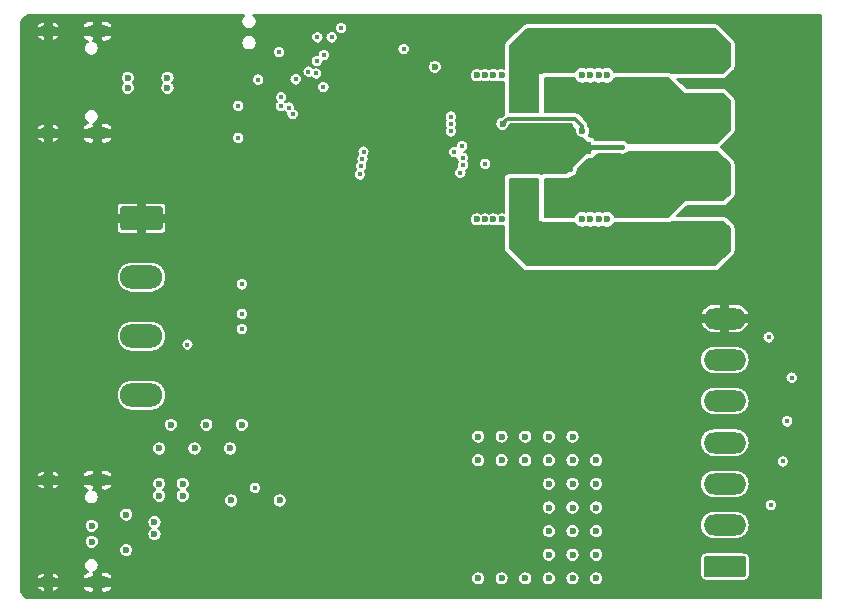
<source format=gbl>
G04 #@! TF.GenerationSoftware,KiCad,Pcbnew,5.1.5+dfsg1-2build2*
G04 #@! TF.CreationDate,2021-05-18T12:59:48+02:00*
G04 #@! TF.ProjectId,OtterStep,4f747465-7253-4746-9570-2e6b69636164,rev?*
G04 #@! TF.SameCoordinates,Original*
G04 #@! TF.FileFunction,Copper,L4,Bot*
G04 #@! TF.FilePolarity,Positive*
%FSLAX46Y46*%
G04 Gerber Fmt 4.6, Leading zero omitted, Abs format (unit mm)*
G04 Created by KiCad (PCBNEW 5.1.5+dfsg1-2build2) date 2021-05-18 12:59:48*
%MOMM*%
%LPD*%
G04 APERTURE LIST*
%ADD10O,3.600000X2.000000*%
%ADD11C,0.100000*%
%ADD12O,3.600000X1.800000*%
%ADD13O,2.100000X1.000000*%
%ADD14O,1.600000X1.000000*%
%ADD15C,0.600000*%
%ADD16C,0.450000*%
%ADD17C,0.200000*%
%ADD18C,0.400000*%
%ADD19C,0.300000*%
G04 APERTURE END LIST*
D10*
X60500000Y-82500000D03*
X60500000Y-77500000D03*
X60500000Y-72500000D03*
G04 #@! TA.AperFunction,ComponentPad*
D11*
G36*
X62074504Y-66501204D02*
G01*
X62098773Y-66504804D01*
X62122571Y-66510765D01*
X62145671Y-66519030D01*
X62167849Y-66529520D01*
X62188893Y-66542133D01*
X62208598Y-66556747D01*
X62226777Y-66573223D01*
X62243253Y-66591402D01*
X62257867Y-66611107D01*
X62270480Y-66632151D01*
X62280970Y-66654329D01*
X62289235Y-66677429D01*
X62295196Y-66701227D01*
X62298796Y-66725496D01*
X62300000Y-66750000D01*
X62300000Y-68250000D01*
X62298796Y-68274504D01*
X62295196Y-68298773D01*
X62289235Y-68322571D01*
X62280970Y-68345671D01*
X62270480Y-68367849D01*
X62257867Y-68388893D01*
X62243253Y-68408598D01*
X62226777Y-68426777D01*
X62208598Y-68443253D01*
X62188893Y-68457867D01*
X62167849Y-68470480D01*
X62145671Y-68480970D01*
X62122571Y-68489235D01*
X62098773Y-68495196D01*
X62074504Y-68498796D01*
X62050000Y-68500000D01*
X58950000Y-68500000D01*
X58925496Y-68498796D01*
X58901227Y-68495196D01*
X58877429Y-68489235D01*
X58854329Y-68480970D01*
X58832151Y-68470480D01*
X58811107Y-68457867D01*
X58791402Y-68443253D01*
X58773223Y-68426777D01*
X58756747Y-68408598D01*
X58742133Y-68388893D01*
X58729520Y-68367849D01*
X58719030Y-68345671D01*
X58710765Y-68322571D01*
X58704804Y-68298773D01*
X58701204Y-68274504D01*
X58700000Y-68250000D01*
X58700000Y-66750000D01*
X58701204Y-66725496D01*
X58704804Y-66701227D01*
X58710765Y-66677429D01*
X58719030Y-66654329D01*
X58729520Y-66632151D01*
X58742133Y-66611107D01*
X58756747Y-66591402D01*
X58773223Y-66573223D01*
X58791402Y-66556747D01*
X58811107Y-66542133D01*
X58832151Y-66529520D01*
X58854329Y-66519030D01*
X58877429Y-66510765D01*
X58901227Y-66504804D01*
X58925496Y-66501204D01*
X58950000Y-66500000D01*
X62050000Y-66500000D01*
X62074504Y-66501204D01*
G37*
G04 #@! TD.AperFunction*
D12*
X109900000Y-76000000D03*
X109900000Y-79500000D03*
X109900000Y-83000000D03*
X109900000Y-86500000D03*
X109900000Y-90000000D03*
X109900000Y-93500000D03*
G04 #@! TA.AperFunction,ComponentPad*
D11*
G36*
X111474504Y-96101204D02*
G01*
X111498773Y-96104804D01*
X111522571Y-96110765D01*
X111545671Y-96119030D01*
X111567849Y-96129520D01*
X111588893Y-96142133D01*
X111608598Y-96156747D01*
X111626777Y-96173223D01*
X111643253Y-96191402D01*
X111657867Y-96211107D01*
X111670480Y-96232151D01*
X111680970Y-96254329D01*
X111689235Y-96277429D01*
X111695196Y-96301227D01*
X111698796Y-96325496D01*
X111700000Y-96350000D01*
X111700000Y-97650000D01*
X111698796Y-97674504D01*
X111695196Y-97698773D01*
X111689235Y-97722571D01*
X111680970Y-97745671D01*
X111670480Y-97767849D01*
X111657867Y-97788893D01*
X111643253Y-97808598D01*
X111626777Y-97826777D01*
X111608598Y-97843253D01*
X111588893Y-97857867D01*
X111567849Y-97870480D01*
X111545671Y-97880970D01*
X111522571Y-97889235D01*
X111498773Y-97895196D01*
X111474504Y-97898796D01*
X111450000Y-97900000D01*
X108350000Y-97900000D01*
X108325496Y-97898796D01*
X108301227Y-97895196D01*
X108277429Y-97889235D01*
X108254329Y-97880970D01*
X108232151Y-97870480D01*
X108211107Y-97857867D01*
X108191402Y-97843253D01*
X108173223Y-97826777D01*
X108156747Y-97808598D01*
X108142133Y-97788893D01*
X108129520Y-97767849D01*
X108119030Y-97745671D01*
X108110765Y-97722571D01*
X108104804Y-97698773D01*
X108101204Y-97674504D01*
X108100000Y-97650000D01*
X108100000Y-96350000D01*
X108101204Y-96325496D01*
X108104804Y-96301227D01*
X108110765Y-96277429D01*
X108119030Y-96254329D01*
X108129520Y-96232151D01*
X108142133Y-96211107D01*
X108156747Y-96191402D01*
X108173223Y-96173223D01*
X108191402Y-96156747D01*
X108211107Y-96142133D01*
X108232151Y-96129520D01*
X108254329Y-96119030D01*
X108277429Y-96110765D01*
X108301227Y-96104804D01*
X108325496Y-96101204D01*
X108350000Y-96100000D01*
X111450000Y-96100000D01*
X111474504Y-96101204D01*
G37*
G04 #@! TD.AperFunction*
D10*
X107900000Y-54000000D03*
X107900000Y-59000000D03*
X107900000Y-64000000D03*
G04 #@! TA.AperFunction,ComponentPad*
D11*
G36*
X109474504Y-68001204D02*
G01*
X109498773Y-68004804D01*
X109522571Y-68010765D01*
X109545671Y-68019030D01*
X109567849Y-68029520D01*
X109588893Y-68042133D01*
X109608598Y-68056747D01*
X109626777Y-68073223D01*
X109643253Y-68091402D01*
X109657867Y-68111107D01*
X109670480Y-68132151D01*
X109680970Y-68154329D01*
X109689235Y-68177429D01*
X109695196Y-68201227D01*
X109698796Y-68225496D01*
X109700000Y-68250000D01*
X109700000Y-69750000D01*
X109698796Y-69774504D01*
X109695196Y-69798773D01*
X109689235Y-69822571D01*
X109680970Y-69845671D01*
X109670480Y-69867849D01*
X109657867Y-69888893D01*
X109643253Y-69908598D01*
X109626777Y-69926777D01*
X109608598Y-69943253D01*
X109588893Y-69957867D01*
X109567849Y-69970480D01*
X109545671Y-69980970D01*
X109522571Y-69989235D01*
X109498773Y-69995196D01*
X109474504Y-69998796D01*
X109450000Y-70000000D01*
X106350000Y-70000000D01*
X106325496Y-69998796D01*
X106301227Y-69995196D01*
X106277429Y-69989235D01*
X106254329Y-69980970D01*
X106232151Y-69970480D01*
X106211107Y-69957867D01*
X106191402Y-69943253D01*
X106173223Y-69926777D01*
X106156747Y-69908598D01*
X106142133Y-69888893D01*
X106129520Y-69867849D01*
X106119030Y-69845671D01*
X106110765Y-69822571D01*
X106104804Y-69798773D01*
X106101204Y-69774504D01*
X106100000Y-69750000D01*
X106100000Y-68250000D01*
X106101204Y-68225496D01*
X106104804Y-68201227D01*
X106110765Y-68177429D01*
X106119030Y-68154329D01*
X106129520Y-68132151D01*
X106142133Y-68111107D01*
X106156747Y-68091402D01*
X106173223Y-68073223D01*
X106191402Y-68056747D01*
X106211107Y-68042133D01*
X106232151Y-68029520D01*
X106254329Y-68019030D01*
X106277429Y-68010765D01*
X106301227Y-68004804D01*
X106325496Y-68001204D01*
X106350000Y-68000000D01*
X109450000Y-68000000D01*
X109474504Y-68001204D01*
G37*
G04 #@! TD.AperFunction*
D13*
X56785000Y-89680000D03*
X56785000Y-98320000D03*
D14*
X52605000Y-89680000D03*
X52605000Y-98320000D03*
D13*
X56785000Y-51680000D03*
X56785000Y-60320000D03*
D14*
X52605000Y-51680000D03*
X52605000Y-60320000D03*
D15*
X86500000Y-75500000D03*
X86500000Y-77000000D03*
X86500000Y-78500000D03*
X86500000Y-80000000D03*
X86500000Y-81500000D03*
X86500000Y-83000000D03*
X85000000Y-83000000D03*
X85000000Y-81500000D03*
X85000000Y-80000000D03*
X85000000Y-78500000D03*
X85000000Y-77000000D03*
X85000000Y-75500000D03*
X99200000Y-50800000D03*
X97600000Y-50800000D03*
X98400000Y-50800001D03*
X96800000Y-63300000D03*
X96800000Y-59700000D03*
X96800000Y-62100000D03*
X96800000Y-60900000D03*
X95600000Y-63300000D03*
X95600000Y-59700000D03*
X95600000Y-62100000D03*
X95600000Y-60900000D03*
X94400000Y-63300000D03*
X94400000Y-59700000D03*
X94400000Y-62100000D03*
X94400000Y-60900000D03*
X93200000Y-63300000D03*
X93200000Y-59700000D03*
X93200000Y-62100000D03*
X93200000Y-60900000D03*
X92000000Y-60900000D03*
X92000000Y-62100000D03*
X92000000Y-63300000D03*
X92000000Y-59700000D03*
X89000000Y-52100000D03*
X88100000Y-52100000D03*
X89700000Y-51100000D03*
D16*
X69200000Y-61200000D03*
X101200000Y-61500000D03*
X99000000Y-61500000D03*
X98400000Y-61200000D03*
X98400000Y-61900000D03*
D15*
X87100000Y-52100000D03*
X84800000Y-55500000D03*
X83000000Y-54700000D03*
X83700000Y-52200000D03*
X82300000Y-52100000D03*
X82400000Y-50900000D03*
X79800000Y-50700000D03*
X78000000Y-50800000D03*
X76700000Y-51300000D03*
X72900000Y-52700000D03*
X71200000Y-54400000D03*
X68600000Y-53900000D03*
X72900000Y-50700000D03*
X74200000Y-56400000D03*
X75900000Y-58900000D03*
X76300000Y-61100000D03*
X74000000Y-59100000D03*
X75100000Y-60100000D03*
X86200000Y-58200000D03*
X82800000Y-57900000D03*
X81100000Y-57500000D03*
D16*
X83400000Y-60800000D03*
D15*
X71900000Y-61600000D03*
X72600000Y-63700000D03*
X76000000Y-63300000D03*
X68400000Y-63700000D03*
X65500000Y-59100000D03*
X66900000Y-57500000D03*
X63600000Y-57100000D03*
X63600000Y-55100000D03*
X59200000Y-54500000D03*
X59200000Y-57500000D03*
X61600000Y-55100000D03*
X61600000Y-57100000D03*
X56300000Y-92700000D03*
X56300000Y-95700000D03*
X53700000Y-95000000D03*
X53700000Y-93100000D03*
X51900000Y-91300000D03*
X50800000Y-93000000D03*
X51900000Y-87300000D03*
X51900000Y-83900000D03*
X51900000Y-80500000D03*
X51900000Y-77100000D03*
X51900000Y-72800000D03*
X51900000Y-69400000D03*
X51900000Y-65200000D03*
X51900000Y-61800000D03*
X55000000Y-56500000D03*
X55000000Y-54600000D03*
X53500000Y-57900000D03*
X52000000Y-56400000D03*
X68200000Y-55800000D03*
X65900000Y-51600000D03*
X80082340Y-52682340D03*
X81200000Y-54800000D03*
X86400000Y-64400000D03*
X84400000Y-64400000D03*
X87000000Y-70000000D03*
X87000000Y-68000000D03*
X87000000Y-66000000D03*
X85000000Y-66000000D03*
X85000000Y-68000000D03*
X85000000Y-70000000D03*
X86000000Y-73000000D03*
X101300000Y-72200000D03*
X101300000Y-73200000D03*
X101300000Y-74200000D03*
X101300000Y-75200000D03*
X81500000Y-70000000D03*
X83000000Y-70000000D03*
X81500000Y-68500000D03*
X83000000Y-68500000D03*
X84500000Y-71500000D03*
X84500000Y-73000000D03*
X67000000Y-73500000D03*
X67500000Y-76500000D03*
X72000000Y-71500000D03*
X68500000Y-70500000D03*
X72000000Y-67500000D03*
X68500000Y-66500000D03*
D16*
X86700000Y-53500000D03*
X70380456Y-55769544D03*
X73550000Y-55750000D03*
X68700000Y-60700000D03*
X68700000Y-58000000D03*
X70100000Y-90330002D03*
X64400000Y-78200000D03*
X82700000Y-53200000D03*
D15*
X97800008Y-60100000D03*
X91077370Y-59506271D03*
X62000000Y-90000000D03*
X64000000Y-90000000D03*
X62000000Y-91000000D03*
X90300000Y-67600000D03*
X91000000Y-67600000D03*
X89600000Y-67600000D03*
X88900000Y-67600000D03*
X99200000Y-67600000D03*
X99900000Y-67600000D03*
X98500000Y-67600000D03*
X97800000Y-67600000D03*
X90300000Y-55400000D03*
X91000000Y-55400000D03*
X89600000Y-55400000D03*
X97800000Y-55400000D03*
X98500000Y-55400000D03*
X99200000Y-55400000D03*
X99900000Y-55400000D03*
X62000000Y-87000000D03*
X65000000Y-87000000D03*
X68000000Y-87000000D03*
X63000000Y-85000000D03*
X66000000Y-85000000D03*
X69000000Y-85000000D03*
X89000000Y-98000000D03*
X91000000Y-98000000D03*
X93000000Y-98000000D03*
X95000000Y-98000000D03*
X97000000Y-98000000D03*
X99000000Y-98000000D03*
X99000000Y-96000000D03*
X97000000Y-96000000D03*
X95000000Y-96000000D03*
X95000000Y-94000000D03*
X97000000Y-94000000D03*
X99000000Y-94000000D03*
X99000000Y-92000000D03*
X97000000Y-92000000D03*
X95000000Y-92000000D03*
X95000000Y-90000000D03*
X97000000Y-90000000D03*
X99000000Y-90000000D03*
X99000000Y-88000000D03*
X97000000Y-88000000D03*
X95000000Y-88000000D03*
X97000000Y-86000000D03*
X95000000Y-86000000D03*
X93000000Y-86000000D03*
X91000000Y-86000000D03*
X89000000Y-86000000D03*
X72200000Y-91400000D03*
X68100000Y-91400000D03*
X64000000Y-91000000D03*
X93000000Y-88000000D03*
X91000000Y-88000000D03*
X89000000Y-88000000D03*
X85350000Y-54700000D03*
X88902111Y-55402111D03*
X62700000Y-56475000D03*
X59350002Y-56475000D03*
X56300000Y-94900000D03*
X56300000Y-93550000D03*
X62700000Y-55625000D03*
X59350002Y-55625000D03*
X59200000Y-95600000D03*
X61599996Y-94250000D03*
X59200000Y-92600000D03*
X61600000Y-93250000D03*
X92200000Y-65800000D03*
X92200000Y-66900000D03*
X93800000Y-64700000D03*
X92200000Y-64700000D03*
X93800000Y-66900000D03*
X93000000Y-65300000D03*
X93000000Y-66300000D03*
X93800000Y-65800000D03*
X96600000Y-65800000D03*
X95000000Y-65800000D03*
X95800000Y-66300000D03*
X96600000Y-66900000D03*
X95000000Y-66900000D03*
X95800000Y-65300000D03*
X96600000Y-64700000D03*
X95000000Y-64700000D03*
X99200000Y-64700000D03*
X92200000Y-57200000D03*
X92200000Y-58300000D03*
X93800000Y-56100000D03*
X92200000Y-56100000D03*
X93800000Y-58300000D03*
X93000000Y-56700000D03*
X93000000Y-57700000D03*
X93800000Y-57200000D03*
X95000000Y-57200000D03*
X95000000Y-58300000D03*
X96600000Y-56100000D03*
X95000000Y-56100000D03*
X96600000Y-58300000D03*
X95800000Y-56700000D03*
X95800000Y-57700000D03*
X96600000Y-57200000D03*
D16*
X72150000Y-53450000D03*
X75899996Y-56400000D03*
X89600000Y-62900000D03*
X113600000Y-77600000D03*
X79000000Y-63800000D03*
X113800000Y-91800000D03*
X79100000Y-63100000D03*
X114800010Y-88100000D03*
X79216121Y-62483873D03*
X115175021Y-84700000D03*
X79305092Y-61865226D03*
X115550032Y-81000000D03*
X87500000Y-63647259D03*
X73300000Y-58700000D03*
X87747215Y-63024339D03*
X72983400Y-58134700D03*
X86700000Y-58900000D03*
X75950000Y-53699996D03*
X87700000Y-62400006D03*
X72307669Y-58010365D03*
X87000000Y-61899996D03*
X72330456Y-57280456D03*
X87642443Y-61395566D03*
X75300000Y-55250000D03*
X86700000Y-60150018D03*
X74645275Y-55092054D03*
X75346536Y-54198753D03*
X86698090Y-59525009D03*
X69000000Y-73100000D03*
X75403561Y-52196439D03*
X69000000Y-76900000D03*
X76600000Y-52200000D03*
X69000000Y-75600000D03*
X77400000Y-51400000D03*
D17*
X98800000Y-61500000D02*
X98400000Y-61900000D01*
X99000000Y-61500000D02*
X98800000Y-61500000D01*
X98700000Y-61500000D02*
X98400000Y-61200000D01*
X99000000Y-61500000D02*
X98700000Y-61500000D01*
X101200000Y-61500000D02*
X99000000Y-61500000D01*
D18*
X101200000Y-61500000D02*
X98100000Y-61500000D01*
D17*
X73530456Y-55769544D02*
X73550000Y-55750000D01*
D19*
X97800008Y-59675736D02*
X97199271Y-59074999D01*
X97199271Y-59074999D02*
X91508642Y-59074999D01*
X97800008Y-60100000D02*
X97800008Y-59675736D01*
X91508642Y-59074999D02*
X91377369Y-59206272D01*
X91377369Y-59206272D02*
X91077370Y-59506271D01*
D17*
G36*
X97126901Y-55604182D02*
G01*
X97179668Y-55731574D01*
X97256274Y-55846224D01*
X97353776Y-55943726D01*
X97468426Y-56020332D01*
X97595818Y-56073099D01*
X97731056Y-56100000D01*
X97868944Y-56100000D01*
X98004182Y-56073099D01*
X98131574Y-56020332D01*
X98150000Y-56008020D01*
X98168426Y-56020332D01*
X98295818Y-56073099D01*
X98431056Y-56100000D01*
X98568944Y-56100000D01*
X98704182Y-56073099D01*
X98831574Y-56020332D01*
X98850000Y-56008020D01*
X98868426Y-56020332D01*
X98995818Y-56073099D01*
X99131056Y-56100000D01*
X99268944Y-56100000D01*
X99404182Y-56073099D01*
X99531574Y-56020332D01*
X99550000Y-56008020D01*
X99568426Y-56020332D01*
X99695818Y-56073099D01*
X99831056Y-56100000D01*
X99968944Y-56100000D01*
X100104182Y-56073099D01*
X100231574Y-56020332D01*
X100346224Y-55943726D01*
X100443726Y-55846224D01*
X100520332Y-55731574D01*
X100573099Y-55604182D01*
X100573931Y-55600000D01*
X105058578Y-55600000D01*
X106429289Y-56970711D01*
X106444443Y-56983147D01*
X106461732Y-56992388D01*
X106480491Y-56998079D01*
X106500000Y-57000000D01*
X109758578Y-57000000D01*
X110300000Y-57541422D01*
X110300000Y-60058578D01*
X109258578Y-61100000D01*
X101683883Y-61100000D01*
X101598414Y-61014531D01*
X101496048Y-60946132D01*
X101382306Y-60899019D01*
X101261557Y-60875000D01*
X101138443Y-60875000D01*
X101017694Y-60899019D01*
X101015326Y-60900000D01*
X99184674Y-60900000D01*
X99182306Y-60899019D01*
X99061557Y-60875000D01*
X98938443Y-60875000D01*
X98934983Y-60875688D01*
X98885469Y-60801586D01*
X98798414Y-60714531D01*
X98696048Y-60646132D01*
X98582306Y-60599019D01*
X98461557Y-60575000D01*
X98416422Y-60575000D01*
X98361323Y-60519901D01*
X98420340Y-60431574D01*
X98473107Y-60304182D01*
X98500008Y-60168944D01*
X98500008Y-60031056D01*
X98473107Y-59895818D01*
X98420340Y-59768426D01*
X98351676Y-59665662D01*
X98350008Y-59648727D01*
X98350008Y-59648719D01*
X98342050Y-59567917D01*
X98310600Y-59464242D01*
X98259529Y-59368694D01*
X98250615Y-59357833D01*
X98208021Y-59305931D01*
X98208016Y-59305926D01*
X98190798Y-59284946D01*
X98169817Y-59267728D01*
X97607284Y-58705194D01*
X97590061Y-58684209D01*
X97506313Y-58615478D01*
X97410765Y-58564407D01*
X97307090Y-58532957D01*
X97226289Y-58524999D01*
X97226279Y-58524999D01*
X97199271Y-58522339D01*
X97172263Y-58524999D01*
X94700000Y-58524999D01*
X94700000Y-55600000D01*
X97126069Y-55600000D01*
X97126901Y-55604182D01*
G37*
X97126901Y-55604182D02*
X97179668Y-55731574D01*
X97256274Y-55846224D01*
X97353776Y-55943726D01*
X97468426Y-56020332D01*
X97595818Y-56073099D01*
X97731056Y-56100000D01*
X97868944Y-56100000D01*
X98004182Y-56073099D01*
X98131574Y-56020332D01*
X98150000Y-56008020D01*
X98168426Y-56020332D01*
X98295818Y-56073099D01*
X98431056Y-56100000D01*
X98568944Y-56100000D01*
X98704182Y-56073099D01*
X98831574Y-56020332D01*
X98850000Y-56008020D01*
X98868426Y-56020332D01*
X98995818Y-56073099D01*
X99131056Y-56100000D01*
X99268944Y-56100000D01*
X99404182Y-56073099D01*
X99531574Y-56020332D01*
X99550000Y-56008020D01*
X99568426Y-56020332D01*
X99695818Y-56073099D01*
X99831056Y-56100000D01*
X99968944Y-56100000D01*
X100104182Y-56073099D01*
X100231574Y-56020332D01*
X100346224Y-55943726D01*
X100443726Y-55846224D01*
X100520332Y-55731574D01*
X100573099Y-55604182D01*
X100573931Y-55600000D01*
X105058578Y-55600000D01*
X106429289Y-56970711D01*
X106444443Y-56983147D01*
X106461732Y-56992388D01*
X106480491Y-56998079D01*
X106500000Y-57000000D01*
X109758578Y-57000000D01*
X110300000Y-57541422D01*
X110300000Y-60058578D01*
X109258578Y-61100000D01*
X101683883Y-61100000D01*
X101598414Y-61014531D01*
X101496048Y-60946132D01*
X101382306Y-60899019D01*
X101261557Y-60875000D01*
X101138443Y-60875000D01*
X101017694Y-60899019D01*
X101015326Y-60900000D01*
X99184674Y-60900000D01*
X99182306Y-60899019D01*
X99061557Y-60875000D01*
X98938443Y-60875000D01*
X98934983Y-60875688D01*
X98885469Y-60801586D01*
X98798414Y-60714531D01*
X98696048Y-60646132D01*
X98582306Y-60599019D01*
X98461557Y-60575000D01*
X98416422Y-60575000D01*
X98361323Y-60519901D01*
X98420340Y-60431574D01*
X98473107Y-60304182D01*
X98500008Y-60168944D01*
X98500008Y-60031056D01*
X98473107Y-59895818D01*
X98420340Y-59768426D01*
X98351676Y-59665662D01*
X98350008Y-59648727D01*
X98350008Y-59648719D01*
X98342050Y-59567917D01*
X98310600Y-59464242D01*
X98259529Y-59368694D01*
X98250615Y-59357833D01*
X98208021Y-59305931D01*
X98208016Y-59305926D01*
X98190798Y-59284946D01*
X98169817Y-59267728D01*
X97607284Y-58705194D01*
X97590061Y-58684209D01*
X97506313Y-58615478D01*
X97410765Y-58564407D01*
X97307090Y-58532957D01*
X97226289Y-58524999D01*
X97226279Y-58524999D01*
X97199271Y-58522339D01*
X97172263Y-58524999D01*
X94700000Y-58524999D01*
X94700000Y-55600000D01*
X97126069Y-55600000D01*
X97126901Y-55604182D01*
G36*
X110300000Y-62941422D02*
G01*
X110300000Y-65458578D01*
X109758578Y-66000000D01*
X106500000Y-66000000D01*
X106480491Y-66001921D01*
X106461732Y-66007612D01*
X106444443Y-66016853D01*
X106429289Y-66029289D01*
X105058578Y-67400000D01*
X100573931Y-67400000D01*
X100573099Y-67395818D01*
X100520332Y-67268426D01*
X100443726Y-67153776D01*
X100346224Y-67056274D01*
X100231574Y-66979668D01*
X100104182Y-66926901D01*
X99968944Y-66900000D01*
X99831056Y-66900000D01*
X99695818Y-66926901D01*
X99568426Y-66979668D01*
X99550000Y-66991980D01*
X99531574Y-66979668D01*
X99404182Y-66926901D01*
X99268944Y-66900000D01*
X99131056Y-66900000D01*
X98995818Y-66926901D01*
X98868426Y-66979668D01*
X98850000Y-66991980D01*
X98831574Y-66979668D01*
X98704182Y-66926901D01*
X98568944Y-66900000D01*
X98431056Y-66900000D01*
X98295818Y-66926901D01*
X98168426Y-66979668D01*
X98150000Y-66991980D01*
X98131574Y-66979668D01*
X98004182Y-66926901D01*
X97868944Y-66900000D01*
X97731056Y-66900000D01*
X97595818Y-66926901D01*
X97468426Y-66979668D01*
X97353776Y-67056274D01*
X97256274Y-67153776D01*
X97179668Y-67268426D01*
X97126901Y-67395818D01*
X97126069Y-67400000D01*
X94700000Y-67400000D01*
X94700000Y-64200000D01*
X96600000Y-64200000D01*
X96619509Y-64198079D01*
X96638268Y-64192388D01*
X96655557Y-64183147D01*
X96670711Y-64170711D01*
X96841422Y-64000000D01*
X96868944Y-64000000D01*
X97004182Y-63973099D01*
X97131574Y-63920332D01*
X97246224Y-63843726D01*
X97343726Y-63746224D01*
X97420332Y-63631574D01*
X97473099Y-63504182D01*
X97500000Y-63368944D01*
X97500000Y-63341422D01*
X98320076Y-62521346D01*
X98338443Y-62525000D01*
X98461557Y-62525000D01*
X98582306Y-62500981D01*
X98696048Y-62453868D01*
X98798414Y-62385469D01*
X98885469Y-62298414D01*
X98953868Y-62196048D01*
X98983297Y-62125000D01*
X99061557Y-62125000D01*
X99182306Y-62100981D01*
X99184674Y-62100000D01*
X101015326Y-62100000D01*
X101017694Y-62100981D01*
X101138443Y-62125000D01*
X101261557Y-62125000D01*
X101382306Y-62100981D01*
X101496048Y-62053868D01*
X101598414Y-61985469D01*
X101683883Y-61900000D01*
X109258578Y-61900000D01*
X110300000Y-62941422D01*
G37*
X110300000Y-62941422D02*
X110300000Y-65458578D01*
X109758578Y-66000000D01*
X106500000Y-66000000D01*
X106480491Y-66001921D01*
X106461732Y-66007612D01*
X106444443Y-66016853D01*
X106429289Y-66029289D01*
X105058578Y-67400000D01*
X100573931Y-67400000D01*
X100573099Y-67395818D01*
X100520332Y-67268426D01*
X100443726Y-67153776D01*
X100346224Y-67056274D01*
X100231574Y-66979668D01*
X100104182Y-66926901D01*
X99968944Y-66900000D01*
X99831056Y-66900000D01*
X99695818Y-66926901D01*
X99568426Y-66979668D01*
X99550000Y-66991980D01*
X99531574Y-66979668D01*
X99404182Y-66926901D01*
X99268944Y-66900000D01*
X99131056Y-66900000D01*
X98995818Y-66926901D01*
X98868426Y-66979668D01*
X98850000Y-66991980D01*
X98831574Y-66979668D01*
X98704182Y-66926901D01*
X98568944Y-66900000D01*
X98431056Y-66900000D01*
X98295818Y-66926901D01*
X98168426Y-66979668D01*
X98150000Y-66991980D01*
X98131574Y-66979668D01*
X98004182Y-66926901D01*
X97868944Y-66900000D01*
X97731056Y-66900000D01*
X97595818Y-66926901D01*
X97468426Y-66979668D01*
X97353776Y-67056274D01*
X97256274Y-67153776D01*
X97179668Y-67268426D01*
X97126901Y-67395818D01*
X97126069Y-67400000D01*
X94700000Y-67400000D01*
X94700000Y-64200000D01*
X96600000Y-64200000D01*
X96619509Y-64198079D01*
X96638268Y-64192388D01*
X96655557Y-64183147D01*
X96670711Y-64170711D01*
X96841422Y-64000000D01*
X96868944Y-64000000D01*
X97004182Y-63973099D01*
X97131574Y-63920332D01*
X97246224Y-63843726D01*
X97343726Y-63746224D01*
X97420332Y-63631574D01*
X97473099Y-63504182D01*
X97500000Y-63368944D01*
X97500000Y-63341422D01*
X98320076Y-62521346D01*
X98338443Y-62525000D01*
X98461557Y-62525000D01*
X98582306Y-62500981D01*
X98696048Y-62453868D01*
X98798414Y-62385469D01*
X98885469Y-62298414D01*
X98953868Y-62196048D01*
X98983297Y-62125000D01*
X99061557Y-62125000D01*
X99182306Y-62100981D01*
X99184674Y-62100000D01*
X101015326Y-62100000D01*
X101017694Y-62100981D01*
X101138443Y-62125000D01*
X101261557Y-62125000D01*
X101382306Y-62100981D01*
X101496048Y-62053868D01*
X101598414Y-61985469D01*
X101683883Y-61900000D01*
X109258578Y-61900000D01*
X110300000Y-62941422D01*
G36*
X98331056Y-51500001D02*
G01*
X98468944Y-51500001D01*
X98468949Y-51500000D01*
X109058578Y-51500000D01*
X110300000Y-52741422D01*
X110300000Y-54658578D01*
X109758578Y-55200000D01*
X105361937Y-55200000D01*
X105322228Y-55167412D01*
X105253073Y-55130448D01*
X105178036Y-55107686D01*
X105100000Y-55100000D01*
X100533410Y-55100000D01*
X100520332Y-55068426D01*
X100443726Y-54953776D01*
X100346224Y-54856274D01*
X100231574Y-54779668D01*
X100104182Y-54726901D01*
X99968944Y-54700000D01*
X99831056Y-54700000D01*
X99695818Y-54726901D01*
X99568426Y-54779668D01*
X99550000Y-54791980D01*
X99531574Y-54779668D01*
X99404182Y-54726901D01*
X99268944Y-54700000D01*
X99131056Y-54700000D01*
X98995818Y-54726901D01*
X98868426Y-54779668D01*
X98850000Y-54791980D01*
X98831574Y-54779668D01*
X98704182Y-54726901D01*
X98568944Y-54700000D01*
X98431056Y-54700000D01*
X98295818Y-54726901D01*
X98168426Y-54779668D01*
X98150000Y-54791980D01*
X98131574Y-54779668D01*
X98004182Y-54726901D01*
X97868944Y-54700000D01*
X97731056Y-54700000D01*
X97595818Y-54726901D01*
X97468426Y-54779668D01*
X97353776Y-54856274D01*
X97256274Y-54953776D01*
X97179668Y-55068426D01*
X97166590Y-55100000D01*
X94600000Y-55100000D01*
X94521964Y-55107686D01*
X94446927Y-55130448D01*
X94377772Y-55167412D01*
X94338063Y-55200000D01*
X94200000Y-55200000D01*
X94180491Y-55201921D01*
X94161732Y-55207612D01*
X94144443Y-55216853D01*
X94129289Y-55229289D01*
X94116853Y-55244443D01*
X94107612Y-55261732D01*
X94101921Y-55280491D01*
X94100000Y-55300000D01*
X94100000Y-58524999D01*
X91700000Y-58524999D01*
X91700000Y-52941422D01*
X93141422Y-51500000D01*
X98331051Y-51500000D01*
X98331056Y-51500001D01*
G37*
X98331056Y-51500001D02*
X98468944Y-51500001D01*
X98468949Y-51500000D01*
X109058578Y-51500000D01*
X110300000Y-52741422D01*
X110300000Y-54658578D01*
X109758578Y-55200000D01*
X105361937Y-55200000D01*
X105322228Y-55167412D01*
X105253073Y-55130448D01*
X105178036Y-55107686D01*
X105100000Y-55100000D01*
X100533410Y-55100000D01*
X100520332Y-55068426D01*
X100443726Y-54953776D01*
X100346224Y-54856274D01*
X100231574Y-54779668D01*
X100104182Y-54726901D01*
X99968944Y-54700000D01*
X99831056Y-54700000D01*
X99695818Y-54726901D01*
X99568426Y-54779668D01*
X99550000Y-54791980D01*
X99531574Y-54779668D01*
X99404182Y-54726901D01*
X99268944Y-54700000D01*
X99131056Y-54700000D01*
X98995818Y-54726901D01*
X98868426Y-54779668D01*
X98850000Y-54791980D01*
X98831574Y-54779668D01*
X98704182Y-54726901D01*
X98568944Y-54700000D01*
X98431056Y-54700000D01*
X98295818Y-54726901D01*
X98168426Y-54779668D01*
X98150000Y-54791980D01*
X98131574Y-54779668D01*
X98004182Y-54726901D01*
X97868944Y-54700000D01*
X97731056Y-54700000D01*
X97595818Y-54726901D01*
X97468426Y-54779668D01*
X97353776Y-54856274D01*
X97256274Y-54953776D01*
X97179668Y-55068426D01*
X97166590Y-55100000D01*
X94600000Y-55100000D01*
X94521964Y-55107686D01*
X94446927Y-55130448D01*
X94377772Y-55167412D01*
X94338063Y-55200000D01*
X94200000Y-55200000D01*
X94180491Y-55201921D01*
X94161732Y-55207612D01*
X94144443Y-55216853D01*
X94129289Y-55229289D01*
X94116853Y-55244443D01*
X94107612Y-55261732D01*
X94101921Y-55280491D01*
X94100000Y-55300000D01*
X94100000Y-58524999D01*
X91700000Y-58524999D01*
X91700000Y-52941422D01*
X93141422Y-51500000D01*
X98331051Y-51500000D01*
X98331056Y-51500001D01*
G36*
X94100000Y-67700000D02*
G01*
X94101921Y-67719509D01*
X94107612Y-67738268D01*
X94116853Y-67755557D01*
X94129289Y-67770711D01*
X94144443Y-67783147D01*
X94161732Y-67792388D01*
X94180491Y-67798079D01*
X94200000Y-67800000D01*
X94338063Y-67800000D01*
X94377772Y-67832588D01*
X94446927Y-67869552D01*
X94521964Y-67892314D01*
X94600000Y-67900000D01*
X97166590Y-67900000D01*
X97179668Y-67931574D01*
X97256274Y-68046224D01*
X97353776Y-68143726D01*
X97468426Y-68220332D01*
X97595818Y-68273099D01*
X97731056Y-68300000D01*
X97868944Y-68300000D01*
X98004182Y-68273099D01*
X98131574Y-68220332D01*
X98150000Y-68208020D01*
X98168426Y-68220332D01*
X98295818Y-68273099D01*
X98431056Y-68300000D01*
X98568944Y-68300000D01*
X98704182Y-68273099D01*
X98831574Y-68220332D01*
X98850000Y-68208020D01*
X98868426Y-68220332D01*
X98995818Y-68273099D01*
X99131056Y-68300000D01*
X99268944Y-68300000D01*
X99404182Y-68273099D01*
X99531574Y-68220332D01*
X99550000Y-68208020D01*
X99568426Y-68220332D01*
X99695818Y-68273099D01*
X99831056Y-68300000D01*
X99968944Y-68300000D01*
X100104182Y-68273099D01*
X100231574Y-68220332D01*
X100346224Y-68143726D01*
X100443726Y-68046224D01*
X100520332Y-67931574D01*
X100533410Y-67900000D01*
X105100000Y-67900000D01*
X105178036Y-67892314D01*
X105253073Y-67869552D01*
X105322228Y-67832588D01*
X105361937Y-67800000D01*
X109758578Y-67800000D01*
X110300000Y-68341422D01*
X110300000Y-70258578D01*
X109058578Y-71500000D01*
X93141422Y-71500000D01*
X91700000Y-70058578D01*
X91700000Y-64200000D01*
X94100000Y-64200000D01*
X94100000Y-67700000D01*
G37*
X94100000Y-67700000D02*
X94101921Y-67719509D01*
X94107612Y-67738268D01*
X94116853Y-67755557D01*
X94129289Y-67770711D01*
X94144443Y-67783147D01*
X94161732Y-67792388D01*
X94180491Y-67798079D01*
X94200000Y-67800000D01*
X94338063Y-67800000D01*
X94377772Y-67832588D01*
X94446927Y-67869552D01*
X94521964Y-67892314D01*
X94600000Y-67900000D01*
X97166590Y-67900000D01*
X97179668Y-67931574D01*
X97256274Y-68046224D01*
X97353776Y-68143726D01*
X97468426Y-68220332D01*
X97595818Y-68273099D01*
X97731056Y-68300000D01*
X97868944Y-68300000D01*
X98004182Y-68273099D01*
X98131574Y-68220332D01*
X98150000Y-68208020D01*
X98168426Y-68220332D01*
X98295818Y-68273099D01*
X98431056Y-68300000D01*
X98568944Y-68300000D01*
X98704182Y-68273099D01*
X98831574Y-68220332D01*
X98850000Y-68208020D01*
X98868426Y-68220332D01*
X98995818Y-68273099D01*
X99131056Y-68300000D01*
X99268944Y-68300000D01*
X99404182Y-68273099D01*
X99531574Y-68220332D01*
X99550000Y-68208020D01*
X99568426Y-68220332D01*
X99695818Y-68273099D01*
X99831056Y-68300000D01*
X99968944Y-68300000D01*
X100104182Y-68273099D01*
X100231574Y-68220332D01*
X100346224Y-68143726D01*
X100443726Y-68046224D01*
X100520332Y-67931574D01*
X100533410Y-67900000D01*
X105100000Y-67900000D01*
X105178036Y-67892314D01*
X105253073Y-67869552D01*
X105322228Y-67832588D01*
X105361937Y-67800000D01*
X109758578Y-67800000D01*
X110300000Y-68341422D01*
X110300000Y-70258578D01*
X109058578Y-71500000D01*
X93141422Y-71500000D01*
X91700000Y-70058578D01*
X91700000Y-64200000D01*
X94100000Y-64200000D01*
X94100000Y-67700000D01*
G36*
X69185649Y-50345112D02*
G01*
X69095112Y-50435649D01*
X69023978Y-50542110D01*
X68974979Y-50660402D01*
X68950000Y-50785981D01*
X68950000Y-50914019D01*
X68974979Y-51039598D01*
X69023978Y-51157890D01*
X69095112Y-51264351D01*
X69185649Y-51354888D01*
X69292110Y-51426022D01*
X69410402Y-51475021D01*
X69535981Y-51500000D01*
X69664019Y-51500000D01*
X69789598Y-51475021D01*
X69907890Y-51426022D01*
X70014351Y-51354888D01*
X70020947Y-51348292D01*
X76875000Y-51348292D01*
X76875000Y-51451708D01*
X76895176Y-51553137D01*
X76934751Y-51648681D01*
X76992206Y-51734668D01*
X77065332Y-51807794D01*
X77151319Y-51865249D01*
X77246863Y-51904824D01*
X77348292Y-51925000D01*
X77451708Y-51925000D01*
X77553137Y-51904824D01*
X77648681Y-51865249D01*
X77734668Y-51807794D01*
X77807794Y-51734668D01*
X77865249Y-51648681D01*
X77904824Y-51553137D01*
X77925000Y-51451708D01*
X77925000Y-51348292D01*
X77904824Y-51246863D01*
X77865249Y-51151319D01*
X77807794Y-51065332D01*
X77734668Y-50992206D01*
X77648681Y-50934751D01*
X77553137Y-50895176D01*
X77451708Y-50875000D01*
X77348292Y-50875000D01*
X77246863Y-50895176D01*
X77151319Y-50934751D01*
X77065332Y-50992206D01*
X76992206Y-51065332D01*
X76934751Y-51151319D01*
X76895176Y-51246863D01*
X76875000Y-51348292D01*
X70020947Y-51348292D01*
X70104888Y-51264351D01*
X70176022Y-51157890D01*
X70225021Y-51039598D01*
X70250000Y-50914019D01*
X70250000Y-50785981D01*
X70225021Y-50660402D01*
X70176022Y-50542110D01*
X70104888Y-50435649D01*
X70014351Y-50345112D01*
X69984251Y-50325000D01*
X118075001Y-50325000D01*
X118075000Y-99675000D01*
X51015896Y-99675000D01*
X50869195Y-99660616D01*
X50743371Y-99622627D01*
X50627325Y-99560924D01*
X50525469Y-99477853D01*
X50441693Y-99376586D01*
X50379181Y-99260973D01*
X50340313Y-99135410D01*
X50325000Y-98989716D01*
X50325000Y-98732321D01*
X51619441Y-98732321D01*
X51657786Y-98790228D01*
X51761959Y-98907458D01*
X51887001Y-99002112D01*
X52028106Y-99070553D01*
X52179852Y-99110151D01*
X52305000Y-99045000D01*
X52305000Y-98620000D01*
X52905000Y-98620000D01*
X52905000Y-99045000D01*
X53030148Y-99110151D01*
X53181894Y-99070553D01*
X53322999Y-99002112D01*
X53448041Y-98907458D01*
X53552214Y-98790228D01*
X53590559Y-98732321D01*
X55549441Y-98732321D01*
X55571775Y-98901038D01*
X55697874Y-99019262D01*
X55844614Y-99110614D01*
X56006356Y-99171583D01*
X56176885Y-99199826D01*
X56349647Y-99194258D01*
X56485000Y-99090560D01*
X56485000Y-98620000D01*
X57085000Y-98620000D01*
X57085000Y-99090560D01*
X57220353Y-99194258D01*
X57393115Y-99199826D01*
X57563644Y-99171583D01*
X57725386Y-99110614D01*
X57872126Y-99019262D01*
X57998225Y-98901038D01*
X58020559Y-98732321D01*
X57995019Y-98620000D01*
X57085000Y-98620000D01*
X56485000Y-98620000D01*
X55574981Y-98620000D01*
X55549441Y-98732321D01*
X53590559Y-98732321D01*
X53565019Y-98620000D01*
X52905000Y-98620000D01*
X52305000Y-98620000D01*
X51644981Y-98620000D01*
X51619441Y-98732321D01*
X50325000Y-98732321D01*
X50325000Y-97907679D01*
X51619441Y-97907679D01*
X51644981Y-98020000D01*
X52305000Y-98020000D01*
X52305000Y-97595000D01*
X52905000Y-97595000D01*
X52905000Y-98020000D01*
X53565019Y-98020000D01*
X53590559Y-97907679D01*
X55549441Y-97907679D01*
X55574981Y-98020000D01*
X56485000Y-98020000D01*
X56485000Y-97549440D01*
X57085000Y-97549440D01*
X57085000Y-98020000D01*
X57995019Y-98020000D01*
X58013003Y-97940905D01*
X88400000Y-97940905D01*
X88400000Y-98059095D01*
X88423058Y-98175014D01*
X88468287Y-98284207D01*
X88533950Y-98382478D01*
X88617522Y-98466050D01*
X88715793Y-98531713D01*
X88824986Y-98576942D01*
X88940905Y-98600000D01*
X89059095Y-98600000D01*
X89175014Y-98576942D01*
X89284207Y-98531713D01*
X89382478Y-98466050D01*
X89466050Y-98382478D01*
X89531713Y-98284207D01*
X89576942Y-98175014D01*
X89600000Y-98059095D01*
X89600000Y-97940905D01*
X90400000Y-97940905D01*
X90400000Y-98059095D01*
X90423058Y-98175014D01*
X90468287Y-98284207D01*
X90533950Y-98382478D01*
X90617522Y-98466050D01*
X90715793Y-98531713D01*
X90824986Y-98576942D01*
X90940905Y-98600000D01*
X91059095Y-98600000D01*
X91175014Y-98576942D01*
X91284207Y-98531713D01*
X91382478Y-98466050D01*
X91466050Y-98382478D01*
X91531713Y-98284207D01*
X91576942Y-98175014D01*
X91600000Y-98059095D01*
X91600000Y-97940905D01*
X92400000Y-97940905D01*
X92400000Y-98059095D01*
X92423058Y-98175014D01*
X92468287Y-98284207D01*
X92533950Y-98382478D01*
X92617522Y-98466050D01*
X92715793Y-98531713D01*
X92824986Y-98576942D01*
X92940905Y-98600000D01*
X93059095Y-98600000D01*
X93175014Y-98576942D01*
X93284207Y-98531713D01*
X93382478Y-98466050D01*
X93466050Y-98382478D01*
X93531713Y-98284207D01*
X93576942Y-98175014D01*
X93600000Y-98059095D01*
X93600000Y-97940905D01*
X94400000Y-97940905D01*
X94400000Y-98059095D01*
X94423058Y-98175014D01*
X94468287Y-98284207D01*
X94533950Y-98382478D01*
X94617522Y-98466050D01*
X94715793Y-98531713D01*
X94824986Y-98576942D01*
X94940905Y-98600000D01*
X95059095Y-98600000D01*
X95175014Y-98576942D01*
X95284207Y-98531713D01*
X95382478Y-98466050D01*
X95466050Y-98382478D01*
X95531713Y-98284207D01*
X95576942Y-98175014D01*
X95600000Y-98059095D01*
X95600000Y-97940905D01*
X96400000Y-97940905D01*
X96400000Y-98059095D01*
X96423058Y-98175014D01*
X96468287Y-98284207D01*
X96533950Y-98382478D01*
X96617522Y-98466050D01*
X96715793Y-98531713D01*
X96824986Y-98576942D01*
X96940905Y-98600000D01*
X97059095Y-98600000D01*
X97175014Y-98576942D01*
X97284207Y-98531713D01*
X97382478Y-98466050D01*
X97466050Y-98382478D01*
X97531713Y-98284207D01*
X97576942Y-98175014D01*
X97600000Y-98059095D01*
X97600000Y-97940905D01*
X98400000Y-97940905D01*
X98400000Y-98059095D01*
X98423058Y-98175014D01*
X98468287Y-98284207D01*
X98533950Y-98382478D01*
X98617522Y-98466050D01*
X98715793Y-98531713D01*
X98824986Y-98576942D01*
X98940905Y-98600000D01*
X99059095Y-98600000D01*
X99175014Y-98576942D01*
X99284207Y-98531713D01*
X99382478Y-98466050D01*
X99466050Y-98382478D01*
X99531713Y-98284207D01*
X99576942Y-98175014D01*
X99600000Y-98059095D01*
X99600000Y-97940905D01*
X99576942Y-97824986D01*
X99531713Y-97715793D01*
X99466050Y-97617522D01*
X99382478Y-97533950D01*
X99284207Y-97468287D01*
X99175014Y-97423058D01*
X99059095Y-97400000D01*
X98940905Y-97400000D01*
X98824986Y-97423058D01*
X98715793Y-97468287D01*
X98617522Y-97533950D01*
X98533950Y-97617522D01*
X98468287Y-97715793D01*
X98423058Y-97824986D01*
X98400000Y-97940905D01*
X97600000Y-97940905D01*
X97576942Y-97824986D01*
X97531713Y-97715793D01*
X97466050Y-97617522D01*
X97382478Y-97533950D01*
X97284207Y-97468287D01*
X97175014Y-97423058D01*
X97059095Y-97400000D01*
X96940905Y-97400000D01*
X96824986Y-97423058D01*
X96715793Y-97468287D01*
X96617522Y-97533950D01*
X96533950Y-97617522D01*
X96468287Y-97715793D01*
X96423058Y-97824986D01*
X96400000Y-97940905D01*
X95600000Y-97940905D01*
X95576942Y-97824986D01*
X95531713Y-97715793D01*
X95466050Y-97617522D01*
X95382478Y-97533950D01*
X95284207Y-97468287D01*
X95175014Y-97423058D01*
X95059095Y-97400000D01*
X94940905Y-97400000D01*
X94824986Y-97423058D01*
X94715793Y-97468287D01*
X94617522Y-97533950D01*
X94533950Y-97617522D01*
X94468287Y-97715793D01*
X94423058Y-97824986D01*
X94400000Y-97940905D01*
X93600000Y-97940905D01*
X93576942Y-97824986D01*
X93531713Y-97715793D01*
X93466050Y-97617522D01*
X93382478Y-97533950D01*
X93284207Y-97468287D01*
X93175014Y-97423058D01*
X93059095Y-97400000D01*
X92940905Y-97400000D01*
X92824986Y-97423058D01*
X92715793Y-97468287D01*
X92617522Y-97533950D01*
X92533950Y-97617522D01*
X92468287Y-97715793D01*
X92423058Y-97824986D01*
X92400000Y-97940905D01*
X91600000Y-97940905D01*
X91576942Y-97824986D01*
X91531713Y-97715793D01*
X91466050Y-97617522D01*
X91382478Y-97533950D01*
X91284207Y-97468287D01*
X91175014Y-97423058D01*
X91059095Y-97400000D01*
X90940905Y-97400000D01*
X90824986Y-97423058D01*
X90715793Y-97468287D01*
X90617522Y-97533950D01*
X90533950Y-97617522D01*
X90468287Y-97715793D01*
X90423058Y-97824986D01*
X90400000Y-97940905D01*
X89600000Y-97940905D01*
X89576942Y-97824986D01*
X89531713Y-97715793D01*
X89466050Y-97617522D01*
X89382478Y-97533950D01*
X89284207Y-97468287D01*
X89175014Y-97423058D01*
X89059095Y-97400000D01*
X88940905Y-97400000D01*
X88824986Y-97423058D01*
X88715793Y-97468287D01*
X88617522Y-97533950D01*
X88533950Y-97617522D01*
X88468287Y-97715793D01*
X88423058Y-97824986D01*
X88400000Y-97940905D01*
X58013003Y-97940905D01*
X58020559Y-97907679D01*
X57998225Y-97738962D01*
X57872126Y-97620738D01*
X57725386Y-97529386D01*
X57563644Y-97468417D01*
X57393115Y-97440174D01*
X57220353Y-97445742D01*
X57085000Y-97549440D01*
X56485000Y-97549440D01*
X56414593Y-97495499D01*
X56437306Y-97490981D01*
X56551048Y-97443868D01*
X56653414Y-97375469D01*
X56740469Y-97288414D01*
X56808868Y-97186048D01*
X56855981Y-97072306D01*
X56880000Y-96951557D01*
X56880000Y-96828443D01*
X56855981Y-96707694D01*
X56808868Y-96593952D01*
X56740469Y-96491586D01*
X56653414Y-96404531D01*
X56551048Y-96336132D01*
X56437306Y-96289019D01*
X56316557Y-96265000D01*
X56193443Y-96265000D01*
X56072694Y-96289019D01*
X55958952Y-96336132D01*
X55856586Y-96404531D01*
X55769531Y-96491586D01*
X55701132Y-96593952D01*
X55654019Y-96707694D01*
X55630000Y-96828443D01*
X55630000Y-96951557D01*
X55654019Y-97072306D01*
X55701132Y-97186048D01*
X55769531Y-97288414D01*
X55856586Y-97375469D01*
X55958952Y-97443868D01*
X56014831Y-97467013D01*
X56006356Y-97468417D01*
X55844614Y-97529386D01*
X55697874Y-97620738D01*
X55571775Y-97738962D01*
X55549441Y-97907679D01*
X53590559Y-97907679D01*
X53552214Y-97849772D01*
X53448041Y-97732542D01*
X53322999Y-97637888D01*
X53181894Y-97569447D01*
X53030148Y-97529849D01*
X52905000Y-97595000D01*
X52305000Y-97595000D01*
X52179852Y-97529849D01*
X52028106Y-97569447D01*
X51887001Y-97637888D01*
X51761959Y-97732542D01*
X51657786Y-97849772D01*
X51619441Y-97907679D01*
X50325000Y-97907679D01*
X50325000Y-95540905D01*
X58600000Y-95540905D01*
X58600000Y-95659095D01*
X58623058Y-95775014D01*
X58668287Y-95884207D01*
X58733950Y-95982478D01*
X58817522Y-96066050D01*
X58915793Y-96131713D01*
X59024986Y-96176942D01*
X59140905Y-96200000D01*
X59259095Y-96200000D01*
X59375014Y-96176942D01*
X59484207Y-96131713D01*
X59582478Y-96066050D01*
X59666050Y-95982478D01*
X59693828Y-95940905D01*
X94400000Y-95940905D01*
X94400000Y-96059095D01*
X94423058Y-96175014D01*
X94468287Y-96284207D01*
X94533950Y-96382478D01*
X94617522Y-96466050D01*
X94715793Y-96531713D01*
X94824986Y-96576942D01*
X94940905Y-96600000D01*
X95059095Y-96600000D01*
X95175014Y-96576942D01*
X95284207Y-96531713D01*
X95382478Y-96466050D01*
X95466050Y-96382478D01*
X95531713Y-96284207D01*
X95576942Y-96175014D01*
X95600000Y-96059095D01*
X95600000Y-95940905D01*
X96400000Y-95940905D01*
X96400000Y-96059095D01*
X96423058Y-96175014D01*
X96468287Y-96284207D01*
X96533950Y-96382478D01*
X96617522Y-96466050D01*
X96715793Y-96531713D01*
X96824986Y-96576942D01*
X96940905Y-96600000D01*
X97059095Y-96600000D01*
X97175014Y-96576942D01*
X97284207Y-96531713D01*
X97382478Y-96466050D01*
X97466050Y-96382478D01*
X97531713Y-96284207D01*
X97576942Y-96175014D01*
X97600000Y-96059095D01*
X97600000Y-95940905D01*
X98400000Y-95940905D01*
X98400000Y-96059095D01*
X98423058Y-96175014D01*
X98468287Y-96284207D01*
X98533950Y-96382478D01*
X98617522Y-96466050D01*
X98715793Y-96531713D01*
X98824986Y-96576942D01*
X98940905Y-96600000D01*
X99059095Y-96600000D01*
X99175014Y-96576942D01*
X99284207Y-96531713D01*
X99382478Y-96466050D01*
X99466050Y-96382478D01*
X99487751Y-96350000D01*
X107798549Y-96350000D01*
X107798549Y-97650000D01*
X107809145Y-97757583D01*
X107840526Y-97861031D01*
X107891485Y-97956370D01*
X107960065Y-98039935D01*
X108043630Y-98108515D01*
X108138969Y-98159474D01*
X108242417Y-98190855D01*
X108350000Y-98201451D01*
X111450000Y-98201451D01*
X111557583Y-98190855D01*
X111661031Y-98159474D01*
X111756370Y-98108515D01*
X111839935Y-98039935D01*
X111908515Y-97956370D01*
X111959474Y-97861031D01*
X111990855Y-97757583D01*
X112001451Y-97650000D01*
X112001451Y-96350000D01*
X111990855Y-96242417D01*
X111959474Y-96138969D01*
X111908515Y-96043630D01*
X111839935Y-95960065D01*
X111756370Y-95891485D01*
X111661031Y-95840526D01*
X111557583Y-95809145D01*
X111450000Y-95798549D01*
X108350000Y-95798549D01*
X108242417Y-95809145D01*
X108138969Y-95840526D01*
X108043630Y-95891485D01*
X107960065Y-95960065D01*
X107891485Y-96043630D01*
X107840526Y-96138969D01*
X107809145Y-96242417D01*
X107798549Y-96350000D01*
X99487751Y-96350000D01*
X99531713Y-96284207D01*
X99576942Y-96175014D01*
X99600000Y-96059095D01*
X99600000Y-95940905D01*
X99576942Y-95824986D01*
X99531713Y-95715793D01*
X99466050Y-95617522D01*
X99382478Y-95533950D01*
X99284207Y-95468287D01*
X99175014Y-95423058D01*
X99059095Y-95400000D01*
X98940905Y-95400000D01*
X98824986Y-95423058D01*
X98715793Y-95468287D01*
X98617522Y-95533950D01*
X98533950Y-95617522D01*
X98468287Y-95715793D01*
X98423058Y-95824986D01*
X98400000Y-95940905D01*
X97600000Y-95940905D01*
X97576942Y-95824986D01*
X97531713Y-95715793D01*
X97466050Y-95617522D01*
X97382478Y-95533950D01*
X97284207Y-95468287D01*
X97175014Y-95423058D01*
X97059095Y-95400000D01*
X96940905Y-95400000D01*
X96824986Y-95423058D01*
X96715793Y-95468287D01*
X96617522Y-95533950D01*
X96533950Y-95617522D01*
X96468287Y-95715793D01*
X96423058Y-95824986D01*
X96400000Y-95940905D01*
X95600000Y-95940905D01*
X95576942Y-95824986D01*
X95531713Y-95715793D01*
X95466050Y-95617522D01*
X95382478Y-95533950D01*
X95284207Y-95468287D01*
X95175014Y-95423058D01*
X95059095Y-95400000D01*
X94940905Y-95400000D01*
X94824986Y-95423058D01*
X94715793Y-95468287D01*
X94617522Y-95533950D01*
X94533950Y-95617522D01*
X94468287Y-95715793D01*
X94423058Y-95824986D01*
X94400000Y-95940905D01*
X59693828Y-95940905D01*
X59731713Y-95884207D01*
X59776942Y-95775014D01*
X59800000Y-95659095D01*
X59800000Y-95540905D01*
X59776942Y-95424986D01*
X59731713Y-95315793D01*
X59666050Y-95217522D01*
X59582478Y-95133950D01*
X59484207Y-95068287D01*
X59375014Y-95023058D01*
X59259095Y-95000000D01*
X59140905Y-95000000D01*
X59024986Y-95023058D01*
X58915793Y-95068287D01*
X58817522Y-95133950D01*
X58733950Y-95217522D01*
X58668287Y-95315793D01*
X58623058Y-95424986D01*
X58600000Y-95540905D01*
X50325000Y-95540905D01*
X50325000Y-94840905D01*
X55700000Y-94840905D01*
X55700000Y-94959095D01*
X55723058Y-95075014D01*
X55768287Y-95184207D01*
X55833950Y-95282478D01*
X55917522Y-95366050D01*
X56015793Y-95431713D01*
X56124986Y-95476942D01*
X56240905Y-95500000D01*
X56359095Y-95500000D01*
X56475014Y-95476942D01*
X56584207Y-95431713D01*
X56682478Y-95366050D01*
X56766050Y-95282478D01*
X56831713Y-95184207D01*
X56876942Y-95075014D01*
X56900000Y-94959095D01*
X56900000Y-94840905D01*
X56876942Y-94724986D01*
X56831713Y-94615793D01*
X56766050Y-94517522D01*
X56682478Y-94433950D01*
X56584207Y-94368287D01*
X56475014Y-94323058D01*
X56359095Y-94300000D01*
X56240905Y-94300000D01*
X56124986Y-94323058D01*
X56015793Y-94368287D01*
X55917522Y-94433950D01*
X55833950Y-94517522D01*
X55768287Y-94615793D01*
X55723058Y-94724986D01*
X55700000Y-94840905D01*
X50325000Y-94840905D01*
X50325000Y-94190905D01*
X60999996Y-94190905D01*
X60999996Y-94309095D01*
X61023054Y-94425014D01*
X61068283Y-94534207D01*
X61133946Y-94632478D01*
X61217518Y-94716050D01*
X61315789Y-94781713D01*
X61424982Y-94826942D01*
X61540901Y-94850000D01*
X61659091Y-94850000D01*
X61775010Y-94826942D01*
X61884203Y-94781713D01*
X61982474Y-94716050D01*
X62066046Y-94632478D01*
X62131709Y-94534207D01*
X62176938Y-94425014D01*
X62199996Y-94309095D01*
X62199996Y-94190905D01*
X62176938Y-94074986D01*
X62131709Y-93965793D01*
X62115080Y-93940905D01*
X94400000Y-93940905D01*
X94400000Y-94059095D01*
X94423058Y-94175014D01*
X94468287Y-94284207D01*
X94533950Y-94382478D01*
X94617522Y-94466050D01*
X94715793Y-94531713D01*
X94824986Y-94576942D01*
X94940905Y-94600000D01*
X95059095Y-94600000D01*
X95175014Y-94576942D01*
X95284207Y-94531713D01*
X95382478Y-94466050D01*
X95466050Y-94382478D01*
X95531713Y-94284207D01*
X95576942Y-94175014D01*
X95600000Y-94059095D01*
X95600000Y-93940905D01*
X96400000Y-93940905D01*
X96400000Y-94059095D01*
X96423058Y-94175014D01*
X96468287Y-94284207D01*
X96533950Y-94382478D01*
X96617522Y-94466050D01*
X96715793Y-94531713D01*
X96824986Y-94576942D01*
X96940905Y-94600000D01*
X97059095Y-94600000D01*
X97175014Y-94576942D01*
X97284207Y-94531713D01*
X97382478Y-94466050D01*
X97466050Y-94382478D01*
X97531713Y-94284207D01*
X97576942Y-94175014D01*
X97600000Y-94059095D01*
X97600000Y-93940905D01*
X98400000Y-93940905D01*
X98400000Y-94059095D01*
X98423058Y-94175014D01*
X98468287Y-94284207D01*
X98533950Y-94382478D01*
X98617522Y-94466050D01*
X98715793Y-94531713D01*
X98824986Y-94576942D01*
X98940905Y-94600000D01*
X99059095Y-94600000D01*
X99175014Y-94576942D01*
X99284207Y-94531713D01*
X99382478Y-94466050D01*
X99466050Y-94382478D01*
X99531713Y-94284207D01*
X99576942Y-94175014D01*
X99600000Y-94059095D01*
X99600000Y-93940905D01*
X99576942Y-93824986D01*
X99531713Y-93715793D01*
X99466050Y-93617522D01*
X99382478Y-93533950D01*
X99331669Y-93500000D01*
X107794194Y-93500000D01*
X107817363Y-93735241D01*
X107885981Y-93961442D01*
X107997409Y-94169910D01*
X108147366Y-94352634D01*
X108330090Y-94502591D01*
X108538558Y-94614019D01*
X108764759Y-94682637D01*
X108941050Y-94700000D01*
X110858950Y-94700000D01*
X111035241Y-94682637D01*
X111261442Y-94614019D01*
X111469910Y-94502591D01*
X111652634Y-94352634D01*
X111802591Y-94169910D01*
X111914019Y-93961442D01*
X111982637Y-93735241D01*
X112005806Y-93500000D01*
X111982637Y-93264759D01*
X111914019Y-93038558D01*
X111802591Y-92830090D01*
X111652634Y-92647366D01*
X111469910Y-92497409D01*
X111261442Y-92385981D01*
X111035241Y-92317363D01*
X110858950Y-92300000D01*
X108941050Y-92300000D01*
X108764759Y-92317363D01*
X108538558Y-92385981D01*
X108330090Y-92497409D01*
X108147366Y-92647366D01*
X107997409Y-92830090D01*
X107885981Y-93038558D01*
X107817363Y-93264759D01*
X107794194Y-93500000D01*
X99331669Y-93500000D01*
X99284207Y-93468287D01*
X99175014Y-93423058D01*
X99059095Y-93400000D01*
X98940905Y-93400000D01*
X98824986Y-93423058D01*
X98715793Y-93468287D01*
X98617522Y-93533950D01*
X98533950Y-93617522D01*
X98468287Y-93715793D01*
X98423058Y-93824986D01*
X98400000Y-93940905D01*
X97600000Y-93940905D01*
X97576942Y-93824986D01*
X97531713Y-93715793D01*
X97466050Y-93617522D01*
X97382478Y-93533950D01*
X97284207Y-93468287D01*
X97175014Y-93423058D01*
X97059095Y-93400000D01*
X96940905Y-93400000D01*
X96824986Y-93423058D01*
X96715793Y-93468287D01*
X96617522Y-93533950D01*
X96533950Y-93617522D01*
X96468287Y-93715793D01*
X96423058Y-93824986D01*
X96400000Y-93940905D01*
X95600000Y-93940905D01*
X95576942Y-93824986D01*
X95531713Y-93715793D01*
X95466050Y-93617522D01*
X95382478Y-93533950D01*
X95284207Y-93468287D01*
X95175014Y-93423058D01*
X95059095Y-93400000D01*
X94940905Y-93400000D01*
X94824986Y-93423058D01*
X94715793Y-93468287D01*
X94617522Y-93533950D01*
X94533950Y-93617522D01*
X94468287Y-93715793D01*
X94423058Y-93824986D01*
X94400000Y-93940905D01*
X62115080Y-93940905D01*
X62066046Y-93867522D01*
X61982474Y-93783950D01*
X61931667Y-93750001D01*
X61982478Y-93716050D01*
X62066050Y-93632478D01*
X62131713Y-93534207D01*
X62176942Y-93425014D01*
X62200000Y-93309095D01*
X62200000Y-93190905D01*
X62176942Y-93074986D01*
X62131713Y-92965793D01*
X62066050Y-92867522D01*
X61982478Y-92783950D01*
X61884207Y-92718287D01*
X61775014Y-92673058D01*
X61659095Y-92650000D01*
X61540905Y-92650000D01*
X61424986Y-92673058D01*
X61315793Y-92718287D01*
X61217522Y-92783950D01*
X61133950Y-92867522D01*
X61068287Y-92965793D01*
X61023058Y-93074986D01*
X61000000Y-93190905D01*
X61000000Y-93309095D01*
X61023058Y-93425014D01*
X61068287Y-93534207D01*
X61133950Y-93632478D01*
X61217522Y-93716050D01*
X61268329Y-93749999D01*
X61217518Y-93783950D01*
X61133946Y-93867522D01*
X61068283Y-93965793D01*
X61023054Y-94074986D01*
X60999996Y-94190905D01*
X50325000Y-94190905D01*
X50325000Y-93490905D01*
X55700000Y-93490905D01*
X55700000Y-93609095D01*
X55723058Y-93725014D01*
X55768287Y-93834207D01*
X55833950Y-93932478D01*
X55917522Y-94016050D01*
X56015793Y-94081713D01*
X56124986Y-94126942D01*
X56240905Y-94150000D01*
X56359095Y-94150000D01*
X56475014Y-94126942D01*
X56584207Y-94081713D01*
X56682478Y-94016050D01*
X56766050Y-93932478D01*
X56831713Y-93834207D01*
X56876942Y-93725014D01*
X56900000Y-93609095D01*
X56900000Y-93490905D01*
X56876942Y-93374986D01*
X56831713Y-93265793D01*
X56766050Y-93167522D01*
X56682478Y-93083950D01*
X56584207Y-93018287D01*
X56475014Y-92973058D01*
X56359095Y-92950000D01*
X56240905Y-92950000D01*
X56124986Y-92973058D01*
X56015793Y-93018287D01*
X55917522Y-93083950D01*
X55833950Y-93167522D01*
X55768287Y-93265793D01*
X55723058Y-93374986D01*
X55700000Y-93490905D01*
X50325000Y-93490905D01*
X50325000Y-92540905D01*
X58600000Y-92540905D01*
X58600000Y-92659095D01*
X58623058Y-92775014D01*
X58668287Y-92884207D01*
X58733950Y-92982478D01*
X58817522Y-93066050D01*
X58915793Y-93131713D01*
X59024986Y-93176942D01*
X59140905Y-93200000D01*
X59259095Y-93200000D01*
X59375014Y-93176942D01*
X59484207Y-93131713D01*
X59582478Y-93066050D01*
X59666050Y-92982478D01*
X59731713Y-92884207D01*
X59776942Y-92775014D01*
X59800000Y-92659095D01*
X59800000Y-92540905D01*
X59776942Y-92424986D01*
X59731713Y-92315793D01*
X59666050Y-92217522D01*
X59582478Y-92133950D01*
X59484207Y-92068287D01*
X59375014Y-92023058D01*
X59259095Y-92000000D01*
X59140905Y-92000000D01*
X59024986Y-92023058D01*
X58915793Y-92068287D01*
X58817522Y-92133950D01*
X58733950Y-92217522D01*
X58668287Y-92315793D01*
X58623058Y-92424986D01*
X58600000Y-92540905D01*
X50325000Y-92540905D01*
X50325000Y-90092321D01*
X51619441Y-90092321D01*
X51657786Y-90150228D01*
X51761959Y-90267458D01*
X51887001Y-90362112D01*
X52028106Y-90430553D01*
X52179852Y-90470151D01*
X52305000Y-90405000D01*
X52305000Y-89980000D01*
X52905000Y-89980000D01*
X52905000Y-90405000D01*
X53030148Y-90470151D01*
X53181894Y-90430553D01*
X53322999Y-90362112D01*
X53448041Y-90267458D01*
X53552214Y-90150228D01*
X53590559Y-90092321D01*
X55549441Y-90092321D01*
X55571775Y-90261038D01*
X55697874Y-90379262D01*
X55844614Y-90470614D01*
X56006356Y-90531583D01*
X56014831Y-90532987D01*
X55958952Y-90556132D01*
X55856586Y-90624531D01*
X55769531Y-90711586D01*
X55701132Y-90813952D01*
X55654019Y-90927694D01*
X55630000Y-91048443D01*
X55630000Y-91171557D01*
X55654019Y-91292306D01*
X55701132Y-91406048D01*
X55769531Y-91508414D01*
X55856586Y-91595469D01*
X55958952Y-91663868D01*
X56072694Y-91710981D01*
X56193443Y-91735000D01*
X56316557Y-91735000D01*
X56437306Y-91710981D01*
X56551048Y-91663868D01*
X56653414Y-91595469D01*
X56740469Y-91508414D01*
X56808868Y-91406048D01*
X56855981Y-91292306D01*
X56880000Y-91171557D01*
X56880000Y-91048443D01*
X56855981Y-90927694D01*
X56808868Y-90813952D01*
X56740469Y-90711586D01*
X56653414Y-90624531D01*
X56551048Y-90556132D01*
X56437306Y-90509019D01*
X56414593Y-90504501D01*
X56485000Y-90450560D01*
X56485000Y-89980000D01*
X57085000Y-89980000D01*
X57085000Y-90450560D01*
X57220353Y-90554258D01*
X57393115Y-90559826D01*
X57563644Y-90531583D01*
X57725386Y-90470614D01*
X57872126Y-90379262D01*
X57998225Y-90261038D01*
X58020559Y-90092321D01*
X57995019Y-89980000D01*
X57085000Y-89980000D01*
X56485000Y-89980000D01*
X55574981Y-89980000D01*
X55549441Y-90092321D01*
X53590559Y-90092321D01*
X53565019Y-89980000D01*
X52905000Y-89980000D01*
X52305000Y-89980000D01*
X51644981Y-89980000D01*
X51619441Y-90092321D01*
X50325000Y-90092321D01*
X50325000Y-89940905D01*
X61400000Y-89940905D01*
X61400000Y-90059095D01*
X61423058Y-90175014D01*
X61468287Y-90284207D01*
X61533950Y-90382478D01*
X61617522Y-90466050D01*
X61668331Y-90500000D01*
X61617522Y-90533950D01*
X61533950Y-90617522D01*
X61468287Y-90715793D01*
X61423058Y-90824986D01*
X61400000Y-90940905D01*
X61400000Y-91059095D01*
X61423058Y-91175014D01*
X61468287Y-91284207D01*
X61533950Y-91382478D01*
X61617522Y-91466050D01*
X61715793Y-91531713D01*
X61824986Y-91576942D01*
X61940905Y-91600000D01*
X62059095Y-91600000D01*
X62175014Y-91576942D01*
X62284207Y-91531713D01*
X62382478Y-91466050D01*
X62466050Y-91382478D01*
X62531713Y-91284207D01*
X62576942Y-91175014D01*
X62600000Y-91059095D01*
X62600000Y-90940905D01*
X62576942Y-90824986D01*
X62531713Y-90715793D01*
X62466050Y-90617522D01*
X62382478Y-90533950D01*
X62331669Y-90500000D01*
X62382478Y-90466050D01*
X62466050Y-90382478D01*
X62531713Y-90284207D01*
X62576942Y-90175014D01*
X62600000Y-90059095D01*
X62600000Y-89940905D01*
X63400000Y-89940905D01*
X63400000Y-90059095D01*
X63423058Y-90175014D01*
X63468287Y-90284207D01*
X63533950Y-90382478D01*
X63617522Y-90466050D01*
X63668331Y-90500000D01*
X63617522Y-90533950D01*
X63533950Y-90617522D01*
X63468287Y-90715793D01*
X63423058Y-90824986D01*
X63400000Y-90940905D01*
X63400000Y-91059095D01*
X63423058Y-91175014D01*
X63468287Y-91284207D01*
X63533950Y-91382478D01*
X63617522Y-91466050D01*
X63715793Y-91531713D01*
X63824986Y-91576942D01*
X63940905Y-91600000D01*
X64059095Y-91600000D01*
X64175014Y-91576942D01*
X64284207Y-91531713D01*
X64382478Y-91466050D01*
X64466050Y-91382478D01*
X64493828Y-91340905D01*
X67500000Y-91340905D01*
X67500000Y-91459095D01*
X67523058Y-91575014D01*
X67568287Y-91684207D01*
X67633950Y-91782478D01*
X67717522Y-91866050D01*
X67815793Y-91931713D01*
X67924986Y-91976942D01*
X68040905Y-92000000D01*
X68159095Y-92000000D01*
X68275014Y-91976942D01*
X68384207Y-91931713D01*
X68482478Y-91866050D01*
X68566050Y-91782478D01*
X68631713Y-91684207D01*
X68676942Y-91575014D01*
X68700000Y-91459095D01*
X68700000Y-91340905D01*
X71600000Y-91340905D01*
X71600000Y-91459095D01*
X71623058Y-91575014D01*
X71668287Y-91684207D01*
X71733950Y-91782478D01*
X71817522Y-91866050D01*
X71915793Y-91931713D01*
X72024986Y-91976942D01*
X72140905Y-92000000D01*
X72259095Y-92000000D01*
X72375014Y-91976942D01*
X72462015Y-91940905D01*
X94400000Y-91940905D01*
X94400000Y-92059095D01*
X94423058Y-92175014D01*
X94468287Y-92284207D01*
X94533950Y-92382478D01*
X94617522Y-92466050D01*
X94715793Y-92531713D01*
X94824986Y-92576942D01*
X94940905Y-92600000D01*
X95059095Y-92600000D01*
X95175014Y-92576942D01*
X95284207Y-92531713D01*
X95382478Y-92466050D01*
X95466050Y-92382478D01*
X95531713Y-92284207D01*
X95576942Y-92175014D01*
X95600000Y-92059095D01*
X95600000Y-91940905D01*
X96400000Y-91940905D01*
X96400000Y-92059095D01*
X96423058Y-92175014D01*
X96468287Y-92284207D01*
X96533950Y-92382478D01*
X96617522Y-92466050D01*
X96715793Y-92531713D01*
X96824986Y-92576942D01*
X96940905Y-92600000D01*
X97059095Y-92600000D01*
X97175014Y-92576942D01*
X97284207Y-92531713D01*
X97382478Y-92466050D01*
X97466050Y-92382478D01*
X97531713Y-92284207D01*
X97576942Y-92175014D01*
X97600000Y-92059095D01*
X97600000Y-91940905D01*
X98400000Y-91940905D01*
X98400000Y-92059095D01*
X98423058Y-92175014D01*
X98468287Y-92284207D01*
X98533950Y-92382478D01*
X98617522Y-92466050D01*
X98715793Y-92531713D01*
X98824986Y-92576942D01*
X98940905Y-92600000D01*
X99059095Y-92600000D01*
X99175014Y-92576942D01*
X99284207Y-92531713D01*
X99382478Y-92466050D01*
X99466050Y-92382478D01*
X99531713Y-92284207D01*
X99576942Y-92175014D01*
X99600000Y-92059095D01*
X99600000Y-91940905D01*
X99576942Y-91824986D01*
X99545175Y-91748292D01*
X113275000Y-91748292D01*
X113275000Y-91851708D01*
X113295176Y-91953137D01*
X113334751Y-92048681D01*
X113392206Y-92134668D01*
X113465332Y-92207794D01*
X113551319Y-92265249D01*
X113646863Y-92304824D01*
X113748292Y-92325000D01*
X113851708Y-92325000D01*
X113953137Y-92304824D01*
X114048681Y-92265249D01*
X114134668Y-92207794D01*
X114207794Y-92134668D01*
X114265249Y-92048681D01*
X114304824Y-91953137D01*
X114325000Y-91851708D01*
X114325000Y-91748292D01*
X114304824Y-91646863D01*
X114265249Y-91551319D01*
X114207794Y-91465332D01*
X114134668Y-91392206D01*
X114048681Y-91334751D01*
X113953137Y-91295176D01*
X113851708Y-91275000D01*
X113748292Y-91275000D01*
X113646863Y-91295176D01*
X113551319Y-91334751D01*
X113465332Y-91392206D01*
X113392206Y-91465332D01*
X113334751Y-91551319D01*
X113295176Y-91646863D01*
X113275000Y-91748292D01*
X99545175Y-91748292D01*
X99531713Y-91715793D01*
X99466050Y-91617522D01*
X99382478Y-91533950D01*
X99284207Y-91468287D01*
X99175014Y-91423058D01*
X99059095Y-91400000D01*
X98940905Y-91400000D01*
X98824986Y-91423058D01*
X98715793Y-91468287D01*
X98617522Y-91533950D01*
X98533950Y-91617522D01*
X98468287Y-91715793D01*
X98423058Y-91824986D01*
X98400000Y-91940905D01*
X97600000Y-91940905D01*
X97576942Y-91824986D01*
X97531713Y-91715793D01*
X97466050Y-91617522D01*
X97382478Y-91533950D01*
X97284207Y-91468287D01*
X97175014Y-91423058D01*
X97059095Y-91400000D01*
X96940905Y-91400000D01*
X96824986Y-91423058D01*
X96715793Y-91468287D01*
X96617522Y-91533950D01*
X96533950Y-91617522D01*
X96468287Y-91715793D01*
X96423058Y-91824986D01*
X96400000Y-91940905D01*
X95600000Y-91940905D01*
X95576942Y-91824986D01*
X95531713Y-91715793D01*
X95466050Y-91617522D01*
X95382478Y-91533950D01*
X95284207Y-91468287D01*
X95175014Y-91423058D01*
X95059095Y-91400000D01*
X94940905Y-91400000D01*
X94824986Y-91423058D01*
X94715793Y-91468287D01*
X94617522Y-91533950D01*
X94533950Y-91617522D01*
X94468287Y-91715793D01*
X94423058Y-91824986D01*
X94400000Y-91940905D01*
X72462015Y-91940905D01*
X72484207Y-91931713D01*
X72582478Y-91866050D01*
X72666050Y-91782478D01*
X72731713Y-91684207D01*
X72776942Y-91575014D01*
X72800000Y-91459095D01*
X72800000Y-91340905D01*
X72776942Y-91224986D01*
X72731713Y-91115793D01*
X72666050Y-91017522D01*
X72582478Y-90933950D01*
X72484207Y-90868287D01*
X72375014Y-90823058D01*
X72259095Y-90800000D01*
X72140905Y-90800000D01*
X72024986Y-90823058D01*
X71915793Y-90868287D01*
X71817522Y-90933950D01*
X71733950Y-91017522D01*
X71668287Y-91115793D01*
X71623058Y-91224986D01*
X71600000Y-91340905D01*
X68700000Y-91340905D01*
X68676942Y-91224986D01*
X68631713Y-91115793D01*
X68566050Y-91017522D01*
X68482478Y-90933950D01*
X68384207Y-90868287D01*
X68275014Y-90823058D01*
X68159095Y-90800000D01*
X68040905Y-90800000D01*
X67924986Y-90823058D01*
X67815793Y-90868287D01*
X67717522Y-90933950D01*
X67633950Y-91017522D01*
X67568287Y-91115793D01*
X67523058Y-91224986D01*
X67500000Y-91340905D01*
X64493828Y-91340905D01*
X64531713Y-91284207D01*
X64576942Y-91175014D01*
X64600000Y-91059095D01*
X64600000Y-90940905D01*
X64576942Y-90824986D01*
X64531713Y-90715793D01*
X64466050Y-90617522D01*
X64382478Y-90533950D01*
X64331669Y-90500000D01*
X64382478Y-90466050D01*
X64466050Y-90382478D01*
X64531713Y-90284207D01*
X64534162Y-90278294D01*
X69575000Y-90278294D01*
X69575000Y-90381710D01*
X69595176Y-90483139D01*
X69634751Y-90578683D01*
X69692206Y-90664670D01*
X69765332Y-90737796D01*
X69851319Y-90795251D01*
X69946863Y-90834826D01*
X70048292Y-90855002D01*
X70151708Y-90855002D01*
X70253137Y-90834826D01*
X70348681Y-90795251D01*
X70434668Y-90737796D01*
X70507794Y-90664670D01*
X70565249Y-90578683D01*
X70604824Y-90483139D01*
X70625000Y-90381710D01*
X70625000Y-90278294D01*
X70604824Y-90176865D01*
X70565249Y-90081321D01*
X70507794Y-89995334D01*
X70453365Y-89940905D01*
X94400000Y-89940905D01*
X94400000Y-90059095D01*
X94423058Y-90175014D01*
X94468287Y-90284207D01*
X94533950Y-90382478D01*
X94617522Y-90466050D01*
X94715793Y-90531713D01*
X94824986Y-90576942D01*
X94940905Y-90600000D01*
X95059095Y-90600000D01*
X95175014Y-90576942D01*
X95284207Y-90531713D01*
X95382478Y-90466050D01*
X95466050Y-90382478D01*
X95531713Y-90284207D01*
X95576942Y-90175014D01*
X95600000Y-90059095D01*
X95600000Y-89940905D01*
X96400000Y-89940905D01*
X96400000Y-90059095D01*
X96423058Y-90175014D01*
X96468287Y-90284207D01*
X96533950Y-90382478D01*
X96617522Y-90466050D01*
X96715793Y-90531713D01*
X96824986Y-90576942D01*
X96940905Y-90600000D01*
X97059095Y-90600000D01*
X97175014Y-90576942D01*
X97284207Y-90531713D01*
X97382478Y-90466050D01*
X97466050Y-90382478D01*
X97531713Y-90284207D01*
X97576942Y-90175014D01*
X97600000Y-90059095D01*
X97600000Y-89940905D01*
X98400000Y-89940905D01*
X98400000Y-90059095D01*
X98423058Y-90175014D01*
X98468287Y-90284207D01*
X98533950Y-90382478D01*
X98617522Y-90466050D01*
X98715793Y-90531713D01*
X98824986Y-90576942D01*
X98940905Y-90600000D01*
X99059095Y-90600000D01*
X99175014Y-90576942D01*
X99284207Y-90531713D01*
X99382478Y-90466050D01*
X99466050Y-90382478D01*
X99531713Y-90284207D01*
X99576942Y-90175014D01*
X99600000Y-90059095D01*
X99600000Y-90000000D01*
X107794194Y-90000000D01*
X107817363Y-90235241D01*
X107885981Y-90461442D01*
X107997409Y-90669910D01*
X108147366Y-90852634D01*
X108330090Y-91002591D01*
X108538558Y-91114019D01*
X108764759Y-91182637D01*
X108941050Y-91200000D01*
X110858950Y-91200000D01*
X111035241Y-91182637D01*
X111261442Y-91114019D01*
X111469910Y-91002591D01*
X111652634Y-90852634D01*
X111802591Y-90669910D01*
X111914019Y-90461442D01*
X111982637Y-90235241D01*
X112005806Y-90000000D01*
X111982637Y-89764759D01*
X111914019Y-89538558D01*
X111802591Y-89330090D01*
X111652634Y-89147366D01*
X111469910Y-88997409D01*
X111261442Y-88885981D01*
X111035241Y-88817363D01*
X110858950Y-88800000D01*
X108941050Y-88800000D01*
X108764759Y-88817363D01*
X108538558Y-88885981D01*
X108330090Y-88997409D01*
X108147366Y-89147366D01*
X107997409Y-89330090D01*
X107885981Y-89538558D01*
X107817363Y-89764759D01*
X107794194Y-90000000D01*
X99600000Y-90000000D01*
X99600000Y-89940905D01*
X99576942Y-89824986D01*
X99531713Y-89715793D01*
X99466050Y-89617522D01*
X99382478Y-89533950D01*
X99284207Y-89468287D01*
X99175014Y-89423058D01*
X99059095Y-89400000D01*
X98940905Y-89400000D01*
X98824986Y-89423058D01*
X98715793Y-89468287D01*
X98617522Y-89533950D01*
X98533950Y-89617522D01*
X98468287Y-89715793D01*
X98423058Y-89824986D01*
X98400000Y-89940905D01*
X97600000Y-89940905D01*
X97576942Y-89824986D01*
X97531713Y-89715793D01*
X97466050Y-89617522D01*
X97382478Y-89533950D01*
X97284207Y-89468287D01*
X97175014Y-89423058D01*
X97059095Y-89400000D01*
X96940905Y-89400000D01*
X96824986Y-89423058D01*
X96715793Y-89468287D01*
X96617522Y-89533950D01*
X96533950Y-89617522D01*
X96468287Y-89715793D01*
X96423058Y-89824986D01*
X96400000Y-89940905D01*
X95600000Y-89940905D01*
X95576942Y-89824986D01*
X95531713Y-89715793D01*
X95466050Y-89617522D01*
X95382478Y-89533950D01*
X95284207Y-89468287D01*
X95175014Y-89423058D01*
X95059095Y-89400000D01*
X94940905Y-89400000D01*
X94824986Y-89423058D01*
X94715793Y-89468287D01*
X94617522Y-89533950D01*
X94533950Y-89617522D01*
X94468287Y-89715793D01*
X94423058Y-89824986D01*
X94400000Y-89940905D01*
X70453365Y-89940905D01*
X70434668Y-89922208D01*
X70348681Y-89864753D01*
X70253137Y-89825178D01*
X70151708Y-89805002D01*
X70048292Y-89805002D01*
X69946863Y-89825178D01*
X69851319Y-89864753D01*
X69765332Y-89922208D01*
X69692206Y-89995334D01*
X69634751Y-90081321D01*
X69595176Y-90176865D01*
X69575000Y-90278294D01*
X64534162Y-90278294D01*
X64576942Y-90175014D01*
X64600000Y-90059095D01*
X64600000Y-89940905D01*
X64576942Y-89824986D01*
X64531713Y-89715793D01*
X64466050Y-89617522D01*
X64382478Y-89533950D01*
X64284207Y-89468287D01*
X64175014Y-89423058D01*
X64059095Y-89400000D01*
X63940905Y-89400000D01*
X63824986Y-89423058D01*
X63715793Y-89468287D01*
X63617522Y-89533950D01*
X63533950Y-89617522D01*
X63468287Y-89715793D01*
X63423058Y-89824986D01*
X63400000Y-89940905D01*
X62600000Y-89940905D01*
X62576942Y-89824986D01*
X62531713Y-89715793D01*
X62466050Y-89617522D01*
X62382478Y-89533950D01*
X62284207Y-89468287D01*
X62175014Y-89423058D01*
X62059095Y-89400000D01*
X61940905Y-89400000D01*
X61824986Y-89423058D01*
X61715793Y-89468287D01*
X61617522Y-89533950D01*
X61533950Y-89617522D01*
X61468287Y-89715793D01*
X61423058Y-89824986D01*
X61400000Y-89940905D01*
X50325000Y-89940905D01*
X50325000Y-89267679D01*
X51619441Y-89267679D01*
X51644981Y-89380000D01*
X52305000Y-89380000D01*
X52305000Y-88955000D01*
X52905000Y-88955000D01*
X52905000Y-89380000D01*
X53565019Y-89380000D01*
X53590559Y-89267679D01*
X55549441Y-89267679D01*
X55574981Y-89380000D01*
X56485000Y-89380000D01*
X56485000Y-88909440D01*
X57085000Y-88909440D01*
X57085000Y-89380000D01*
X57995019Y-89380000D01*
X58020559Y-89267679D01*
X57998225Y-89098962D01*
X57872126Y-88980738D01*
X57725386Y-88889386D01*
X57563644Y-88828417D01*
X57393115Y-88800174D01*
X57220353Y-88805742D01*
X57085000Y-88909440D01*
X56485000Y-88909440D01*
X56349647Y-88805742D01*
X56176885Y-88800174D01*
X56006356Y-88828417D01*
X55844614Y-88889386D01*
X55697874Y-88980738D01*
X55571775Y-89098962D01*
X55549441Y-89267679D01*
X53590559Y-89267679D01*
X53552214Y-89209772D01*
X53448041Y-89092542D01*
X53322999Y-88997888D01*
X53181894Y-88929447D01*
X53030148Y-88889849D01*
X52905000Y-88955000D01*
X52305000Y-88955000D01*
X52179852Y-88889849D01*
X52028106Y-88929447D01*
X51887001Y-88997888D01*
X51761959Y-89092542D01*
X51657786Y-89209772D01*
X51619441Y-89267679D01*
X50325000Y-89267679D01*
X50325000Y-87940905D01*
X88400000Y-87940905D01*
X88400000Y-88059095D01*
X88423058Y-88175014D01*
X88468287Y-88284207D01*
X88533950Y-88382478D01*
X88617522Y-88466050D01*
X88715793Y-88531713D01*
X88824986Y-88576942D01*
X88940905Y-88600000D01*
X89059095Y-88600000D01*
X89175014Y-88576942D01*
X89284207Y-88531713D01*
X89382478Y-88466050D01*
X89466050Y-88382478D01*
X89531713Y-88284207D01*
X89576942Y-88175014D01*
X89600000Y-88059095D01*
X89600000Y-87940905D01*
X90400000Y-87940905D01*
X90400000Y-88059095D01*
X90423058Y-88175014D01*
X90468287Y-88284207D01*
X90533950Y-88382478D01*
X90617522Y-88466050D01*
X90715793Y-88531713D01*
X90824986Y-88576942D01*
X90940905Y-88600000D01*
X91059095Y-88600000D01*
X91175014Y-88576942D01*
X91284207Y-88531713D01*
X91382478Y-88466050D01*
X91466050Y-88382478D01*
X91531713Y-88284207D01*
X91576942Y-88175014D01*
X91600000Y-88059095D01*
X91600000Y-87940905D01*
X92400000Y-87940905D01*
X92400000Y-88059095D01*
X92423058Y-88175014D01*
X92468287Y-88284207D01*
X92533950Y-88382478D01*
X92617522Y-88466050D01*
X92715793Y-88531713D01*
X92824986Y-88576942D01*
X92940905Y-88600000D01*
X93059095Y-88600000D01*
X93175014Y-88576942D01*
X93284207Y-88531713D01*
X93382478Y-88466050D01*
X93466050Y-88382478D01*
X93531713Y-88284207D01*
X93576942Y-88175014D01*
X93600000Y-88059095D01*
X93600000Y-87940905D01*
X94400000Y-87940905D01*
X94400000Y-88059095D01*
X94423058Y-88175014D01*
X94468287Y-88284207D01*
X94533950Y-88382478D01*
X94617522Y-88466050D01*
X94715793Y-88531713D01*
X94824986Y-88576942D01*
X94940905Y-88600000D01*
X95059095Y-88600000D01*
X95175014Y-88576942D01*
X95284207Y-88531713D01*
X95382478Y-88466050D01*
X95466050Y-88382478D01*
X95531713Y-88284207D01*
X95576942Y-88175014D01*
X95600000Y-88059095D01*
X95600000Y-87940905D01*
X96400000Y-87940905D01*
X96400000Y-88059095D01*
X96423058Y-88175014D01*
X96468287Y-88284207D01*
X96533950Y-88382478D01*
X96617522Y-88466050D01*
X96715793Y-88531713D01*
X96824986Y-88576942D01*
X96940905Y-88600000D01*
X97059095Y-88600000D01*
X97175014Y-88576942D01*
X97284207Y-88531713D01*
X97382478Y-88466050D01*
X97466050Y-88382478D01*
X97531713Y-88284207D01*
X97576942Y-88175014D01*
X97600000Y-88059095D01*
X97600000Y-87940905D01*
X98400000Y-87940905D01*
X98400000Y-88059095D01*
X98423058Y-88175014D01*
X98468287Y-88284207D01*
X98533950Y-88382478D01*
X98617522Y-88466050D01*
X98715793Y-88531713D01*
X98824986Y-88576942D01*
X98940905Y-88600000D01*
X99059095Y-88600000D01*
X99175014Y-88576942D01*
X99284207Y-88531713D01*
X99382478Y-88466050D01*
X99466050Y-88382478D01*
X99531713Y-88284207D01*
X99576942Y-88175014D01*
X99600000Y-88059095D01*
X99600000Y-88048292D01*
X114275010Y-88048292D01*
X114275010Y-88151708D01*
X114295186Y-88253137D01*
X114334761Y-88348681D01*
X114392216Y-88434668D01*
X114465342Y-88507794D01*
X114551329Y-88565249D01*
X114646873Y-88604824D01*
X114748302Y-88625000D01*
X114851718Y-88625000D01*
X114953147Y-88604824D01*
X115048691Y-88565249D01*
X115134678Y-88507794D01*
X115207804Y-88434668D01*
X115265259Y-88348681D01*
X115304834Y-88253137D01*
X115325010Y-88151708D01*
X115325010Y-88048292D01*
X115304834Y-87946863D01*
X115265259Y-87851319D01*
X115207804Y-87765332D01*
X115134678Y-87692206D01*
X115048691Y-87634751D01*
X114953147Y-87595176D01*
X114851718Y-87575000D01*
X114748302Y-87575000D01*
X114646873Y-87595176D01*
X114551329Y-87634751D01*
X114465342Y-87692206D01*
X114392216Y-87765332D01*
X114334761Y-87851319D01*
X114295186Y-87946863D01*
X114275010Y-88048292D01*
X99600000Y-88048292D01*
X99600000Y-87940905D01*
X99576942Y-87824986D01*
X99531713Y-87715793D01*
X99466050Y-87617522D01*
X99382478Y-87533950D01*
X99284207Y-87468287D01*
X99175014Y-87423058D01*
X99059095Y-87400000D01*
X98940905Y-87400000D01*
X98824986Y-87423058D01*
X98715793Y-87468287D01*
X98617522Y-87533950D01*
X98533950Y-87617522D01*
X98468287Y-87715793D01*
X98423058Y-87824986D01*
X98400000Y-87940905D01*
X97600000Y-87940905D01*
X97576942Y-87824986D01*
X97531713Y-87715793D01*
X97466050Y-87617522D01*
X97382478Y-87533950D01*
X97284207Y-87468287D01*
X97175014Y-87423058D01*
X97059095Y-87400000D01*
X96940905Y-87400000D01*
X96824986Y-87423058D01*
X96715793Y-87468287D01*
X96617522Y-87533950D01*
X96533950Y-87617522D01*
X96468287Y-87715793D01*
X96423058Y-87824986D01*
X96400000Y-87940905D01*
X95600000Y-87940905D01*
X95576942Y-87824986D01*
X95531713Y-87715793D01*
X95466050Y-87617522D01*
X95382478Y-87533950D01*
X95284207Y-87468287D01*
X95175014Y-87423058D01*
X95059095Y-87400000D01*
X94940905Y-87400000D01*
X94824986Y-87423058D01*
X94715793Y-87468287D01*
X94617522Y-87533950D01*
X94533950Y-87617522D01*
X94468287Y-87715793D01*
X94423058Y-87824986D01*
X94400000Y-87940905D01*
X93600000Y-87940905D01*
X93576942Y-87824986D01*
X93531713Y-87715793D01*
X93466050Y-87617522D01*
X93382478Y-87533950D01*
X93284207Y-87468287D01*
X93175014Y-87423058D01*
X93059095Y-87400000D01*
X92940905Y-87400000D01*
X92824986Y-87423058D01*
X92715793Y-87468287D01*
X92617522Y-87533950D01*
X92533950Y-87617522D01*
X92468287Y-87715793D01*
X92423058Y-87824986D01*
X92400000Y-87940905D01*
X91600000Y-87940905D01*
X91576942Y-87824986D01*
X91531713Y-87715793D01*
X91466050Y-87617522D01*
X91382478Y-87533950D01*
X91284207Y-87468287D01*
X91175014Y-87423058D01*
X91059095Y-87400000D01*
X90940905Y-87400000D01*
X90824986Y-87423058D01*
X90715793Y-87468287D01*
X90617522Y-87533950D01*
X90533950Y-87617522D01*
X90468287Y-87715793D01*
X90423058Y-87824986D01*
X90400000Y-87940905D01*
X89600000Y-87940905D01*
X89576942Y-87824986D01*
X89531713Y-87715793D01*
X89466050Y-87617522D01*
X89382478Y-87533950D01*
X89284207Y-87468287D01*
X89175014Y-87423058D01*
X89059095Y-87400000D01*
X88940905Y-87400000D01*
X88824986Y-87423058D01*
X88715793Y-87468287D01*
X88617522Y-87533950D01*
X88533950Y-87617522D01*
X88468287Y-87715793D01*
X88423058Y-87824986D01*
X88400000Y-87940905D01*
X50325000Y-87940905D01*
X50325000Y-86940905D01*
X61400000Y-86940905D01*
X61400000Y-87059095D01*
X61423058Y-87175014D01*
X61468287Y-87284207D01*
X61533950Y-87382478D01*
X61617522Y-87466050D01*
X61715793Y-87531713D01*
X61824986Y-87576942D01*
X61940905Y-87600000D01*
X62059095Y-87600000D01*
X62175014Y-87576942D01*
X62284207Y-87531713D01*
X62382478Y-87466050D01*
X62466050Y-87382478D01*
X62531713Y-87284207D01*
X62576942Y-87175014D01*
X62600000Y-87059095D01*
X62600000Y-86940905D01*
X64400000Y-86940905D01*
X64400000Y-87059095D01*
X64423058Y-87175014D01*
X64468287Y-87284207D01*
X64533950Y-87382478D01*
X64617522Y-87466050D01*
X64715793Y-87531713D01*
X64824986Y-87576942D01*
X64940905Y-87600000D01*
X65059095Y-87600000D01*
X65175014Y-87576942D01*
X65284207Y-87531713D01*
X65382478Y-87466050D01*
X65466050Y-87382478D01*
X65531713Y-87284207D01*
X65576942Y-87175014D01*
X65600000Y-87059095D01*
X65600000Y-86940905D01*
X67400000Y-86940905D01*
X67400000Y-87059095D01*
X67423058Y-87175014D01*
X67468287Y-87284207D01*
X67533950Y-87382478D01*
X67617522Y-87466050D01*
X67715793Y-87531713D01*
X67824986Y-87576942D01*
X67940905Y-87600000D01*
X68059095Y-87600000D01*
X68175014Y-87576942D01*
X68284207Y-87531713D01*
X68382478Y-87466050D01*
X68466050Y-87382478D01*
X68531713Y-87284207D01*
X68576942Y-87175014D01*
X68600000Y-87059095D01*
X68600000Y-86940905D01*
X68576942Y-86824986D01*
X68531713Y-86715793D01*
X68466050Y-86617522D01*
X68382478Y-86533950D01*
X68284207Y-86468287D01*
X68175014Y-86423058D01*
X68059095Y-86400000D01*
X67940905Y-86400000D01*
X67824986Y-86423058D01*
X67715793Y-86468287D01*
X67617522Y-86533950D01*
X67533950Y-86617522D01*
X67468287Y-86715793D01*
X67423058Y-86824986D01*
X67400000Y-86940905D01*
X65600000Y-86940905D01*
X65576942Y-86824986D01*
X65531713Y-86715793D01*
X65466050Y-86617522D01*
X65382478Y-86533950D01*
X65284207Y-86468287D01*
X65175014Y-86423058D01*
X65059095Y-86400000D01*
X64940905Y-86400000D01*
X64824986Y-86423058D01*
X64715793Y-86468287D01*
X64617522Y-86533950D01*
X64533950Y-86617522D01*
X64468287Y-86715793D01*
X64423058Y-86824986D01*
X64400000Y-86940905D01*
X62600000Y-86940905D01*
X62576942Y-86824986D01*
X62531713Y-86715793D01*
X62466050Y-86617522D01*
X62382478Y-86533950D01*
X62284207Y-86468287D01*
X62175014Y-86423058D01*
X62059095Y-86400000D01*
X61940905Y-86400000D01*
X61824986Y-86423058D01*
X61715793Y-86468287D01*
X61617522Y-86533950D01*
X61533950Y-86617522D01*
X61468287Y-86715793D01*
X61423058Y-86824986D01*
X61400000Y-86940905D01*
X50325000Y-86940905D01*
X50325000Y-85940905D01*
X88400000Y-85940905D01*
X88400000Y-86059095D01*
X88423058Y-86175014D01*
X88468287Y-86284207D01*
X88533950Y-86382478D01*
X88617522Y-86466050D01*
X88715793Y-86531713D01*
X88824986Y-86576942D01*
X88940905Y-86600000D01*
X89059095Y-86600000D01*
X89175014Y-86576942D01*
X89284207Y-86531713D01*
X89382478Y-86466050D01*
X89466050Y-86382478D01*
X89531713Y-86284207D01*
X89576942Y-86175014D01*
X89600000Y-86059095D01*
X89600000Y-85940905D01*
X90400000Y-85940905D01*
X90400000Y-86059095D01*
X90423058Y-86175014D01*
X90468287Y-86284207D01*
X90533950Y-86382478D01*
X90617522Y-86466050D01*
X90715793Y-86531713D01*
X90824986Y-86576942D01*
X90940905Y-86600000D01*
X91059095Y-86600000D01*
X91175014Y-86576942D01*
X91284207Y-86531713D01*
X91382478Y-86466050D01*
X91466050Y-86382478D01*
X91531713Y-86284207D01*
X91576942Y-86175014D01*
X91600000Y-86059095D01*
X91600000Y-85940905D01*
X92400000Y-85940905D01*
X92400000Y-86059095D01*
X92423058Y-86175014D01*
X92468287Y-86284207D01*
X92533950Y-86382478D01*
X92617522Y-86466050D01*
X92715793Y-86531713D01*
X92824986Y-86576942D01*
X92940905Y-86600000D01*
X93059095Y-86600000D01*
X93175014Y-86576942D01*
X93284207Y-86531713D01*
X93382478Y-86466050D01*
X93466050Y-86382478D01*
X93531713Y-86284207D01*
X93576942Y-86175014D01*
X93600000Y-86059095D01*
X93600000Y-85940905D01*
X94400000Y-85940905D01*
X94400000Y-86059095D01*
X94423058Y-86175014D01*
X94468287Y-86284207D01*
X94533950Y-86382478D01*
X94617522Y-86466050D01*
X94715793Y-86531713D01*
X94824986Y-86576942D01*
X94940905Y-86600000D01*
X95059095Y-86600000D01*
X95175014Y-86576942D01*
X95284207Y-86531713D01*
X95382478Y-86466050D01*
X95466050Y-86382478D01*
X95531713Y-86284207D01*
X95576942Y-86175014D01*
X95600000Y-86059095D01*
X95600000Y-85940905D01*
X96400000Y-85940905D01*
X96400000Y-86059095D01*
X96423058Y-86175014D01*
X96468287Y-86284207D01*
X96533950Y-86382478D01*
X96617522Y-86466050D01*
X96715793Y-86531713D01*
X96824986Y-86576942D01*
X96940905Y-86600000D01*
X97059095Y-86600000D01*
X97175014Y-86576942D01*
X97284207Y-86531713D01*
X97331668Y-86500000D01*
X107794194Y-86500000D01*
X107817363Y-86735241D01*
X107885981Y-86961442D01*
X107997409Y-87169910D01*
X108147366Y-87352634D01*
X108330090Y-87502591D01*
X108538558Y-87614019D01*
X108764759Y-87682637D01*
X108941050Y-87700000D01*
X110858950Y-87700000D01*
X111035241Y-87682637D01*
X111261442Y-87614019D01*
X111469910Y-87502591D01*
X111652634Y-87352634D01*
X111802591Y-87169910D01*
X111914019Y-86961442D01*
X111982637Y-86735241D01*
X112005806Y-86500000D01*
X111982637Y-86264759D01*
X111914019Y-86038558D01*
X111802591Y-85830090D01*
X111652634Y-85647366D01*
X111469910Y-85497409D01*
X111261442Y-85385981D01*
X111035241Y-85317363D01*
X110858950Y-85300000D01*
X108941050Y-85300000D01*
X108764759Y-85317363D01*
X108538558Y-85385981D01*
X108330090Y-85497409D01*
X108147366Y-85647366D01*
X107997409Y-85830090D01*
X107885981Y-86038558D01*
X107817363Y-86264759D01*
X107794194Y-86500000D01*
X97331668Y-86500000D01*
X97382478Y-86466050D01*
X97466050Y-86382478D01*
X97531713Y-86284207D01*
X97576942Y-86175014D01*
X97600000Y-86059095D01*
X97600000Y-85940905D01*
X97576942Y-85824986D01*
X97531713Y-85715793D01*
X97466050Y-85617522D01*
X97382478Y-85533950D01*
X97284207Y-85468287D01*
X97175014Y-85423058D01*
X97059095Y-85400000D01*
X96940905Y-85400000D01*
X96824986Y-85423058D01*
X96715793Y-85468287D01*
X96617522Y-85533950D01*
X96533950Y-85617522D01*
X96468287Y-85715793D01*
X96423058Y-85824986D01*
X96400000Y-85940905D01*
X95600000Y-85940905D01*
X95576942Y-85824986D01*
X95531713Y-85715793D01*
X95466050Y-85617522D01*
X95382478Y-85533950D01*
X95284207Y-85468287D01*
X95175014Y-85423058D01*
X95059095Y-85400000D01*
X94940905Y-85400000D01*
X94824986Y-85423058D01*
X94715793Y-85468287D01*
X94617522Y-85533950D01*
X94533950Y-85617522D01*
X94468287Y-85715793D01*
X94423058Y-85824986D01*
X94400000Y-85940905D01*
X93600000Y-85940905D01*
X93576942Y-85824986D01*
X93531713Y-85715793D01*
X93466050Y-85617522D01*
X93382478Y-85533950D01*
X93284207Y-85468287D01*
X93175014Y-85423058D01*
X93059095Y-85400000D01*
X92940905Y-85400000D01*
X92824986Y-85423058D01*
X92715793Y-85468287D01*
X92617522Y-85533950D01*
X92533950Y-85617522D01*
X92468287Y-85715793D01*
X92423058Y-85824986D01*
X92400000Y-85940905D01*
X91600000Y-85940905D01*
X91576942Y-85824986D01*
X91531713Y-85715793D01*
X91466050Y-85617522D01*
X91382478Y-85533950D01*
X91284207Y-85468287D01*
X91175014Y-85423058D01*
X91059095Y-85400000D01*
X90940905Y-85400000D01*
X90824986Y-85423058D01*
X90715793Y-85468287D01*
X90617522Y-85533950D01*
X90533950Y-85617522D01*
X90468287Y-85715793D01*
X90423058Y-85824986D01*
X90400000Y-85940905D01*
X89600000Y-85940905D01*
X89576942Y-85824986D01*
X89531713Y-85715793D01*
X89466050Y-85617522D01*
X89382478Y-85533950D01*
X89284207Y-85468287D01*
X89175014Y-85423058D01*
X89059095Y-85400000D01*
X88940905Y-85400000D01*
X88824986Y-85423058D01*
X88715793Y-85468287D01*
X88617522Y-85533950D01*
X88533950Y-85617522D01*
X88468287Y-85715793D01*
X88423058Y-85824986D01*
X88400000Y-85940905D01*
X50325000Y-85940905D01*
X50325000Y-84940905D01*
X62400000Y-84940905D01*
X62400000Y-85059095D01*
X62423058Y-85175014D01*
X62468287Y-85284207D01*
X62533950Y-85382478D01*
X62617522Y-85466050D01*
X62715793Y-85531713D01*
X62824986Y-85576942D01*
X62940905Y-85600000D01*
X63059095Y-85600000D01*
X63175014Y-85576942D01*
X63284207Y-85531713D01*
X63382478Y-85466050D01*
X63466050Y-85382478D01*
X63531713Y-85284207D01*
X63576942Y-85175014D01*
X63600000Y-85059095D01*
X63600000Y-84940905D01*
X65400000Y-84940905D01*
X65400000Y-85059095D01*
X65423058Y-85175014D01*
X65468287Y-85284207D01*
X65533950Y-85382478D01*
X65617522Y-85466050D01*
X65715793Y-85531713D01*
X65824986Y-85576942D01*
X65940905Y-85600000D01*
X66059095Y-85600000D01*
X66175014Y-85576942D01*
X66284207Y-85531713D01*
X66382478Y-85466050D01*
X66466050Y-85382478D01*
X66531713Y-85284207D01*
X66576942Y-85175014D01*
X66600000Y-85059095D01*
X66600000Y-84940905D01*
X68400000Y-84940905D01*
X68400000Y-85059095D01*
X68423058Y-85175014D01*
X68468287Y-85284207D01*
X68533950Y-85382478D01*
X68617522Y-85466050D01*
X68715793Y-85531713D01*
X68824986Y-85576942D01*
X68940905Y-85600000D01*
X69059095Y-85600000D01*
X69175014Y-85576942D01*
X69284207Y-85531713D01*
X69382478Y-85466050D01*
X69466050Y-85382478D01*
X69531713Y-85284207D01*
X69576942Y-85175014D01*
X69600000Y-85059095D01*
X69600000Y-84940905D01*
X69576942Y-84824986D01*
X69531713Y-84715793D01*
X69486610Y-84648292D01*
X114650021Y-84648292D01*
X114650021Y-84751708D01*
X114670197Y-84853137D01*
X114709772Y-84948681D01*
X114767227Y-85034668D01*
X114840353Y-85107794D01*
X114926340Y-85165249D01*
X115021884Y-85204824D01*
X115123313Y-85225000D01*
X115226729Y-85225000D01*
X115328158Y-85204824D01*
X115423702Y-85165249D01*
X115509689Y-85107794D01*
X115582815Y-85034668D01*
X115640270Y-84948681D01*
X115679845Y-84853137D01*
X115700021Y-84751708D01*
X115700021Y-84648292D01*
X115679845Y-84546863D01*
X115640270Y-84451319D01*
X115582815Y-84365332D01*
X115509689Y-84292206D01*
X115423702Y-84234751D01*
X115328158Y-84195176D01*
X115226729Y-84175000D01*
X115123313Y-84175000D01*
X115021884Y-84195176D01*
X114926340Y-84234751D01*
X114840353Y-84292206D01*
X114767227Y-84365332D01*
X114709772Y-84451319D01*
X114670197Y-84546863D01*
X114650021Y-84648292D01*
X69486610Y-84648292D01*
X69466050Y-84617522D01*
X69382478Y-84533950D01*
X69284207Y-84468287D01*
X69175014Y-84423058D01*
X69059095Y-84400000D01*
X68940905Y-84400000D01*
X68824986Y-84423058D01*
X68715793Y-84468287D01*
X68617522Y-84533950D01*
X68533950Y-84617522D01*
X68468287Y-84715793D01*
X68423058Y-84824986D01*
X68400000Y-84940905D01*
X66600000Y-84940905D01*
X66576942Y-84824986D01*
X66531713Y-84715793D01*
X66466050Y-84617522D01*
X66382478Y-84533950D01*
X66284207Y-84468287D01*
X66175014Y-84423058D01*
X66059095Y-84400000D01*
X65940905Y-84400000D01*
X65824986Y-84423058D01*
X65715793Y-84468287D01*
X65617522Y-84533950D01*
X65533950Y-84617522D01*
X65468287Y-84715793D01*
X65423058Y-84824986D01*
X65400000Y-84940905D01*
X63600000Y-84940905D01*
X63576942Y-84824986D01*
X63531713Y-84715793D01*
X63466050Y-84617522D01*
X63382478Y-84533950D01*
X63284207Y-84468287D01*
X63175014Y-84423058D01*
X63059095Y-84400000D01*
X62940905Y-84400000D01*
X62824986Y-84423058D01*
X62715793Y-84468287D01*
X62617522Y-84533950D01*
X62533950Y-84617522D01*
X62468287Y-84715793D01*
X62423058Y-84824986D01*
X62400000Y-84940905D01*
X50325000Y-84940905D01*
X50325000Y-82500000D01*
X58393710Y-82500000D01*
X58418810Y-82754845D01*
X58493145Y-82999896D01*
X58613860Y-83225736D01*
X58776313Y-83423687D01*
X58974264Y-83586140D01*
X59200104Y-83706855D01*
X59445155Y-83781190D01*
X59636136Y-83800000D01*
X61363864Y-83800000D01*
X61554845Y-83781190D01*
X61799896Y-83706855D01*
X62025736Y-83586140D01*
X62223687Y-83423687D01*
X62386140Y-83225736D01*
X62506799Y-83000000D01*
X107794194Y-83000000D01*
X107817363Y-83235241D01*
X107885981Y-83461442D01*
X107997409Y-83669910D01*
X108147366Y-83852634D01*
X108330090Y-84002591D01*
X108538558Y-84114019D01*
X108764759Y-84182637D01*
X108941050Y-84200000D01*
X110858950Y-84200000D01*
X111035241Y-84182637D01*
X111261442Y-84114019D01*
X111469910Y-84002591D01*
X111652634Y-83852634D01*
X111802591Y-83669910D01*
X111914019Y-83461442D01*
X111982637Y-83235241D01*
X112005806Y-83000000D01*
X111982637Y-82764759D01*
X111914019Y-82538558D01*
X111802591Y-82330090D01*
X111652634Y-82147366D01*
X111469910Y-81997409D01*
X111261442Y-81885981D01*
X111035241Y-81817363D01*
X110858950Y-81800000D01*
X108941050Y-81800000D01*
X108764759Y-81817363D01*
X108538558Y-81885981D01*
X108330090Y-81997409D01*
X108147366Y-82147366D01*
X107997409Y-82330090D01*
X107885981Y-82538558D01*
X107817363Y-82764759D01*
X107794194Y-83000000D01*
X62506799Y-83000000D01*
X62506855Y-82999896D01*
X62581190Y-82754845D01*
X62606290Y-82500000D01*
X62581190Y-82245155D01*
X62506855Y-82000104D01*
X62386140Y-81774264D01*
X62223687Y-81576313D01*
X62025736Y-81413860D01*
X61799896Y-81293145D01*
X61554845Y-81218810D01*
X61363864Y-81200000D01*
X59636136Y-81200000D01*
X59445155Y-81218810D01*
X59200104Y-81293145D01*
X58974264Y-81413860D01*
X58776313Y-81576313D01*
X58613860Y-81774264D01*
X58493145Y-82000104D01*
X58418810Y-82245155D01*
X58393710Y-82500000D01*
X50325000Y-82500000D01*
X50325000Y-80948292D01*
X115025032Y-80948292D01*
X115025032Y-81051708D01*
X115045208Y-81153137D01*
X115084783Y-81248681D01*
X115142238Y-81334668D01*
X115215364Y-81407794D01*
X115301351Y-81465249D01*
X115396895Y-81504824D01*
X115498324Y-81525000D01*
X115601740Y-81525000D01*
X115703169Y-81504824D01*
X115798713Y-81465249D01*
X115884700Y-81407794D01*
X115957826Y-81334668D01*
X116015281Y-81248681D01*
X116054856Y-81153137D01*
X116075032Y-81051708D01*
X116075032Y-80948292D01*
X116054856Y-80846863D01*
X116015281Y-80751319D01*
X115957826Y-80665332D01*
X115884700Y-80592206D01*
X115798713Y-80534751D01*
X115703169Y-80495176D01*
X115601740Y-80475000D01*
X115498324Y-80475000D01*
X115396895Y-80495176D01*
X115301351Y-80534751D01*
X115215364Y-80592206D01*
X115142238Y-80665332D01*
X115084783Y-80751319D01*
X115045208Y-80846863D01*
X115025032Y-80948292D01*
X50325000Y-80948292D01*
X50325000Y-79500000D01*
X107794194Y-79500000D01*
X107817363Y-79735241D01*
X107885981Y-79961442D01*
X107997409Y-80169910D01*
X108147366Y-80352634D01*
X108330090Y-80502591D01*
X108538558Y-80614019D01*
X108764759Y-80682637D01*
X108941050Y-80700000D01*
X110858950Y-80700000D01*
X111035241Y-80682637D01*
X111261442Y-80614019D01*
X111469910Y-80502591D01*
X111652634Y-80352634D01*
X111802591Y-80169910D01*
X111914019Y-79961442D01*
X111982637Y-79735241D01*
X112005806Y-79500000D01*
X111982637Y-79264759D01*
X111914019Y-79038558D01*
X111802591Y-78830090D01*
X111652634Y-78647366D01*
X111469910Y-78497409D01*
X111261442Y-78385981D01*
X111035241Y-78317363D01*
X110858950Y-78300000D01*
X108941050Y-78300000D01*
X108764759Y-78317363D01*
X108538558Y-78385981D01*
X108330090Y-78497409D01*
X108147366Y-78647366D01*
X107997409Y-78830090D01*
X107885981Y-79038558D01*
X107817363Y-79264759D01*
X107794194Y-79500000D01*
X50325000Y-79500000D01*
X50325000Y-77500000D01*
X58393710Y-77500000D01*
X58418810Y-77754845D01*
X58493145Y-77999896D01*
X58613860Y-78225736D01*
X58776313Y-78423687D01*
X58974264Y-78586140D01*
X59200104Y-78706855D01*
X59445155Y-78781190D01*
X59636136Y-78800000D01*
X61363864Y-78800000D01*
X61554845Y-78781190D01*
X61799896Y-78706855D01*
X62025736Y-78586140D01*
X62223687Y-78423687D01*
X62386140Y-78225736D01*
X62427535Y-78148292D01*
X63875000Y-78148292D01*
X63875000Y-78251708D01*
X63895176Y-78353137D01*
X63934751Y-78448681D01*
X63992206Y-78534668D01*
X64065332Y-78607794D01*
X64151319Y-78665249D01*
X64246863Y-78704824D01*
X64348292Y-78725000D01*
X64451708Y-78725000D01*
X64553137Y-78704824D01*
X64648681Y-78665249D01*
X64734668Y-78607794D01*
X64807794Y-78534668D01*
X64865249Y-78448681D01*
X64904824Y-78353137D01*
X64925000Y-78251708D01*
X64925000Y-78148292D01*
X64904824Y-78046863D01*
X64865249Y-77951319D01*
X64807794Y-77865332D01*
X64734668Y-77792206D01*
X64648681Y-77734751D01*
X64553137Y-77695176D01*
X64451708Y-77675000D01*
X64348292Y-77675000D01*
X64246863Y-77695176D01*
X64151319Y-77734751D01*
X64065332Y-77792206D01*
X63992206Y-77865332D01*
X63934751Y-77951319D01*
X63895176Y-78046863D01*
X63875000Y-78148292D01*
X62427535Y-78148292D01*
X62506855Y-77999896D01*
X62581190Y-77754845D01*
X62601533Y-77548292D01*
X113075000Y-77548292D01*
X113075000Y-77651708D01*
X113095176Y-77753137D01*
X113134751Y-77848681D01*
X113192206Y-77934668D01*
X113265332Y-78007794D01*
X113351319Y-78065249D01*
X113446863Y-78104824D01*
X113548292Y-78125000D01*
X113651708Y-78125000D01*
X113753137Y-78104824D01*
X113848681Y-78065249D01*
X113934668Y-78007794D01*
X114007794Y-77934668D01*
X114065249Y-77848681D01*
X114104824Y-77753137D01*
X114125000Y-77651708D01*
X114125000Y-77548292D01*
X114104824Y-77446863D01*
X114065249Y-77351319D01*
X114007794Y-77265332D01*
X113934668Y-77192206D01*
X113848681Y-77134751D01*
X113753137Y-77095176D01*
X113651708Y-77075000D01*
X113548292Y-77075000D01*
X113446863Y-77095176D01*
X113351319Y-77134751D01*
X113265332Y-77192206D01*
X113192206Y-77265332D01*
X113134751Y-77351319D01*
X113095176Y-77446863D01*
X113075000Y-77548292D01*
X62601533Y-77548292D01*
X62606290Y-77500000D01*
X62581190Y-77245155D01*
X62506855Y-77000104D01*
X62425710Y-76848292D01*
X68475000Y-76848292D01*
X68475000Y-76951708D01*
X68495176Y-77053137D01*
X68534751Y-77148681D01*
X68592206Y-77234668D01*
X68665332Y-77307794D01*
X68751319Y-77365249D01*
X68846863Y-77404824D01*
X68948292Y-77425000D01*
X69051708Y-77425000D01*
X69153137Y-77404824D01*
X69248681Y-77365249D01*
X69334668Y-77307794D01*
X69407794Y-77234668D01*
X69465249Y-77148681D01*
X69504824Y-77053137D01*
X69525000Y-76951708D01*
X69525000Y-76848292D01*
X69504824Y-76746863D01*
X69465249Y-76651319D01*
X69407794Y-76565332D01*
X69334668Y-76492206D01*
X69313508Y-76478067D01*
X107899340Y-76478067D01*
X107939340Y-76636396D01*
X108083875Y-76831092D01*
X108263616Y-76993850D01*
X108471656Y-77118415D01*
X108700000Y-77200000D01*
X109600000Y-77200000D01*
X109600000Y-76300000D01*
X110200000Y-76300000D01*
X110200000Y-77200000D01*
X111100000Y-77200000D01*
X111328344Y-77118415D01*
X111536384Y-76993850D01*
X111716125Y-76831092D01*
X111860660Y-76636396D01*
X111900660Y-76478067D01*
X111884262Y-76300000D01*
X110200000Y-76300000D01*
X109600000Y-76300000D01*
X107915738Y-76300000D01*
X107899340Y-76478067D01*
X69313508Y-76478067D01*
X69248681Y-76434751D01*
X69153137Y-76395176D01*
X69051708Y-76375000D01*
X68948292Y-76375000D01*
X68846863Y-76395176D01*
X68751319Y-76434751D01*
X68665332Y-76492206D01*
X68592206Y-76565332D01*
X68534751Y-76651319D01*
X68495176Y-76746863D01*
X68475000Y-76848292D01*
X62425710Y-76848292D01*
X62386140Y-76774264D01*
X62223687Y-76576313D01*
X62025736Y-76413860D01*
X61799896Y-76293145D01*
X61554845Y-76218810D01*
X61363864Y-76200000D01*
X59636136Y-76200000D01*
X59445155Y-76218810D01*
X59200104Y-76293145D01*
X58974264Y-76413860D01*
X58776313Y-76576313D01*
X58613860Y-76774264D01*
X58493145Y-77000104D01*
X58418810Y-77245155D01*
X58393710Y-77500000D01*
X50325000Y-77500000D01*
X50325000Y-75548292D01*
X68475000Y-75548292D01*
X68475000Y-75651708D01*
X68495176Y-75753137D01*
X68534751Y-75848681D01*
X68592206Y-75934668D01*
X68665332Y-76007794D01*
X68751319Y-76065249D01*
X68846863Y-76104824D01*
X68948292Y-76125000D01*
X69051708Y-76125000D01*
X69153137Y-76104824D01*
X69248681Y-76065249D01*
X69334668Y-76007794D01*
X69407794Y-75934668D01*
X69465249Y-75848681D01*
X69504824Y-75753137D01*
X69525000Y-75651708D01*
X69525000Y-75548292D01*
X69519757Y-75521933D01*
X107899340Y-75521933D01*
X107915738Y-75700000D01*
X109600000Y-75700000D01*
X109600000Y-74800000D01*
X110200000Y-74800000D01*
X110200000Y-75700000D01*
X111884262Y-75700000D01*
X111900660Y-75521933D01*
X111860660Y-75363604D01*
X111716125Y-75168908D01*
X111536384Y-75006150D01*
X111328344Y-74881585D01*
X111100000Y-74800000D01*
X110200000Y-74800000D01*
X109600000Y-74800000D01*
X108700000Y-74800000D01*
X108471656Y-74881585D01*
X108263616Y-75006150D01*
X108083875Y-75168908D01*
X107939340Y-75363604D01*
X107899340Y-75521933D01*
X69519757Y-75521933D01*
X69504824Y-75446863D01*
X69465249Y-75351319D01*
X69407794Y-75265332D01*
X69334668Y-75192206D01*
X69248681Y-75134751D01*
X69153137Y-75095176D01*
X69051708Y-75075000D01*
X68948292Y-75075000D01*
X68846863Y-75095176D01*
X68751319Y-75134751D01*
X68665332Y-75192206D01*
X68592206Y-75265332D01*
X68534751Y-75351319D01*
X68495176Y-75446863D01*
X68475000Y-75548292D01*
X50325000Y-75548292D01*
X50325000Y-72500000D01*
X58393710Y-72500000D01*
X58418810Y-72754845D01*
X58493145Y-72999896D01*
X58613860Y-73225736D01*
X58776313Y-73423687D01*
X58974264Y-73586140D01*
X59200104Y-73706855D01*
X59445155Y-73781190D01*
X59636136Y-73800000D01*
X61363864Y-73800000D01*
X61554845Y-73781190D01*
X61799896Y-73706855D01*
X62025736Y-73586140D01*
X62223687Y-73423687D01*
X62386140Y-73225736D01*
X62480986Y-73048292D01*
X68475000Y-73048292D01*
X68475000Y-73151708D01*
X68495176Y-73253137D01*
X68534751Y-73348681D01*
X68592206Y-73434668D01*
X68665332Y-73507794D01*
X68751319Y-73565249D01*
X68846863Y-73604824D01*
X68948292Y-73625000D01*
X69051708Y-73625000D01*
X69153137Y-73604824D01*
X69248681Y-73565249D01*
X69334668Y-73507794D01*
X69407794Y-73434668D01*
X69465249Y-73348681D01*
X69504824Y-73253137D01*
X69525000Y-73151708D01*
X69525000Y-73048292D01*
X69504824Y-72946863D01*
X69465249Y-72851319D01*
X69407794Y-72765332D01*
X69334668Y-72692206D01*
X69248681Y-72634751D01*
X69153137Y-72595176D01*
X69051708Y-72575000D01*
X68948292Y-72575000D01*
X68846863Y-72595176D01*
X68751319Y-72634751D01*
X68665332Y-72692206D01*
X68592206Y-72765332D01*
X68534751Y-72851319D01*
X68495176Y-72946863D01*
X68475000Y-73048292D01*
X62480986Y-73048292D01*
X62506855Y-72999896D01*
X62581190Y-72754845D01*
X62606290Y-72500000D01*
X62581190Y-72245155D01*
X62506855Y-72000104D01*
X62386140Y-71774264D01*
X62223687Y-71576313D01*
X62025736Y-71413860D01*
X61799896Y-71293145D01*
X61554845Y-71218810D01*
X61363864Y-71200000D01*
X59636136Y-71200000D01*
X59445155Y-71218810D01*
X59200104Y-71293145D01*
X58974264Y-71413860D01*
X58776313Y-71576313D01*
X58613860Y-71774264D01*
X58493145Y-72000104D01*
X58418810Y-72245155D01*
X58393710Y-72500000D01*
X50325000Y-72500000D01*
X50325000Y-68500000D01*
X58398548Y-68500000D01*
X58404340Y-68558810D01*
X58421495Y-68615361D01*
X58449352Y-68667478D01*
X58486841Y-68713159D01*
X58532522Y-68750648D01*
X58584639Y-68778505D01*
X58641190Y-68795660D01*
X58700000Y-68801452D01*
X60125000Y-68800000D01*
X60200000Y-68725000D01*
X60200000Y-67800000D01*
X60800000Y-67800000D01*
X60800000Y-68725000D01*
X60875000Y-68800000D01*
X62300000Y-68801452D01*
X62358810Y-68795660D01*
X62415361Y-68778505D01*
X62467478Y-68750648D01*
X62513159Y-68713159D01*
X62550648Y-68667478D01*
X62578505Y-68615361D01*
X62595660Y-68558810D01*
X62601452Y-68500000D01*
X62600000Y-67875000D01*
X62525000Y-67800000D01*
X60800000Y-67800000D01*
X60200000Y-67800000D01*
X58475000Y-67800000D01*
X58400000Y-67875000D01*
X58398548Y-68500000D01*
X50325000Y-68500000D01*
X50325000Y-67540905D01*
X88300000Y-67540905D01*
X88300000Y-67659095D01*
X88323058Y-67775014D01*
X88368287Y-67884207D01*
X88433950Y-67982478D01*
X88517522Y-68066050D01*
X88615793Y-68131713D01*
X88724986Y-68176942D01*
X88840905Y-68200000D01*
X88959095Y-68200000D01*
X89075014Y-68176942D01*
X89184207Y-68131713D01*
X89250000Y-68087751D01*
X89315793Y-68131713D01*
X89424986Y-68176942D01*
X89540905Y-68200000D01*
X89659095Y-68200000D01*
X89775014Y-68176942D01*
X89884207Y-68131713D01*
X89950000Y-68087751D01*
X90015793Y-68131713D01*
X90124986Y-68176942D01*
X90240905Y-68200000D01*
X90359095Y-68200000D01*
X90475014Y-68176942D01*
X90584207Y-68131713D01*
X90650000Y-68087751D01*
X90715793Y-68131713D01*
X90824986Y-68176942D01*
X90940905Y-68200000D01*
X91059095Y-68200000D01*
X91175014Y-68176942D01*
X91200000Y-68166593D01*
X91200000Y-70100000D01*
X91207686Y-70178036D01*
X91230448Y-70253073D01*
X91267412Y-70322228D01*
X91317157Y-70382843D01*
X92817157Y-71882843D01*
X92877772Y-71932588D01*
X92946927Y-71969552D01*
X93021964Y-71992314D01*
X93100000Y-72000000D01*
X109100000Y-72000000D01*
X109178036Y-71992314D01*
X109253073Y-71969552D01*
X109322228Y-71932588D01*
X109382843Y-71882843D01*
X110682843Y-70582843D01*
X110732588Y-70522228D01*
X110769552Y-70453073D01*
X110792314Y-70378036D01*
X110800000Y-70300000D01*
X110800000Y-68300000D01*
X110792314Y-68221964D01*
X110769552Y-68146927D01*
X110732588Y-68077772D01*
X110682843Y-68017157D01*
X110082843Y-67417157D01*
X110022228Y-67367412D01*
X109953073Y-67330448D01*
X109878036Y-67307686D01*
X109800000Y-67300000D01*
X105865686Y-67300000D01*
X106665686Y-66500000D01*
X109800000Y-66500000D01*
X109878036Y-66492314D01*
X109953073Y-66469552D01*
X110022228Y-66432588D01*
X110082843Y-66382843D01*
X110682843Y-65782843D01*
X110732588Y-65722228D01*
X110769552Y-65653073D01*
X110792314Y-65578036D01*
X110800000Y-65500000D01*
X110800000Y-62900000D01*
X110792314Y-62821964D01*
X110769552Y-62746927D01*
X110732588Y-62677772D01*
X110682843Y-62617157D01*
X109582843Y-61517157D01*
X109561937Y-61500000D01*
X109582843Y-61482843D01*
X110682843Y-60382843D01*
X110732588Y-60322228D01*
X110769552Y-60253073D01*
X110792314Y-60178036D01*
X110800000Y-60100000D01*
X110800000Y-57500000D01*
X110792314Y-57421964D01*
X110769552Y-57346927D01*
X110732588Y-57277772D01*
X110682843Y-57217157D01*
X110082843Y-56617157D01*
X110022228Y-56567412D01*
X109953073Y-56530448D01*
X109878036Y-56507686D01*
X109800000Y-56500000D01*
X106665686Y-56500000D01*
X105865686Y-55700000D01*
X109800000Y-55700000D01*
X109878036Y-55692314D01*
X109953073Y-55669552D01*
X110022228Y-55632588D01*
X110082843Y-55582843D01*
X110682843Y-54982843D01*
X110732588Y-54922228D01*
X110769552Y-54853073D01*
X110792314Y-54778036D01*
X110800000Y-54700000D01*
X110800000Y-52700000D01*
X110792314Y-52621964D01*
X110769552Y-52546927D01*
X110732588Y-52477772D01*
X110682843Y-52417157D01*
X109382843Y-51117157D01*
X109322228Y-51067412D01*
X109253073Y-51030448D01*
X109178036Y-51007686D01*
X109100000Y-51000000D01*
X93100000Y-51000000D01*
X93021964Y-51007686D01*
X92946927Y-51030448D01*
X92877772Y-51067412D01*
X92817157Y-51117157D01*
X91317157Y-52617157D01*
X91267412Y-52677772D01*
X91230448Y-52746927D01*
X91207686Y-52821964D01*
X91200000Y-52900000D01*
X91200000Y-54833407D01*
X91175014Y-54823058D01*
X91059095Y-54800000D01*
X90940905Y-54800000D01*
X90824986Y-54823058D01*
X90715793Y-54868287D01*
X90650000Y-54912249D01*
X90584207Y-54868287D01*
X90475014Y-54823058D01*
X90359095Y-54800000D01*
X90240905Y-54800000D01*
X90124986Y-54823058D01*
X90015793Y-54868287D01*
X89950000Y-54912249D01*
X89884207Y-54868287D01*
X89775014Y-54823058D01*
X89659095Y-54800000D01*
X89540905Y-54800000D01*
X89424986Y-54823058D01*
X89315793Y-54868287D01*
X89249476Y-54912599D01*
X89186318Y-54870398D01*
X89077125Y-54825169D01*
X88961206Y-54802111D01*
X88843016Y-54802111D01*
X88727097Y-54825169D01*
X88617904Y-54870398D01*
X88519633Y-54936061D01*
X88436061Y-55019633D01*
X88370398Y-55117904D01*
X88325169Y-55227097D01*
X88302111Y-55343016D01*
X88302111Y-55461206D01*
X88325169Y-55577125D01*
X88370398Y-55686318D01*
X88436061Y-55784589D01*
X88519633Y-55868161D01*
X88617904Y-55933824D01*
X88727097Y-55979053D01*
X88843016Y-56002111D01*
X88961206Y-56002111D01*
X89077125Y-55979053D01*
X89186318Y-55933824D01*
X89252635Y-55889512D01*
X89315793Y-55931713D01*
X89424986Y-55976942D01*
X89540905Y-56000000D01*
X89659095Y-56000000D01*
X89775014Y-55976942D01*
X89884207Y-55931713D01*
X89950000Y-55887751D01*
X90015793Y-55931713D01*
X90124986Y-55976942D01*
X90240905Y-56000000D01*
X90359095Y-56000000D01*
X90475014Y-55976942D01*
X90584207Y-55931713D01*
X90650000Y-55887751D01*
X90715793Y-55931713D01*
X90824986Y-55976942D01*
X90940905Y-56000000D01*
X91059095Y-56000000D01*
X91175014Y-55976942D01*
X91200000Y-55966593D01*
X91200000Y-58746157D01*
X91188905Y-58755262D01*
X91174813Y-58772433D01*
X91040975Y-58906271D01*
X91018275Y-58906271D01*
X90902356Y-58929329D01*
X90793163Y-58974558D01*
X90694892Y-59040221D01*
X90611320Y-59123793D01*
X90545657Y-59222064D01*
X90500428Y-59331257D01*
X90477370Y-59447176D01*
X90477370Y-59565366D01*
X90500428Y-59681285D01*
X90545657Y-59790478D01*
X90611320Y-59888749D01*
X90694892Y-59972321D01*
X90793163Y-60037984D01*
X90902356Y-60083213D01*
X91018275Y-60106271D01*
X91136465Y-60106271D01*
X91252384Y-60083213D01*
X91361577Y-60037984D01*
X91459848Y-59972321D01*
X91543420Y-59888749D01*
X91609083Y-59790478D01*
X91654312Y-59681285D01*
X91677370Y-59565366D01*
X91677370Y-59542666D01*
X91695037Y-59524999D01*
X96659313Y-59524999D01*
X97200008Y-60065694D01*
X97200008Y-60159095D01*
X97223066Y-60275014D01*
X97268295Y-60384207D01*
X97333958Y-60482478D01*
X97417530Y-60566050D01*
X97515801Y-60631713D01*
X97624994Y-60676942D01*
X97740913Y-60700000D01*
X97834314Y-60700000D01*
X98617157Y-61482843D01*
X98638063Y-61500000D01*
X98617157Y-61517157D01*
X96434314Y-63700000D01*
X94600000Y-63700000D01*
X94521964Y-63707686D01*
X94446927Y-63730448D01*
X94400000Y-63755531D01*
X94353073Y-63730448D01*
X94278036Y-63707686D01*
X94200000Y-63700000D01*
X91600000Y-63700000D01*
X91521964Y-63707686D01*
X91446927Y-63730448D01*
X91377772Y-63767412D01*
X91317157Y-63817157D01*
X91267412Y-63877772D01*
X91230448Y-63946927D01*
X91207686Y-64021964D01*
X91200000Y-64100000D01*
X91200000Y-67033407D01*
X91175014Y-67023058D01*
X91059095Y-67000000D01*
X90940905Y-67000000D01*
X90824986Y-67023058D01*
X90715793Y-67068287D01*
X90650000Y-67112249D01*
X90584207Y-67068287D01*
X90475014Y-67023058D01*
X90359095Y-67000000D01*
X90240905Y-67000000D01*
X90124986Y-67023058D01*
X90015793Y-67068287D01*
X89950000Y-67112249D01*
X89884207Y-67068287D01*
X89775014Y-67023058D01*
X89659095Y-67000000D01*
X89540905Y-67000000D01*
X89424986Y-67023058D01*
X89315793Y-67068287D01*
X89250000Y-67112249D01*
X89184207Y-67068287D01*
X89075014Y-67023058D01*
X88959095Y-67000000D01*
X88840905Y-67000000D01*
X88724986Y-67023058D01*
X88615793Y-67068287D01*
X88517522Y-67133950D01*
X88433950Y-67217522D01*
X88368287Y-67315793D01*
X88323058Y-67424986D01*
X88300000Y-67540905D01*
X50325000Y-67540905D01*
X50325000Y-66500000D01*
X58398548Y-66500000D01*
X58400000Y-67125000D01*
X58475000Y-67200000D01*
X60200000Y-67200000D01*
X60200000Y-66275000D01*
X60800000Y-66275000D01*
X60800000Y-67200000D01*
X62525000Y-67200000D01*
X62600000Y-67125000D01*
X62601452Y-66500000D01*
X62595660Y-66441190D01*
X62578505Y-66384639D01*
X62550648Y-66332522D01*
X62513159Y-66286841D01*
X62467478Y-66249352D01*
X62415361Y-66221495D01*
X62358810Y-66204340D01*
X62300000Y-66198548D01*
X60875000Y-66200000D01*
X60800000Y-66275000D01*
X60200000Y-66275000D01*
X60125000Y-66200000D01*
X58700000Y-66198548D01*
X58641190Y-66204340D01*
X58584639Y-66221495D01*
X58532522Y-66249352D01*
X58486841Y-66286841D01*
X58449352Y-66332522D01*
X58421495Y-66384639D01*
X58404340Y-66441190D01*
X58398548Y-66500000D01*
X50325000Y-66500000D01*
X50325000Y-63748292D01*
X78475000Y-63748292D01*
X78475000Y-63851708D01*
X78495176Y-63953137D01*
X78534751Y-64048681D01*
X78592206Y-64134668D01*
X78665332Y-64207794D01*
X78751319Y-64265249D01*
X78846863Y-64304824D01*
X78948292Y-64325000D01*
X79051708Y-64325000D01*
X79153137Y-64304824D01*
X79248681Y-64265249D01*
X79334668Y-64207794D01*
X79407794Y-64134668D01*
X79465249Y-64048681D01*
X79504824Y-63953137D01*
X79525000Y-63851708D01*
X79525000Y-63748292D01*
X79504824Y-63646863D01*
X79465249Y-63551319D01*
X79435566Y-63506896D01*
X79507794Y-63434668D01*
X79565249Y-63348681D01*
X79604824Y-63253137D01*
X79625000Y-63151708D01*
X79625000Y-63048292D01*
X79604824Y-62946863D01*
X79572831Y-62869625D01*
X79623915Y-62818541D01*
X79681370Y-62732554D01*
X79720945Y-62637010D01*
X79741121Y-62535581D01*
X79741121Y-62432165D01*
X79720945Y-62330736D01*
X79681370Y-62235192D01*
X79679855Y-62232925D01*
X79712886Y-62199894D01*
X79770341Y-62113907D01*
X79809916Y-62018363D01*
X79830092Y-61916934D01*
X79830092Y-61848288D01*
X86475000Y-61848288D01*
X86475000Y-61951704D01*
X86495176Y-62053133D01*
X86534751Y-62148677D01*
X86592206Y-62234664D01*
X86665332Y-62307790D01*
X86751319Y-62365245D01*
X86846863Y-62404820D01*
X86948292Y-62424996D01*
X87051708Y-62424996D01*
X87153137Y-62404820D01*
X87175000Y-62395764D01*
X87175000Y-62451714D01*
X87195176Y-62553143D01*
X87234751Y-62648687D01*
X87292206Y-62734674D01*
X87302484Y-62744952D01*
X87281966Y-62775658D01*
X87242391Y-62871202D01*
X87222215Y-62972631D01*
X87222215Y-63076047D01*
X87242391Y-63177476D01*
X87245797Y-63185700D01*
X87165332Y-63239465D01*
X87092206Y-63312591D01*
X87034751Y-63398578D01*
X86995176Y-63494122D01*
X86975000Y-63595551D01*
X86975000Y-63698967D01*
X86995176Y-63800396D01*
X87034751Y-63895940D01*
X87092206Y-63981927D01*
X87165332Y-64055053D01*
X87251319Y-64112508D01*
X87346863Y-64152083D01*
X87448292Y-64172259D01*
X87551708Y-64172259D01*
X87653137Y-64152083D01*
X87748681Y-64112508D01*
X87834668Y-64055053D01*
X87907794Y-63981927D01*
X87965249Y-63895940D01*
X88004824Y-63800396D01*
X88025000Y-63698967D01*
X88025000Y-63595551D01*
X88004824Y-63494122D01*
X88001418Y-63485898D01*
X88081883Y-63432133D01*
X88155009Y-63359007D01*
X88212464Y-63273020D01*
X88252039Y-63177476D01*
X88272215Y-63076047D01*
X88272215Y-62972631D01*
X88252039Y-62871202D01*
X88242550Y-62848292D01*
X89075000Y-62848292D01*
X89075000Y-62951708D01*
X89095176Y-63053137D01*
X89134751Y-63148681D01*
X89192206Y-63234668D01*
X89265332Y-63307794D01*
X89351319Y-63365249D01*
X89446863Y-63404824D01*
X89548292Y-63425000D01*
X89651708Y-63425000D01*
X89753137Y-63404824D01*
X89848681Y-63365249D01*
X89934668Y-63307794D01*
X90007794Y-63234668D01*
X90065249Y-63148681D01*
X90104824Y-63053137D01*
X90125000Y-62951708D01*
X90125000Y-62848292D01*
X90104824Y-62746863D01*
X90065249Y-62651319D01*
X90007794Y-62565332D01*
X89934668Y-62492206D01*
X89848681Y-62434751D01*
X89753137Y-62395176D01*
X89651708Y-62375000D01*
X89548292Y-62375000D01*
X89446863Y-62395176D01*
X89351319Y-62434751D01*
X89265332Y-62492206D01*
X89192206Y-62565332D01*
X89134751Y-62651319D01*
X89095176Y-62746863D01*
X89075000Y-62848292D01*
X88242550Y-62848292D01*
X88212464Y-62775658D01*
X88155009Y-62689671D01*
X88144731Y-62679393D01*
X88165249Y-62648687D01*
X88204824Y-62553143D01*
X88225000Y-62451714D01*
X88225000Y-62348298D01*
X88204824Y-62246869D01*
X88165249Y-62151325D01*
X88107794Y-62065338D01*
X88034668Y-61992212D01*
X87948681Y-61934757D01*
X87853137Y-61895182D01*
X87822748Y-61889137D01*
X87891124Y-61860815D01*
X87977111Y-61803360D01*
X88050237Y-61730234D01*
X88107692Y-61644247D01*
X88147267Y-61548703D01*
X88167443Y-61447274D01*
X88167443Y-61343858D01*
X88147267Y-61242429D01*
X88107692Y-61146885D01*
X88050237Y-61060898D01*
X87977111Y-60987772D01*
X87891124Y-60930317D01*
X87795580Y-60890742D01*
X87694151Y-60870566D01*
X87590735Y-60870566D01*
X87489306Y-60890742D01*
X87393762Y-60930317D01*
X87307775Y-60987772D01*
X87234649Y-61060898D01*
X87177194Y-61146885D01*
X87137619Y-61242429D01*
X87117443Y-61343858D01*
X87117443Y-61388072D01*
X87051708Y-61374996D01*
X86948292Y-61374996D01*
X86846863Y-61395172D01*
X86751319Y-61434747D01*
X86665332Y-61492202D01*
X86592206Y-61565328D01*
X86534751Y-61651315D01*
X86495176Y-61746859D01*
X86475000Y-61848288D01*
X79830092Y-61848288D01*
X79830092Y-61813518D01*
X79809916Y-61712089D01*
X79770341Y-61616545D01*
X79712886Y-61530558D01*
X79639760Y-61457432D01*
X79553773Y-61399977D01*
X79458229Y-61360402D01*
X79356800Y-61340226D01*
X79253384Y-61340226D01*
X79151955Y-61360402D01*
X79056411Y-61399977D01*
X78970424Y-61457432D01*
X78897298Y-61530558D01*
X78839843Y-61616545D01*
X78800268Y-61712089D01*
X78780092Y-61813518D01*
X78780092Y-61916934D01*
X78800268Y-62018363D01*
X78839843Y-62113907D01*
X78841358Y-62116174D01*
X78808327Y-62149205D01*
X78750872Y-62235192D01*
X78711297Y-62330736D01*
X78691121Y-62432165D01*
X78691121Y-62535581D01*
X78711297Y-62637010D01*
X78743290Y-62714248D01*
X78692206Y-62765332D01*
X78634751Y-62851319D01*
X78595176Y-62946863D01*
X78575000Y-63048292D01*
X78575000Y-63151708D01*
X78595176Y-63253137D01*
X78634751Y-63348681D01*
X78664434Y-63393104D01*
X78592206Y-63465332D01*
X78534751Y-63551319D01*
X78495176Y-63646863D01*
X78475000Y-63748292D01*
X50325000Y-63748292D01*
X50325000Y-60732321D01*
X51619441Y-60732321D01*
X51657786Y-60790228D01*
X51761959Y-60907458D01*
X51887001Y-61002112D01*
X52028106Y-61070553D01*
X52179852Y-61110151D01*
X52305000Y-61045000D01*
X52305000Y-60620000D01*
X52905000Y-60620000D01*
X52905000Y-61045000D01*
X53030148Y-61110151D01*
X53181894Y-61070553D01*
X53322999Y-61002112D01*
X53448041Y-60907458D01*
X53552214Y-60790228D01*
X53590559Y-60732321D01*
X55549441Y-60732321D01*
X55571775Y-60901038D01*
X55697874Y-61019262D01*
X55844614Y-61110614D01*
X56006356Y-61171583D01*
X56176885Y-61199826D01*
X56349647Y-61194258D01*
X56485000Y-61090560D01*
X56485000Y-60620000D01*
X57085000Y-60620000D01*
X57085000Y-61090560D01*
X57220353Y-61194258D01*
X57393115Y-61199826D01*
X57563644Y-61171583D01*
X57725386Y-61110614D01*
X57872126Y-61019262D01*
X57998225Y-60901038D01*
X58020559Y-60732321D01*
X58001453Y-60648292D01*
X68175000Y-60648292D01*
X68175000Y-60751708D01*
X68195176Y-60853137D01*
X68234751Y-60948681D01*
X68292206Y-61034668D01*
X68365332Y-61107794D01*
X68451319Y-61165249D01*
X68546863Y-61204824D01*
X68648292Y-61225000D01*
X68751708Y-61225000D01*
X68853137Y-61204824D01*
X68948681Y-61165249D01*
X69034668Y-61107794D01*
X69107794Y-61034668D01*
X69165249Y-60948681D01*
X69204824Y-60853137D01*
X69225000Y-60751708D01*
X69225000Y-60648292D01*
X69204824Y-60546863D01*
X69165249Y-60451319D01*
X69107794Y-60365332D01*
X69034668Y-60292206D01*
X68948681Y-60234751D01*
X68853137Y-60195176D01*
X68751708Y-60175000D01*
X68648292Y-60175000D01*
X68546863Y-60195176D01*
X68451319Y-60234751D01*
X68365332Y-60292206D01*
X68292206Y-60365332D01*
X68234751Y-60451319D01*
X68195176Y-60546863D01*
X68175000Y-60648292D01*
X58001453Y-60648292D01*
X57995019Y-60620000D01*
X57085000Y-60620000D01*
X56485000Y-60620000D01*
X55574981Y-60620000D01*
X55549441Y-60732321D01*
X53590559Y-60732321D01*
X53565019Y-60620000D01*
X52905000Y-60620000D01*
X52305000Y-60620000D01*
X51644981Y-60620000D01*
X51619441Y-60732321D01*
X50325000Y-60732321D01*
X50325000Y-59907679D01*
X51619441Y-59907679D01*
X51644981Y-60020000D01*
X52305000Y-60020000D01*
X52305000Y-59595000D01*
X52905000Y-59595000D01*
X52905000Y-60020000D01*
X53565019Y-60020000D01*
X53590559Y-59907679D01*
X55549441Y-59907679D01*
X55574981Y-60020000D01*
X56485000Y-60020000D01*
X56485000Y-59549440D01*
X57085000Y-59549440D01*
X57085000Y-60020000D01*
X57995019Y-60020000D01*
X58020559Y-59907679D01*
X57998225Y-59738962D01*
X57872126Y-59620738D01*
X57725386Y-59529386D01*
X57576601Y-59473301D01*
X86173090Y-59473301D01*
X86173090Y-59576717D01*
X86193266Y-59678146D01*
X86232841Y-59773690D01*
X86276442Y-59838943D01*
X86234751Y-59901337D01*
X86195176Y-59996881D01*
X86175000Y-60098310D01*
X86175000Y-60201726D01*
X86195176Y-60303155D01*
X86234751Y-60398699D01*
X86292206Y-60484686D01*
X86365332Y-60557812D01*
X86451319Y-60615267D01*
X86546863Y-60654842D01*
X86648292Y-60675018D01*
X86751708Y-60675018D01*
X86853137Y-60654842D01*
X86948681Y-60615267D01*
X87034668Y-60557812D01*
X87107794Y-60484686D01*
X87165249Y-60398699D01*
X87204824Y-60303155D01*
X87225000Y-60201726D01*
X87225000Y-60098310D01*
X87204824Y-59996881D01*
X87165249Y-59901337D01*
X87121648Y-59836084D01*
X87163339Y-59773690D01*
X87202914Y-59678146D01*
X87223090Y-59576717D01*
X87223090Y-59473301D01*
X87202914Y-59371872D01*
X87163339Y-59276328D01*
X87121648Y-59213934D01*
X87165249Y-59148681D01*
X87204824Y-59053137D01*
X87225000Y-58951708D01*
X87225000Y-58848292D01*
X87204824Y-58746863D01*
X87165249Y-58651319D01*
X87107794Y-58565332D01*
X87034668Y-58492206D01*
X86948681Y-58434751D01*
X86853137Y-58395176D01*
X86751708Y-58375000D01*
X86648292Y-58375000D01*
X86546863Y-58395176D01*
X86451319Y-58434751D01*
X86365332Y-58492206D01*
X86292206Y-58565332D01*
X86234751Y-58651319D01*
X86195176Y-58746863D01*
X86175000Y-58848292D01*
X86175000Y-58951708D01*
X86195176Y-59053137D01*
X86234751Y-59148681D01*
X86276442Y-59211075D01*
X86232841Y-59276328D01*
X86193266Y-59371872D01*
X86173090Y-59473301D01*
X57576601Y-59473301D01*
X57563644Y-59468417D01*
X57393115Y-59440174D01*
X57220353Y-59445742D01*
X57085000Y-59549440D01*
X56485000Y-59549440D01*
X56414593Y-59495499D01*
X56437306Y-59490981D01*
X56551048Y-59443868D01*
X56653414Y-59375469D01*
X56740469Y-59288414D01*
X56808868Y-59186048D01*
X56855981Y-59072306D01*
X56880000Y-58951557D01*
X56880000Y-58828443D01*
X56855981Y-58707694D01*
X56808868Y-58593952D01*
X56740469Y-58491586D01*
X56653414Y-58404531D01*
X56551048Y-58336132D01*
X56437306Y-58289019D01*
X56316557Y-58265000D01*
X56193443Y-58265000D01*
X56072694Y-58289019D01*
X55958952Y-58336132D01*
X55856586Y-58404531D01*
X55769531Y-58491586D01*
X55701132Y-58593952D01*
X55654019Y-58707694D01*
X55630000Y-58828443D01*
X55630000Y-58951557D01*
X55654019Y-59072306D01*
X55701132Y-59186048D01*
X55769531Y-59288414D01*
X55856586Y-59375469D01*
X55958952Y-59443868D01*
X56014831Y-59467013D01*
X56006356Y-59468417D01*
X55844614Y-59529386D01*
X55697874Y-59620738D01*
X55571775Y-59738962D01*
X55549441Y-59907679D01*
X53590559Y-59907679D01*
X53552214Y-59849772D01*
X53448041Y-59732542D01*
X53322999Y-59637888D01*
X53181894Y-59569447D01*
X53030148Y-59529849D01*
X52905000Y-59595000D01*
X52305000Y-59595000D01*
X52179852Y-59529849D01*
X52028106Y-59569447D01*
X51887001Y-59637888D01*
X51761959Y-59732542D01*
X51657786Y-59849772D01*
X51619441Y-59907679D01*
X50325000Y-59907679D01*
X50325000Y-57948292D01*
X68175000Y-57948292D01*
X68175000Y-58051708D01*
X68195176Y-58153137D01*
X68234751Y-58248681D01*
X68292206Y-58334668D01*
X68365332Y-58407794D01*
X68451319Y-58465249D01*
X68546863Y-58504824D01*
X68648292Y-58525000D01*
X68751708Y-58525000D01*
X68853137Y-58504824D01*
X68948681Y-58465249D01*
X69034668Y-58407794D01*
X69107794Y-58334668D01*
X69165249Y-58248681D01*
X69204824Y-58153137D01*
X69225000Y-58051708D01*
X69225000Y-57958657D01*
X71782669Y-57958657D01*
X71782669Y-58062073D01*
X71802845Y-58163502D01*
X71842420Y-58259046D01*
X71899875Y-58345033D01*
X71973001Y-58418159D01*
X72058988Y-58475614D01*
X72154532Y-58515189D01*
X72255961Y-58535365D01*
X72359377Y-58535365D01*
X72460806Y-58515189D01*
X72556350Y-58475614D01*
X72572548Y-58464791D01*
X72575606Y-58469368D01*
X72648732Y-58542494D01*
X72734719Y-58599949D01*
X72780818Y-58619044D01*
X72775000Y-58648292D01*
X72775000Y-58751708D01*
X72795176Y-58853137D01*
X72834751Y-58948681D01*
X72892206Y-59034668D01*
X72965332Y-59107794D01*
X73051319Y-59165249D01*
X73146863Y-59204824D01*
X73248292Y-59225000D01*
X73351708Y-59225000D01*
X73453137Y-59204824D01*
X73548681Y-59165249D01*
X73634668Y-59107794D01*
X73707794Y-59034668D01*
X73765249Y-58948681D01*
X73804824Y-58853137D01*
X73825000Y-58751708D01*
X73825000Y-58648292D01*
X73804824Y-58546863D01*
X73765249Y-58451319D01*
X73707794Y-58365332D01*
X73634668Y-58292206D01*
X73548681Y-58234751D01*
X73502582Y-58215656D01*
X73508400Y-58186408D01*
X73508400Y-58082992D01*
X73488224Y-57981563D01*
X73448649Y-57886019D01*
X73391194Y-57800032D01*
X73318068Y-57726906D01*
X73232081Y-57669451D01*
X73136537Y-57629876D01*
X73035108Y-57609700D01*
X72931692Y-57609700D01*
X72830263Y-57629876D01*
X72734719Y-57669451D01*
X72718521Y-57680274D01*
X72715463Y-57675697D01*
X72696570Y-57656804D01*
X72738250Y-57615124D01*
X72795705Y-57529137D01*
X72835280Y-57433593D01*
X72855456Y-57332164D01*
X72855456Y-57228748D01*
X72835280Y-57127319D01*
X72795705Y-57031775D01*
X72738250Y-56945788D01*
X72665124Y-56872662D01*
X72579137Y-56815207D01*
X72483593Y-56775632D01*
X72382164Y-56755456D01*
X72278748Y-56755456D01*
X72177319Y-56775632D01*
X72081775Y-56815207D01*
X71995788Y-56872662D01*
X71922662Y-56945788D01*
X71865207Y-57031775D01*
X71825632Y-57127319D01*
X71805456Y-57228748D01*
X71805456Y-57332164D01*
X71825632Y-57433593D01*
X71865207Y-57529137D01*
X71922662Y-57615124D01*
X71941555Y-57634017D01*
X71899875Y-57675697D01*
X71842420Y-57761684D01*
X71802845Y-57857228D01*
X71782669Y-57958657D01*
X69225000Y-57958657D01*
X69225000Y-57948292D01*
X69204824Y-57846863D01*
X69165249Y-57751319D01*
X69107794Y-57665332D01*
X69034668Y-57592206D01*
X68948681Y-57534751D01*
X68853137Y-57495176D01*
X68751708Y-57475000D01*
X68648292Y-57475000D01*
X68546863Y-57495176D01*
X68451319Y-57534751D01*
X68365332Y-57592206D01*
X68292206Y-57665332D01*
X68234751Y-57751319D01*
X68195176Y-57846863D01*
X68175000Y-57948292D01*
X50325000Y-57948292D01*
X50325000Y-55565905D01*
X58750002Y-55565905D01*
X58750002Y-55684095D01*
X58773060Y-55800014D01*
X58818289Y-55909207D01*
X58883952Y-56007478D01*
X58926474Y-56050000D01*
X58883952Y-56092522D01*
X58818289Y-56190793D01*
X58773060Y-56299986D01*
X58750002Y-56415905D01*
X58750002Y-56534095D01*
X58773060Y-56650014D01*
X58818289Y-56759207D01*
X58883952Y-56857478D01*
X58967524Y-56941050D01*
X59065795Y-57006713D01*
X59174988Y-57051942D01*
X59290907Y-57075000D01*
X59409097Y-57075000D01*
X59525016Y-57051942D01*
X59634209Y-57006713D01*
X59732480Y-56941050D01*
X59816052Y-56857478D01*
X59881715Y-56759207D01*
X59926944Y-56650014D01*
X59950002Y-56534095D01*
X59950002Y-56415905D01*
X59926944Y-56299986D01*
X59881715Y-56190793D01*
X59816052Y-56092522D01*
X59773530Y-56050000D01*
X59816052Y-56007478D01*
X59881715Y-55909207D01*
X59926944Y-55800014D01*
X59950002Y-55684095D01*
X59950002Y-55565905D01*
X62100000Y-55565905D01*
X62100000Y-55684095D01*
X62123058Y-55800014D01*
X62168287Y-55909207D01*
X62233950Y-56007478D01*
X62276472Y-56050000D01*
X62233950Y-56092522D01*
X62168287Y-56190793D01*
X62123058Y-56299986D01*
X62100000Y-56415905D01*
X62100000Y-56534095D01*
X62123058Y-56650014D01*
X62168287Y-56759207D01*
X62233950Y-56857478D01*
X62317522Y-56941050D01*
X62415793Y-57006713D01*
X62524986Y-57051942D01*
X62640905Y-57075000D01*
X62759095Y-57075000D01*
X62875014Y-57051942D01*
X62984207Y-57006713D01*
X63082478Y-56941050D01*
X63166050Y-56857478D01*
X63231713Y-56759207D01*
X63276942Y-56650014D01*
X63300000Y-56534095D01*
X63300000Y-56415905D01*
X63286551Y-56348292D01*
X75374996Y-56348292D01*
X75374996Y-56451708D01*
X75395172Y-56553137D01*
X75434747Y-56648681D01*
X75492202Y-56734668D01*
X75565328Y-56807794D01*
X75651315Y-56865249D01*
X75746859Y-56904824D01*
X75848288Y-56925000D01*
X75951704Y-56925000D01*
X76053133Y-56904824D01*
X76148677Y-56865249D01*
X76234664Y-56807794D01*
X76307790Y-56734668D01*
X76365245Y-56648681D01*
X76404820Y-56553137D01*
X76424996Y-56451708D01*
X76424996Y-56348292D01*
X76404820Y-56246863D01*
X76365245Y-56151319D01*
X76307790Y-56065332D01*
X76234664Y-55992206D01*
X76148677Y-55934751D01*
X76053133Y-55895176D01*
X75951704Y-55875000D01*
X75848288Y-55875000D01*
X75746859Y-55895176D01*
X75651315Y-55934751D01*
X75565328Y-55992206D01*
X75492202Y-56065332D01*
X75434747Y-56151319D01*
X75395172Y-56246863D01*
X75374996Y-56348292D01*
X63286551Y-56348292D01*
X63276942Y-56299986D01*
X63231713Y-56190793D01*
X63166050Y-56092522D01*
X63123528Y-56050000D01*
X63166050Y-56007478D01*
X63231713Y-55909207D01*
X63276942Y-55800014D01*
X63293288Y-55717836D01*
X69855456Y-55717836D01*
X69855456Y-55821252D01*
X69875632Y-55922681D01*
X69915207Y-56018225D01*
X69972662Y-56104212D01*
X70045788Y-56177338D01*
X70131775Y-56234793D01*
X70227319Y-56274368D01*
X70328748Y-56294544D01*
X70432164Y-56294544D01*
X70533593Y-56274368D01*
X70629137Y-56234793D01*
X70715124Y-56177338D01*
X70788250Y-56104212D01*
X70845705Y-56018225D01*
X70885280Y-55922681D01*
X70905456Y-55821252D01*
X70905456Y-55717836D01*
X70901569Y-55698292D01*
X73025000Y-55698292D01*
X73025000Y-55801708D01*
X73045176Y-55903137D01*
X73084751Y-55998681D01*
X73142206Y-56084668D01*
X73215332Y-56157794D01*
X73301319Y-56215249D01*
X73396863Y-56254824D01*
X73498292Y-56275000D01*
X73601708Y-56275000D01*
X73703137Y-56254824D01*
X73798681Y-56215249D01*
X73884668Y-56157794D01*
X73957794Y-56084668D01*
X74015249Y-55998681D01*
X74054824Y-55903137D01*
X74075000Y-55801708D01*
X74075000Y-55698292D01*
X74054824Y-55596863D01*
X74015249Y-55501319D01*
X73957794Y-55415332D01*
X73884668Y-55342206D01*
X73798681Y-55284751D01*
X73703137Y-55245176D01*
X73601708Y-55225000D01*
X73498292Y-55225000D01*
X73396863Y-55245176D01*
X73301319Y-55284751D01*
X73215332Y-55342206D01*
X73142206Y-55415332D01*
X73084751Y-55501319D01*
X73045176Y-55596863D01*
X73025000Y-55698292D01*
X70901569Y-55698292D01*
X70885280Y-55616407D01*
X70845705Y-55520863D01*
X70788250Y-55434876D01*
X70715124Y-55361750D01*
X70629137Y-55304295D01*
X70533593Y-55264720D01*
X70432164Y-55244544D01*
X70328748Y-55244544D01*
X70227319Y-55264720D01*
X70131775Y-55304295D01*
X70045788Y-55361750D01*
X69972662Y-55434876D01*
X69915207Y-55520863D01*
X69875632Y-55616407D01*
X69855456Y-55717836D01*
X63293288Y-55717836D01*
X63300000Y-55684095D01*
X63300000Y-55565905D01*
X63276942Y-55449986D01*
X63231713Y-55340793D01*
X63166050Y-55242522D01*
X63082478Y-55158950D01*
X62984207Y-55093287D01*
X62875014Y-55048058D01*
X62836244Y-55040346D01*
X74120275Y-55040346D01*
X74120275Y-55143762D01*
X74140451Y-55245191D01*
X74180026Y-55340735D01*
X74237481Y-55426722D01*
X74310607Y-55499848D01*
X74396594Y-55557303D01*
X74492138Y-55596878D01*
X74593567Y-55617054D01*
X74696983Y-55617054D01*
X74798412Y-55596878D01*
X74878264Y-55563803D01*
X74892206Y-55584668D01*
X74965332Y-55657794D01*
X75051319Y-55715249D01*
X75146863Y-55754824D01*
X75248292Y-55775000D01*
X75351708Y-55775000D01*
X75453137Y-55754824D01*
X75548681Y-55715249D01*
X75634668Y-55657794D01*
X75707794Y-55584668D01*
X75765249Y-55498681D01*
X75804824Y-55403137D01*
X75825000Y-55301708D01*
X75825000Y-55198292D01*
X75804824Y-55096863D01*
X75765249Y-55001319D01*
X75707794Y-54915332D01*
X75634668Y-54842206D01*
X75548681Y-54784751D01*
X75453137Y-54745176D01*
X75351708Y-54725000D01*
X75248292Y-54725000D01*
X75146863Y-54745176D01*
X75067011Y-54778251D01*
X75053069Y-54757386D01*
X74979943Y-54684260D01*
X74893956Y-54626805D01*
X74798412Y-54587230D01*
X74696983Y-54567054D01*
X74593567Y-54567054D01*
X74492138Y-54587230D01*
X74396594Y-54626805D01*
X74310607Y-54684260D01*
X74237481Y-54757386D01*
X74180026Y-54843373D01*
X74140451Y-54938917D01*
X74120275Y-55040346D01*
X62836244Y-55040346D01*
X62759095Y-55025000D01*
X62640905Y-55025000D01*
X62524986Y-55048058D01*
X62415793Y-55093287D01*
X62317522Y-55158950D01*
X62233950Y-55242522D01*
X62168287Y-55340793D01*
X62123058Y-55449986D01*
X62100000Y-55565905D01*
X59950002Y-55565905D01*
X59926944Y-55449986D01*
X59881715Y-55340793D01*
X59816052Y-55242522D01*
X59732480Y-55158950D01*
X59634209Y-55093287D01*
X59525016Y-55048058D01*
X59409097Y-55025000D01*
X59290907Y-55025000D01*
X59174988Y-55048058D01*
X59065795Y-55093287D01*
X58967524Y-55158950D01*
X58883952Y-55242522D01*
X58818289Y-55340793D01*
X58773060Y-55449986D01*
X58750002Y-55565905D01*
X50325000Y-55565905D01*
X50325000Y-54147045D01*
X74821536Y-54147045D01*
X74821536Y-54250461D01*
X74841712Y-54351890D01*
X74881287Y-54447434D01*
X74938742Y-54533421D01*
X75011868Y-54606547D01*
X75097855Y-54664002D01*
X75193399Y-54703577D01*
X75294828Y-54723753D01*
X75398244Y-54723753D01*
X75499673Y-54703577D01*
X75595217Y-54664002D01*
X75629783Y-54640905D01*
X84750000Y-54640905D01*
X84750000Y-54759095D01*
X84773058Y-54875014D01*
X84818287Y-54984207D01*
X84883950Y-55082478D01*
X84967522Y-55166050D01*
X85065793Y-55231713D01*
X85174986Y-55276942D01*
X85290905Y-55300000D01*
X85409095Y-55300000D01*
X85525014Y-55276942D01*
X85634207Y-55231713D01*
X85732478Y-55166050D01*
X85816050Y-55082478D01*
X85881713Y-54984207D01*
X85926942Y-54875014D01*
X85950000Y-54759095D01*
X85950000Y-54640905D01*
X85926942Y-54524986D01*
X85881713Y-54415793D01*
X85816050Y-54317522D01*
X85732478Y-54233950D01*
X85634207Y-54168287D01*
X85525014Y-54123058D01*
X85409095Y-54100000D01*
X85290905Y-54100000D01*
X85174986Y-54123058D01*
X85065793Y-54168287D01*
X84967522Y-54233950D01*
X84883950Y-54317522D01*
X84818287Y-54415793D01*
X84773058Y-54524986D01*
X84750000Y-54640905D01*
X75629783Y-54640905D01*
X75681204Y-54606547D01*
X75754330Y-54533421D01*
X75811785Y-54447434D01*
X75851360Y-54351890D01*
X75871536Y-54250461D01*
X75871536Y-54219674D01*
X75898292Y-54224996D01*
X76001708Y-54224996D01*
X76103137Y-54204820D01*
X76198681Y-54165245D01*
X76284668Y-54107790D01*
X76357794Y-54034664D01*
X76415249Y-53948677D01*
X76454824Y-53853133D01*
X76475000Y-53751704D01*
X76475000Y-53648288D01*
X76454824Y-53546859D01*
X76415249Y-53451315D01*
X76357794Y-53365328D01*
X76284668Y-53292202D01*
X76198681Y-53234747D01*
X76103137Y-53195172D01*
X76001708Y-53174996D01*
X75898292Y-53174996D01*
X75796863Y-53195172D01*
X75701319Y-53234747D01*
X75615332Y-53292202D01*
X75542206Y-53365328D01*
X75484751Y-53451315D01*
X75445176Y-53546859D01*
X75425000Y-53648288D01*
X75425000Y-53679075D01*
X75398244Y-53673753D01*
X75294828Y-53673753D01*
X75193399Y-53693929D01*
X75097855Y-53733504D01*
X75011868Y-53790959D01*
X74938742Y-53864085D01*
X74881287Y-53950072D01*
X74841712Y-54045616D01*
X74821536Y-54147045D01*
X50325000Y-54147045D01*
X50325000Y-52092321D01*
X51619441Y-52092321D01*
X51657786Y-52150228D01*
X51761959Y-52267458D01*
X51887001Y-52362112D01*
X52028106Y-52430553D01*
X52179852Y-52470151D01*
X52305000Y-52405000D01*
X52305000Y-51980000D01*
X52905000Y-51980000D01*
X52905000Y-52405000D01*
X53030148Y-52470151D01*
X53181894Y-52430553D01*
X53322999Y-52362112D01*
X53448041Y-52267458D01*
X53552214Y-52150228D01*
X53590559Y-52092321D01*
X55549441Y-52092321D01*
X55571775Y-52261038D01*
X55697874Y-52379262D01*
X55844614Y-52470614D01*
X56006356Y-52531583D01*
X56014831Y-52532987D01*
X55958952Y-52556132D01*
X55856586Y-52624531D01*
X55769531Y-52711586D01*
X55701132Y-52813952D01*
X55654019Y-52927694D01*
X55630000Y-53048443D01*
X55630000Y-53171557D01*
X55654019Y-53292306D01*
X55701132Y-53406048D01*
X55769531Y-53508414D01*
X55856586Y-53595469D01*
X55958952Y-53663868D01*
X56072694Y-53710981D01*
X56193443Y-53735000D01*
X56316557Y-53735000D01*
X56437306Y-53710981D01*
X56551048Y-53663868D01*
X56653414Y-53595469D01*
X56740469Y-53508414D01*
X56808868Y-53406048D01*
X56812080Y-53398292D01*
X71625000Y-53398292D01*
X71625000Y-53501708D01*
X71645176Y-53603137D01*
X71684751Y-53698681D01*
X71742206Y-53784668D01*
X71815332Y-53857794D01*
X71901319Y-53915249D01*
X71996863Y-53954824D01*
X72098292Y-53975000D01*
X72201708Y-53975000D01*
X72303137Y-53954824D01*
X72398681Y-53915249D01*
X72484668Y-53857794D01*
X72557794Y-53784668D01*
X72615249Y-53698681D01*
X72654824Y-53603137D01*
X72675000Y-53501708D01*
X72675000Y-53398292D01*
X72654824Y-53296863D01*
X72615249Y-53201319D01*
X72579818Y-53148292D01*
X82175000Y-53148292D01*
X82175000Y-53251708D01*
X82195176Y-53353137D01*
X82234751Y-53448681D01*
X82292206Y-53534668D01*
X82365332Y-53607794D01*
X82451319Y-53665249D01*
X82546863Y-53704824D01*
X82648292Y-53725000D01*
X82751708Y-53725000D01*
X82853137Y-53704824D01*
X82948681Y-53665249D01*
X83034668Y-53607794D01*
X83107794Y-53534668D01*
X83165249Y-53448681D01*
X83204824Y-53353137D01*
X83225000Y-53251708D01*
X83225000Y-53148292D01*
X83204824Y-53046863D01*
X83165249Y-52951319D01*
X83107794Y-52865332D01*
X83034668Y-52792206D01*
X82948681Y-52734751D01*
X82853137Y-52695176D01*
X82751708Y-52675000D01*
X82648292Y-52675000D01*
X82546863Y-52695176D01*
X82451319Y-52734751D01*
X82365332Y-52792206D01*
X82292206Y-52865332D01*
X82234751Y-52951319D01*
X82195176Y-53046863D01*
X82175000Y-53148292D01*
X72579818Y-53148292D01*
X72557794Y-53115332D01*
X72484668Y-53042206D01*
X72398681Y-52984751D01*
X72303137Y-52945176D01*
X72201708Y-52925000D01*
X72098292Y-52925000D01*
X71996863Y-52945176D01*
X71901319Y-52984751D01*
X71815332Y-53042206D01*
X71742206Y-53115332D01*
X71684751Y-53201319D01*
X71645176Y-53296863D01*
X71625000Y-53398292D01*
X56812080Y-53398292D01*
X56855981Y-53292306D01*
X56880000Y-53171557D01*
X56880000Y-53048443D01*
X56855981Y-52927694D01*
X56808868Y-52813952D01*
X56740469Y-52711586D01*
X56653414Y-52624531D01*
X56595721Y-52585981D01*
X68950000Y-52585981D01*
X68950000Y-52714019D01*
X68974979Y-52839598D01*
X69023978Y-52957890D01*
X69095112Y-53064351D01*
X69185649Y-53154888D01*
X69292110Y-53226022D01*
X69410402Y-53275021D01*
X69535981Y-53300000D01*
X69664019Y-53300000D01*
X69789598Y-53275021D01*
X69907890Y-53226022D01*
X70014351Y-53154888D01*
X70104888Y-53064351D01*
X70176022Y-52957890D01*
X70225021Y-52839598D01*
X70250000Y-52714019D01*
X70250000Y-52585981D01*
X70225021Y-52460402D01*
X70176022Y-52342110D01*
X70104888Y-52235649D01*
X70014351Y-52145112D01*
X70013781Y-52144731D01*
X74878561Y-52144731D01*
X74878561Y-52248147D01*
X74898737Y-52349576D01*
X74938312Y-52445120D01*
X74995767Y-52531107D01*
X75068893Y-52604233D01*
X75154880Y-52661688D01*
X75250424Y-52701263D01*
X75351853Y-52721439D01*
X75455269Y-52721439D01*
X75556698Y-52701263D01*
X75652242Y-52661688D01*
X75738229Y-52604233D01*
X75811355Y-52531107D01*
X75868810Y-52445120D01*
X75908385Y-52349576D01*
X75928561Y-52248147D01*
X75928561Y-52148292D01*
X76075000Y-52148292D01*
X76075000Y-52251708D01*
X76095176Y-52353137D01*
X76134751Y-52448681D01*
X76192206Y-52534668D01*
X76265332Y-52607794D01*
X76351319Y-52665249D01*
X76446863Y-52704824D01*
X76548292Y-52725000D01*
X76651708Y-52725000D01*
X76753137Y-52704824D01*
X76848681Y-52665249D01*
X76934668Y-52607794D01*
X77007794Y-52534668D01*
X77065249Y-52448681D01*
X77104824Y-52353137D01*
X77125000Y-52251708D01*
X77125000Y-52148292D01*
X77104824Y-52046863D01*
X77065249Y-51951319D01*
X77007794Y-51865332D01*
X76934668Y-51792206D01*
X76848681Y-51734751D01*
X76753137Y-51695176D01*
X76651708Y-51675000D01*
X76548292Y-51675000D01*
X76446863Y-51695176D01*
X76351319Y-51734751D01*
X76265332Y-51792206D01*
X76192206Y-51865332D01*
X76134751Y-51951319D01*
X76095176Y-52046863D01*
X76075000Y-52148292D01*
X75928561Y-52148292D01*
X75928561Y-52144731D01*
X75908385Y-52043302D01*
X75868810Y-51947758D01*
X75811355Y-51861771D01*
X75738229Y-51788645D01*
X75652242Y-51731190D01*
X75556698Y-51691615D01*
X75455269Y-51671439D01*
X75351853Y-51671439D01*
X75250424Y-51691615D01*
X75154880Y-51731190D01*
X75068893Y-51788645D01*
X74995767Y-51861771D01*
X74938312Y-51947758D01*
X74898737Y-52043302D01*
X74878561Y-52144731D01*
X70013781Y-52144731D01*
X69907890Y-52073978D01*
X69789598Y-52024979D01*
X69664019Y-52000000D01*
X69535981Y-52000000D01*
X69410402Y-52024979D01*
X69292110Y-52073978D01*
X69185649Y-52145112D01*
X69095112Y-52235649D01*
X69023978Y-52342110D01*
X68974979Y-52460402D01*
X68950000Y-52585981D01*
X56595721Y-52585981D01*
X56551048Y-52556132D01*
X56437306Y-52509019D01*
X56414593Y-52504501D01*
X56485000Y-52450560D01*
X56485000Y-51980000D01*
X57085000Y-51980000D01*
X57085000Y-52450560D01*
X57220353Y-52554258D01*
X57393115Y-52559826D01*
X57563644Y-52531583D01*
X57725386Y-52470614D01*
X57872126Y-52379262D01*
X57998225Y-52261038D01*
X58020559Y-52092321D01*
X57995019Y-51980000D01*
X57085000Y-51980000D01*
X56485000Y-51980000D01*
X55574981Y-51980000D01*
X55549441Y-52092321D01*
X53590559Y-52092321D01*
X53565019Y-51980000D01*
X52905000Y-51980000D01*
X52305000Y-51980000D01*
X51644981Y-51980000D01*
X51619441Y-52092321D01*
X50325000Y-52092321D01*
X50325000Y-51267679D01*
X51619441Y-51267679D01*
X51644981Y-51380000D01*
X52305000Y-51380000D01*
X52305000Y-50955000D01*
X52905000Y-50955000D01*
X52905000Y-51380000D01*
X53565019Y-51380000D01*
X53590559Y-51267679D01*
X55549441Y-51267679D01*
X55574981Y-51380000D01*
X56485000Y-51380000D01*
X56485000Y-50909440D01*
X57085000Y-50909440D01*
X57085000Y-51380000D01*
X57995019Y-51380000D01*
X58020559Y-51267679D01*
X57998225Y-51098962D01*
X57872126Y-50980738D01*
X57725386Y-50889386D01*
X57563644Y-50828417D01*
X57393115Y-50800174D01*
X57220353Y-50805742D01*
X57085000Y-50909440D01*
X56485000Y-50909440D01*
X56349647Y-50805742D01*
X56176885Y-50800174D01*
X56006356Y-50828417D01*
X55844614Y-50889386D01*
X55697874Y-50980738D01*
X55571775Y-51098962D01*
X55549441Y-51267679D01*
X53590559Y-51267679D01*
X53552214Y-51209772D01*
X53448041Y-51092542D01*
X53322999Y-50997888D01*
X53181894Y-50929447D01*
X53030148Y-50889849D01*
X52905000Y-50955000D01*
X52305000Y-50955000D01*
X52179852Y-50889849D01*
X52028106Y-50929447D01*
X51887001Y-50997888D01*
X51761959Y-51092542D01*
X51657786Y-51209772D01*
X51619441Y-51267679D01*
X50325000Y-51267679D01*
X50325000Y-51015897D01*
X50339384Y-50869195D01*
X50377373Y-50743371D01*
X50439076Y-50627325D01*
X50522148Y-50525468D01*
X50623418Y-50441690D01*
X50739027Y-50379181D01*
X50864586Y-50340314D01*
X51010285Y-50325000D01*
X69215749Y-50325000D01*
X69185649Y-50345112D01*
G37*
X69185649Y-50345112D02*
X69095112Y-50435649D01*
X69023978Y-50542110D01*
X68974979Y-50660402D01*
X68950000Y-50785981D01*
X68950000Y-50914019D01*
X68974979Y-51039598D01*
X69023978Y-51157890D01*
X69095112Y-51264351D01*
X69185649Y-51354888D01*
X69292110Y-51426022D01*
X69410402Y-51475021D01*
X69535981Y-51500000D01*
X69664019Y-51500000D01*
X69789598Y-51475021D01*
X69907890Y-51426022D01*
X70014351Y-51354888D01*
X70020947Y-51348292D01*
X76875000Y-51348292D01*
X76875000Y-51451708D01*
X76895176Y-51553137D01*
X76934751Y-51648681D01*
X76992206Y-51734668D01*
X77065332Y-51807794D01*
X77151319Y-51865249D01*
X77246863Y-51904824D01*
X77348292Y-51925000D01*
X77451708Y-51925000D01*
X77553137Y-51904824D01*
X77648681Y-51865249D01*
X77734668Y-51807794D01*
X77807794Y-51734668D01*
X77865249Y-51648681D01*
X77904824Y-51553137D01*
X77925000Y-51451708D01*
X77925000Y-51348292D01*
X77904824Y-51246863D01*
X77865249Y-51151319D01*
X77807794Y-51065332D01*
X77734668Y-50992206D01*
X77648681Y-50934751D01*
X77553137Y-50895176D01*
X77451708Y-50875000D01*
X77348292Y-50875000D01*
X77246863Y-50895176D01*
X77151319Y-50934751D01*
X77065332Y-50992206D01*
X76992206Y-51065332D01*
X76934751Y-51151319D01*
X76895176Y-51246863D01*
X76875000Y-51348292D01*
X70020947Y-51348292D01*
X70104888Y-51264351D01*
X70176022Y-51157890D01*
X70225021Y-51039598D01*
X70250000Y-50914019D01*
X70250000Y-50785981D01*
X70225021Y-50660402D01*
X70176022Y-50542110D01*
X70104888Y-50435649D01*
X70014351Y-50345112D01*
X69984251Y-50325000D01*
X118075001Y-50325000D01*
X118075000Y-99675000D01*
X51015896Y-99675000D01*
X50869195Y-99660616D01*
X50743371Y-99622627D01*
X50627325Y-99560924D01*
X50525469Y-99477853D01*
X50441693Y-99376586D01*
X50379181Y-99260973D01*
X50340313Y-99135410D01*
X50325000Y-98989716D01*
X50325000Y-98732321D01*
X51619441Y-98732321D01*
X51657786Y-98790228D01*
X51761959Y-98907458D01*
X51887001Y-99002112D01*
X52028106Y-99070553D01*
X52179852Y-99110151D01*
X52305000Y-99045000D01*
X52305000Y-98620000D01*
X52905000Y-98620000D01*
X52905000Y-99045000D01*
X53030148Y-99110151D01*
X53181894Y-99070553D01*
X53322999Y-99002112D01*
X53448041Y-98907458D01*
X53552214Y-98790228D01*
X53590559Y-98732321D01*
X55549441Y-98732321D01*
X55571775Y-98901038D01*
X55697874Y-99019262D01*
X55844614Y-99110614D01*
X56006356Y-99171583D01*
X56176885Y-99199826D01*
X56349647Y-99194258D01*
X56485000Y-99090560D01*
X56485000Y-98620000D01*
X57085000Y-98620000D01*
X57085000Y-99090560D01*
X57220353Y-99194258D01*
X57393115Y-99199826D01*
X57563644Y-99171583D01*
X57725386Y-99110614D01*
X57872126Y-99019262D01*
X57998225Y-98901038D01*
X58020559Y-98732321D01*
X57995019Y-98620000D01*
X57085000Y-98620000D01*
X56485000Y-98620000D01*
X55574981Y-98620000D01*
X55549441Y-98732321D01*
X53590559Y-98732321D01*
X53565019Y-98620000D01*
X52905000Y-98620000D01*
X52305000Y-98620000D01*
X51644981Y-98620000D01*
X51619441Y-98732321D01*
X50325000Y-98732321D01*
X50325000Y-97907679D01*
X51619441Y-97907679D01*
X51644981Y-98020000D01*
X52305000Y-98020000D01*
X52305000Y-97595000D01*
X52905000Y-97595000D01*
X52905000Y-98020000D01*
X53565019Y-98020000D01*
X53590559Y-97907679D01*
X55549441Y-97907679D01*
X55574981Y-98020000D01*
X56485000Y-98020000D01*
X56485000Y-97549440D01*
X57085000Y-97549440D01*
X57085000Y-98020000D01*
X57995019Y-98020000D01*
X58013003Y-97940905D01*
X88400000Y-97940905D01*
X88400000Y-98059095D01*
X88423058Y-98175014D01*
X88468287Y-98284207D01*
X88533950Y-98382478D01*
X88617522Y-98466050D01*
X88715793Y-98531713D01*
X88824986Y-98576942D01*
X88940905Y-98600000D01*
X89059095Y-98600000D01*
X89175014Y-98576942D01*
X89284207Y-98531713D01*
X89382478Y-98466050D01*
X89466050Y-98382478D01*
X89531713Y-98284207D01*
X89576942Y-98175014D01*
X89600000Y-98059095D01*
X89600000Y-97940905D01*
X90400000Y-97940905D01*
X90400000Y-98059095D01*
X90423058Y-98175014D01*
X90468287Y-98284207D01*
X90533950Y-98382478D01*
X90617522Y-98466050D01*
X90715793Y-98531713D01*
X90824986Y-98576942D01*
X90940905Y-98600000D01*
X91059095Y-98600000D01*
X91175014Y-98576942D01*
X91284207Y-98531713D01*
X91382478Y-98466050D01*
X91466050Y-98382478D01*
X91531713Y-98284207D01*
X91576942Y-98175014D01*
X91600000Y-98059095D01*
X91600000Y-97940905D01*
X92400000Y-97940905D01*
X92400000Y-98059095D01*
X92423058Y-98175014D01*
X92468287Y-98284207D01*
X92533950Y-98382478D01*
X92617522Y-98466050D01*
X92715793Y-98531713D01*
X92824986Y-98576942D01*
X92940905Y-98600000D01*
X93059095Y-98600000D01*
X93175014Y-98576942D01*
X93284207Y-98531713D01*
X93382478Y-98466050D01*
X93466050Y-98382478D01*
X93531713Y-98284207D01*
X93576942Y-98175014D01*
X93600000Y-98059095D01*
X93600000Y-97940905D01*
X94400000Y-97940905D01*
X94400000Y-98059095D01*
X94423058Y-98175014D01*
X94468287Y-98284207D01*
X94533950Y-98382478D01*
X94617522Y-98466050D01*
X94715793Y-98531713D01*
X94824986Y-98576942D01*
X94940905Y-98600000D01*
X95059095Y-98600000D01*
X95175014Y-98576942D01*
X95284207Y-98531713D01*
X95382478Y-98466050D01*
X95466050Y-98382478D01*
X95531713Y-98284207D01*
X95576942Y-98175014D01*
X95600000Y-98059095D01*
X95600000Y-97940905D01*
X96400000Y-97940905D01*
X96400000Y-98059095D01*
X96423058Y-98175014D01*
X96468287Y-98284207D01*
X96533950Y-98382478D01*
X96617522Y-98466050D01*
X96715793Y-98531713D01*
X96824986Y-98576942D01*
X96940905Y-98600000D01*
X97059095Y-98600000D01*
X97175014Y-98576942D01*
X97284207Y-98531713D01*
X97382478Y-98466050D01*
X97466050Y-98382478D01*
X97531713Y-98284207D01*
X97576942Y-98175014D01*
X97600000Y-98059095D01*
X97600000Y-97940905D01*
X98400000Y-97940905D01*
X98400000Y-98059095D01*
X98423058Y-98175014D01*
X98468287Y-98284207D01*
X98533950Y-98382478D01*
X98617522Y-98466050D01*
X98715793Y-98531713D01*
X98824986Y-98576942D01*
X98940905Y-98600000D01*
X99059095Y-98600000D01*
X99175014Y-98576942D01*
X99284207Y-98531713D01*
X99382478Y-98466050D01*
X99466050Y-98382478D01*
X99531713Y-98284207D01*
X99576942Y-98175014D01*
X99600000Y-98059095D01*
X99600000Y-97940905D01*
X99576942Y-97824986D01*
X99531713Y-97715793D01*
X99466050Y-97617522D01*
X99382478Y-97533950D01*
X99284207Y-97468287D01*
X99175014Y-97423058D01*
X99059095Y-97400000D01*
X98940905Y-97400000D01*
X98824986Y-97423058D01*
X98715793Y-97468287D01*
X98617522Y-97533950D01*
X98533950Y-97617522D01*
X98468287Y-97715793D01*
X98423058Y-97824986D01*
X98400000Y-97940905D01*
X97600000Y-97940905D01*
X97576942Y-97824986D01*
X97531713Y-97715793D01*
X97466050Y-97617522D01*
X97382478Y-97533950D01*
X97284207Y-97468287D01*
X97175014Y-97423058D01*
X97059095Y-97400000D01*
X96940905Y-97400000D01*
X96824986Y-97423058D01*
X96715793Y-97468287D01*
X96617522Y-97533950D01*
X96533950Y-97617522D01*
X96468287Y-97715793D01*
X96423058Y-97824986D01*
X96400000Y-97940905D01*
X95600000Y-97940905D01*
X95576942Y-97824986D01*
X95531713Y-97715793D01*
X95466050Y-97617522D01*
X95382478Y-97533950D01*
X95284207Y-97468287D01*
X95175014Y-97423058D01*
X95059095Y-97400000D01*
X94940905Y-97400000D01*
X94824986Y-97423058D01*
X94715793Y-97468287D01*
X94617522Y-97533950D01*
X94533950Y-97617522D01*
X94468287Y-97715793D01*
X94423058Y-97824986D01*
X94400000Y-97940905D01*
X93600000Y-97940905D01*
X93576942Y-97824986D01*
X93531713Y-97715793D01*
X93466050Y-97617522D01*
X93382478Y-97533950D01*
X93284207Y-97468287D01*
X93175014Y-97423058D01*
X93059095Y-97400000D01*
X92940905Y-97400000D01*
X92824986Y-97423058D01*
X92715793Y-97468287D01*
X92617522Y-97533950D01*
X92533950Y-97617522D01*
X92468287Y-97715793D01*
X92423058Y-97824986D01*
X92400000Y-97940905D01*
X91600000Y-97940905D01*
X91576942Y-97824986D01*
X91531713Y-97715793D01*
X91466050Y-97617522D01*
X91382478Y-97533950D01*
X91284207Y-97468287D01*
X91175014Y-97423058D01*
X91059095Y-97400000D01*
X90940905Y-97400000D01*
X90824986Y-97423058D01*
X90715793Y-97468287D01*
X90617522Y-97533950D01*
X90533950Y-97617522D01*
X90468287Y-97715793D01*
X90423058Y-97824986D01*
X90400000Y-97940905D01*
X89600000Y-97940905D01*
X89576942Y-97824986D01*
X89531713Y-97715793D01*
X89466050Y-97617522D01*
X89382478Y-97533950D01*
X89284207Y-97468287D01*
X89175014Y-97423058D01*
X89059095Y-97400000D01*
X88940905Y-97400000D01*
X88824986Y-97423058D01*
X88715793Y-97468287D01*
X88617522Y-97533950D01*
X88533950Y-97617522D01*
X88468287Y-97715793D01*
X88423058Y-97824986D01*
X88400000Y-97940905D01*
X58013003Y-97940905D01*
X58020559Y-97907679D01*
X57998225Y-97738962D01*
X57872126Y-97620738D01*
X57725386Y-97529386D01*
X57563644Y-97468417D01*
X57393115Y-97440174D01*
X57220353Y-97445742D01*
X57085000Y-97549440D01*
X56485000Y-97549440D01*
X56414593Y-97495499D01*
X56437306Y-97490981D01*
X56551048Y-97443868D01*
X56653414Y-97375469D01*
X56740469Y-97288414D01*
X56808868Y-97186048D01*
X56855981Y-97072306D01*
X56880000Y-96951557D01*
X56880000Y-96828443D01*
X56855981Y-96707694D01*
X56808868Y-96593952D01*
X56740469Y-96491586D01*
X56653414Y-96404531D01*
X56551048Y-96336132D01*
X56437306Y-96289019D01*
X56316557Y-96265000D01*
X56193443Y-96265000D01*
X56072694Y-96289019D01*
X55958952Y-96336132D01*
X55856586Y-96404531D01*
X55769531Y-96491586D01*
X55701132Y-96593952D01*
X55654019Y-96707694D01*
X55630000Y-96828443D01*
X55630000Y-96951557D01*
X55654019Y-97072306D01*
X55701132Y-97186048D01*
X55769531Y-97288414D01*
X55856586Y-97375469D01*
X55958952Y-97443868D01*
X56014831Y-97467013D01*
X56006356Y-97468417D01*
X55844614Y-97529386D01*
X55697874Y-97620738D01*
X55571775Y-97738962D01*
X55549441Y-97907679D01*
X53590559Y-97907679D01*
X53552214Y-97849772D01*
X53448041Y-97732542D01*
X53322999Y-97637888D01*
X53181894Y-97569447D01*
X53030148Y-97529849D01*
X52905000Y-97595000D01*
X52305000Y-97595000D01*
X52179852Y-97529849D01*
X52028106Y-97569447D01*
X51887001Y-97637888D01*
X51761959Y-97732542D01*
X51657786Y-97849772D01*
X51619441Y-97907679D01*
X50325000Y-97907679D01*
X50325000Y-95540905D01*
X58600000Y-95540905D01*
X58600000Y-95659095D01*
X58623058Y-95775014D01*
X58668287Y-95884207D01*
X58733950Y-95982478D01*
X58817522Y-96066050D01*
X58915793Y-96131713D01*
X59024986Y-96176942D01*
X59140905Y-96200000D01*
X59259095Y-96200000D01*
X59375014Y-96176942D01*
X59484207Y-96131713D01*
X59582478Y-96066050D01*
X59666050Y-95982478D01*
X59693828Y-95940905D01*
X94400000Y-95940905D01*
X94400000Y-96059095D01*
X94423058Y-96175014D01*
X94468287Y-96284207D01*
X94533950Y-96382478D01*
X94617522Y-96466050D01*
X94715793Y-96531713D01*
X94824986Y-96576942D01*
X94940905Y-96600000D01*
X95059095Y-96600000D01*
X95175014Y-96576942D01*
X95284207Y-96531713D01*
X95382478Y-96466050D01*
X95466050Y-96382478D01*
X95531713Y-96284207D01*
X95576942Y-96175014D01*
X95600000Y-96059095D01*
X95600000Y-95940905D01*
X96400000Y-95940905D01*
X96400000Y-96059095D01*
X96423058Y-96175014D01*
X96468287Y-96284207D01*
X96533950Y-96382478D01*
X96617522Y-96466050D01*
X96715793Y-96531713D01*
X96824986Y-96576942D01*
X96940905Y-96600000D01*
X97059095Y-96600000D01*
X97175014Y-96576942D01*
X97284207Y-96531713D01*
X97382478Y-96466050D01*
X97466050Y-96382478D01*
X97531713Y-96284207D01*
X97576942Y-96175014D01*
X97600000Y-96059095D01*
X97600000Y-95940905D01*
X98400000Y-95940905D01*
X98400000Y-96059095D01*
X98423058Y-96175014D01*
X98468287Y-96284207D01*
X98533950Y-96382478D01*
X98617522Y-96466050D01*
X98715793Y-96531713D01*
X98824986Y-96576942D01*
X98940905Y-96600000D01*
X99059095Y-96600000D01*
X99175014Y-96576942D01*
X99284207Y-96531713D01*
X99382478Y-96466050D01*
X99466050Y-96382478D01*
X99487751Y-96350000D01*
X107798549Y-96350000D01*
X107798549Y-97650000D01*
X107809145Y-97757583D01*
X107840526Y-97861031D01*
X107891485Y-97956370D01*
X107960065Y-98039935D01*
X108043630Y-98108515D01*
X108138969Y-98159474D01*
X108242417Y-98190855D01*
X108350000Y-98201451D01*
X111450000Y-98201451D01*
X111557583Y-98190855D01*
X111661031Y-98159474D01*
X111756370Y-98108515D01*
X111839935Y-98039935D01*
X111908515Y-97956370D01*
X111959474Y-97861031D01*
X111990855Y-97757583D01*
X112001451Y-97650000D01*
X112001451Y-96350000D01*
X111990855Y-96242417D01*
X111959474Y-96138969D01*
X111908515Y-96043630D01*
X111839935Y-95960065D01*
X111756370Y-95891485D01*
X111661031Y-95840526D01*
X111557583Y-95809145D01*
X111450000Y-95798549D01*
X108350000Y-95798549D01*
X108242417Y-95809145D01*
X108138969Y-95840526D01*
X108043630Y-95891485D01*
X107960065Y-95960065D01*
X107891485Y-96043630D01*
X107840526Y-96138969D01*
X107809145Y-96242417D01*
X107798549Y-96350000D01*
X99487751Y-96350000D01*
X99531713Y-96284207D01*
X99576942Y-96175014D01*
X99600000Y-96059095D01*
X99600000Y-95940905D01*
X99576942Y-95824986D01*
X99531713Y-95715793D01*
X99466050Y-95617522D01*
X99382478Y-95533950D01*
X99284207Y-95468287D01*
X99175014Y-95423058D01*
X99059095Y-95400000D01*
X98940905Y-95400000D01*
X98824986Y-95423058D01*
X98715793Y-95468287D01*
X98617522Y-95533950D01*
X98533950Y-95617522D01*
X98468287Y-95715793D01*
X98423058Y-95824986D01*
X98400000Y-95940905D01*
X97600000Y-95940905D01*
X97576942Y-95824986D01*
X97531713Y-95715793D01*
X97466050Y-95617522D01*
X97382478Y-95533950D01*
X97284207Y-95468287D01*
X97175014Y-95423058D01*
X97059095Y-95400000D01*
X96940905Y-95400000D01*
X96824986Y-95423058D01*
X96715793Y-95468287D01*
X96617522Y-95533950D01*
X96533950Y-95617522D01*
X96468287Y-95715793D01*
X96423058Y-95824986D01*
X96400000Y-95940905D01*
X95600000Y-95940905D01*
X95576942Y-95824986D01*
X95531713Y-95715793D01*
X95466050Y-95617522D01*
X95382478Y-95533950D01*
X95284207Y-95468287D01*
X95175014Y-95423058D01*
X95059095Y-95400000D01*
X94940905Y-95400000D01*
X94824986Y-95423058D01*
X94715793Y-95468287D01*
X94617522Y-95533950D01*
X94533950Y-95617522D01*
X94468287Y-95715793D01*
X94423058Y-95824986D01*
X94400000Y-95940905D01*
X59693828Y-95940905D01*
X59731713Y-95884207D01*
X59776942Y-95775014D01*
X59800000Y-95659095D01*
X59800000Y-95540905D01*
X59776942Y-95424986D01*
X59731713Y-95315793D01*
X59666050Y-95217522D01*
X59582478Y-95133950D01*
X59484207Y-95068287D01*
X59375014Y-95023058D01*
X59259095Y-95000000D01*
X59140905Y-95000000D01*
X59024986Y-95023058D01*
X58915793Y-95068287D01*
X58817522Y-95133950D01*
X58733950Y-95217522D01*
X58668287Y-95315793D01*
X58623058Y-95424986D01*
X58600000Y-95540905D01*
X50325000Y-95540905D01*
X50325000Y-94840905D01*
X55700000Y-94840905D01*
X55700000Y-94959095D01*
X55723058Y-95075014D01*
X55768287Y-95184207D01*
X55833950Y-95282478D01*
X55917522Y-95366050D01*
X56015793Y-95431713D01*
X56124986Y-95476942D01*
X56240905Y-95500000D01*
X56359095Y-95500000D01*
X56475014Y-95476942D01*
X56584207Y-95431713D01*
X56682478Y-95366050D01*
X56766050Y-95282478D01*
X56831713Y-95184207D01*
X56876942Y-95075014D01*
X56900000Y-94959095D01*
X56900000Y-94840905D01*
X56876942Y-94724986D01*
X56831713Y-94615793D01*
X56766050Y-94517522D01*
X56682478Y-94433950D01*
X56584207Y-94368287D01*
X56475014Y-94323058D01*
X56359095Y-94300000D01*
X56240905Y-94300000D01*
X56124986Y-94323058D01*
X56015793Y-94368287D01*
X55917522Y-94433950D01*
X55833950Y-94517522D01*
X55768287Y-94615793D01*
X55723058Y-94724986D01*
X55700000Y-94840905D01*
X50325000Y-94840905D01*
X50325000Y-94190905D01*
X60999996Y-94190905D01*
X60999996Y-94309095D01*
X61023054Y-94425014D01*
X61068283Y-94534207D01*
X61133946Y-94632478D01*
X61217518Y-94716050D01*
X61315789Y-94781713D01*
X61424982Y-94826942D01*
X61540901Y-94850000D01*
X61659091Y-94850000D01*
X61775010Y-94826942D01*
X61884203Y-94781713D01*
X61982474Y-94716050D01*
X62066046Y-94632478D01*
X62131709Y-94534207D01*
X62176938Y-94425014D01*
X62199996Y-94309095D01*
X62199996Y-94190905D01*
X62176938Y-94074986D01*
X62131709Y-93965793D01*
X62115080Y-93940905D01*
X94400000Y-93940905D01*
X94400000Y-94059095D01*
X94423058Y-94175014D01*
X94468287Y-94284207D01*
X94533950Y-94382478D01*
X94617522Y-94466050D01*
X94715793Y-94531713D01*
X94824986Y-94576942D01*
X94940905Y-94600000D01*
X95059095Y-94600000D01*
X95175014Y-94576942D01*
X95284207Y-94531713D01*
X95382478Y-94466050D01*
X95466050Y-94382478D01*
X95531713Y-94284207D01*
X95576942Y-94175014D01*
X95600000Y-94059095D01*
X95600000Y-93940905D01*
X96400000Y-93940905D01*
X96400000Y-94059095D01*
X96423058Y-94175014D01*
X96468287Y-94284207D01*
X96533950Y-94382478D01*
X96617522Y-94466050D01*
X96715793Y-94531713D01*
X96824986Y-94576942D01*
X96940905Y-94600000D01*
X97059095Y-94600000D01*
X97175014Y-94576942D01*
X97284207Y-94531713D01*
X97382478Y-94466050D01*
X97466050Y-94382478D01*
X97531713Y-94284207D01*
X97576942Y-94175014D01*
X97600000Y-94059095D01*
X97600000Y-93940905D01*
X98400000Y-93940905D01*
X98400000Y-94059095D01*
X98423058Y-94175014D01*
X98468287Y-94284207D01*
X98533950Y-94382478D01*
X98617522Y-94466050D01*
X98715793Y-94531713D01*
X98824986Y-94576942D01*
X98940905Y-94600000D01*
X99059095Y-94600000D01*
X99175014Y-94576942D01*
X99284207Y-94531713D01*
X99382478Y-94466050D01*
X99466050Y-94382478D01*
X99531713Y-94284207D01*
X99576942Y-94175014D01*
X99600000Y-94059095D01*
X99600000Y-93940905D01*
X99576942Y-93824986D01*
X99531713Y-93715793D01*
X99466050Y-93617522D01*
X99382478Y-93533950D01*
X99331669Y-93500000D01*
X107794194Y-93500000D01*
X107817363Y-93735241D01*
X107885981Y-93961442D01*
X107997409Y-94169910D01*
X108147366Y-94352634D01*
X108330090Y-94502591D01*
X108538558Y-94614019D01*
X108764759Y-94682637D01*
X108941050Y-94700000D01*
X110858950Y-94700000D01*
X111035241Y-94682637D01*
X111261442Y-94614019D01*
X111469910Y-94502591D01*
X111652634Y-94352634D01*
X111802591Y-94169910D01*
X111914019Y-93961442D01*
X111982637Y-93735241D01*
X112005806Y-93500000D01*
X111982637Y-93264759D01*
X111914019Y-93038558D01*
X111802591Y-92830090D01*
X111652634Y-92647366D01*
X111469910Y-92497409D01*
X111261442Y-92385981D01*
X111035241Y-92317363D01*
X110858950Y-92300000D01*
X108941050Y-92300000D01*
X108764759Y-92317363D01*
X108538558Y-92385981D01*
X108330090Y-92497409D01*
X108147366Y-92647366D01*
X107997409Y-92830090D01*
X107885981Y-93038558D01*
X107817363Y-93264759D01*
X107794194Y-93500000D01*
X99331669Y-93500000D01*
X99284207Y-93468287D01*
X99175014Y-93423058D01*
X99059095Y-93400000D01*
X98940905Y-93400000D01*
X98824986Y-93423058D01*
X98715793Y-93468287D01*
X98617522Y-93533950D01*
X98533950Y-93617522D01*
X98468287Y-93715793D01*
X98423058Y-93824986D01*
X98400000Y-93940905D01*
X97600000Y-93940905D01*
X97576942Y-93824986D01*
X97531713Y-93715793D01*
X97466050Y-93617522D01*
X97382478Y-93533950D01*
X97284207Y-93468287D01*
X97175014Y-93423058D01*
X97059095Y-93400000D01*
X96940905Y-93400000D01*
X96824986Y-93423058D01*
X96715793Y-93468287D01*
X96617522Y-93533950D01*
X96533950Y-93617522D01*
X96468287Y-93715793D01*
X96423058Y-93824986D01*
X96400000Y-93940905D01*
X95600000Y-93940905D01*
X95576942Y-93824986D01*
X95531713Y-93715793D01*
X95466050Y-93617522D01*
X95382478Y-93533950D01*
X95284207Y-93468287D01*
X95175014Y-93423058D01*
X95059095Y-93400000D01*
X94940905Y-93400000D01*
X94824986Y-93423058D01*
X94715793Y-93468287D01*
X94617522Y-93533950D01*
X94533950Y-93617522D01*
X94468287Y-93715793D01*
X94423058Y-93824986D01*
X94400000Y-93940905D01*
X62115080Y-93940905D01*
X62066046Y-93867522D01*
X61982474Y-93783950D01*
X61931667Y-93750001D01*
X61982478Y-93716050D01*
X62066050Y-93632478D01*
X62131713Y-93534207D01*
X62176942Y-93425014D01*
X62200000Y-93309095D01*
X62200000Y-93190905D01*
X62176942Y-93074986D01*
X62131713Y-92965793D01*
X62066050Y-92867522D01*
X61982478Y-92783950D01*
X61884207Y-92718287D01*
X61775014Y-92673058D01*
X61659095Y-92650000D01*
X61540905Y-92650000D01*
X61424986Y-92673058D01*
X61315793Y-92718287D01*
X61217522Y-92783950D01*
X61133950Y-92867522D01*
X61068287Y-92965793D01*
X61023058Y-93074986D01*
X61000000Y-93190905D01*
X61000000Y-93309095D01*
X61023058Y-93425014D01*
X61068287Y-93534207D01*
X61133950Y-93632478D01*
X61217522Y-93716050D01*
X61268329Y-93749999D01*
X61217518Y-93783950D01*
X61133946Y-93867522D01*
X61068283Y-93965793D01*
X61023054Y-94074986D01*
X60999996Y-94190905D01*
X50325000Y-94190905D01*
X50325000Y-93490905D01*
X55700000Y-93490905D01*
X55700000Y-93609095D01*
X55723058Y-93725014D01*
X55768287Y-93834207D01*
X55833950Y-93932478D01*
X55917522Y-94016050D01*
X56015793Y-94081713D01*
X56124986Y-94126942D01*
X56240905Y-94150000D01*
X56359095Y-94150000D01*
X56475014Y-94126942D01*
X56584207Y-94081713D01*
X56682478Y-94016050D01*
X56766050Y-93932478D01*
X56831713Y-93834207D01*
X56876942Y-93725014D01*
X56900000Y-93609095D01*
X56900000Y-93490905D01*
X56876942Y-93374986D01*
X56831713Y-93265793D01*
X56766050Y-93167522D01*
X56682478Y-93083950D01*
X56584207Y-93018287D01*
X56475014Y-92973058D01*
X56359095Y-92950000D01*
X56240905Y-92950000D01*
X56124986Y-92973058D01*
X56015793Y-93018287D01*
X55917522Y-93083950D01*
X55833950Y-93167522D01*
X55768287Y-93265793D01*
X55723058Y-93374986D01*
X55700000Y-93490905D01*
X50325000Y-93490905D01*
X50325000Y-92540905D01*
X58600000Y-92540905D01*
X58600000Y-92659095D01*
X58623058Y-92775014D01*
X58668287Y-92884207D01*
X58733950Y-92982478D01*
X58817522Y-93066050D01*
X58915793Y-93131713D01*
X59024986Y-93176942D01*
X59140905Y-93200000D01*
X59259095Y-93200000D01*
X59375014Y-93176942D01*
X59484207Y-93131713D01*
X59582478Y-93066050D01*
X59666050Y-92982478D01*
X59731713Y-92884207D01*
X59776942Y-92775014D01*
X59800000Y-92659095D01*
X59800000Y-92540905D01*
X59776942Y-92424986D01*
X59731713Y-92315793D01*
X59666050Y-92217522D01*
X59582478Y-92133950D01*
X59484207Y-92068287D01*
X59375014Y-92023058D01*
X59259095Y-92000000D01*
X59140905Y-92000000D01*
X59024986Y-92023058D01*
X58915793Y-92068287D01*
X58817522Y-92133950D01*
X58733950Y-92217522D01*
X58668287Y-92315793D01*
X58623058Y-92424986D01*
X58600000Y-92540905D01*
X50325000Y-92540905D01*
X50325000Y-90092321D01*
X51619441Y-90092321D01*
X51657786Y-90150228D01*
X51761959Y-90267458D01*
X51887001Y-90362112D01*
X52028106Y-90430553D01*
X52179852Y-90470151D01*
X52305000Y-90405000D01*
X52305000Y-89980000D01*
X52905000Y-89980000D01*
X52905000Y-90405000D01*
X53030148Y-90470151D01*
X53181894Y-90430553D01*
X53322999Y-90362112D01*
X53448041Y-90267458D01*
X53552214Y-90150228D01*
X53590559Y-90092321D01*
X55549441Y-90092321D01*
X55571775Y-90261038D01*
X55697874Y-90379262D01*
X55844614Y-90470614D01*
X56006356Y-90531583D01*
X56014831Y-90532987D01*
X55958952Y-90556132D01*
X55856586Y-90624531D01*
X55769531Y-90711586D01*
X55701132Y-90813952D01*
X55654019Y-90927694D01*
X55630000Y-91048443D01*
X55630000Y-91171557D01*
X55654019Y-91292306D01*
X55701132Y-91406048D01*
X55769531Y-91508414D01*
X55856586Y-91595469D01*
X55958952Y-91663868D01*
X56072694Y-91710981D01*
X56193443Y-91735000D01*
X56316557Y-91735000D01*
X56437306Y-91710981D01*
X56551048Y-91663868D01*
X56653414Y-91595469D01*
X56740469Y-91508414D01*
X56808868Y-91406048D01*
X56855981Y-91292306D01*
X56880000Y-91171557D01*
X56880000Y-91048443D01*
X56855981Y-90927694D01*
X56808868Y-90813952D01*
X56740469Y-90711586D01*
X56653414Y-90624531D01*
X56551048Y-90556132D01*
X56437306Y-90509019D01*
X56414593Y-90504501D01*
X56485000Y-90450560D01*
X56485000Y-89980000D01*
X57085000Y-89980000D01*
X57085000Y-90450560D01*
X57220353Y-90554258D01*
X57393115Y-90559826D01*
X57563644Y-90531583D01*
X57725386Y-90470614D01*
X57872126Y-90379262D01*
X57998225Y-90261038D01*
X58020559Y-90092321D01*
X57995019Y-89980000D01*
X57085000Y-89980000D01*
X56485000Y-89980000D01*
X55574981Y-89980000D01*
X55549441Y-90092321D01*
X53590559Y-90092321D01*
X53565019Y-89980000D01*
X52905000Y-89980000D01*
X52305000Y-89980000D01*
X51644981Y-89980000D01*
X51619441Y-90092321D01*
X50325000Y-90092321D01*
X50325000Y-89940905D01*
X61400000Y-89940905D01*
X61400000Y-90059095D01*
X61423058Y-90175014D01*
X61468287Y-90284207D01*
X61533950Y-90382478D01*
X61617522Y-90466050D01*
X61668331Y-90500000D01*
X61617522Y-90533950D01*
X61533950Y-90617522D01*
X61468287Y-90715793D01*
X61423058Y-90824986D01*
X61400000Y-90940905D01*
X61400000Y-91059095D01*
X61423058Y-91175014D01*
X61468287Y-91284207D01*
X61533950Y-91382478D01*
X61617522Y-91466050D01*
X61715793Y-91531713D01*
X61824986Y-91576942D01*
X61940905Y-91600000D01*
X62059095Y-91600000D01*
X62175014Y-91576942D01*
X62284207Y-91531713D01*
X62382478Y-91466050D01*
X62466050Y-91382478D01*
X62531713Y-91284207D01*
X62576942Y-91175014D01*
X62600000Y-91059095D01*
X62600000Y-90940905D01*
X62576942Y-90824986D01*
X62531713Y-90715793D01*
X62466050Y-90617522D01*
X62382478Y-90533950D01*
X62331669Y-90500000D01*
X62382478Y-90466050D01*
X62466050Y-90382478D01*
X62531713Y-90284207D01*
X62576942Y-90175014D01*
X62600000Y-90059095D01*
X62600000Y-89940905D01*
X63400000Y-89940905D01*
X63400000Y-90059095D01*
X63423058Y-90175014D01*
X63468287Y-90284207D01*
X63533950Y-90382478D01*
X63617522Y-90466050D01*
X63668331Y-90500000D01*
X63617522Y-90533950D01*
X63533950Y-90617522D01*
X63468287Y-90715793D01*
X63423058Y-90824986D01*
X63400000Y-90940905D01*
X63400000Y-91059095D01*
X63423058Y-91175014D01*
X63468287Y-91284207D01*
X63533950Y-91382478D01*
X63617522Y-91466050D01*
X63715793Y-91531713D01*
X63824986Y-91576942D01*
X63940905Y-91600000D01*
X64059095Y-91600000D01*
X64175014Y-91576942D01*
X64284207Y-91531713D01*
X64382478Y-91466050D01*
X64466050Y-91382478D01*
X64493828Y-91340905D01*
X67500000Y-91340905D01*
X67500000Y-91459095D01*
X67523058Y-91575014D01*
X67568287Y-91684207D01*
X67633950Y-91782478D01*
X67717522Y-91866050D01*
X67815793Y-91931713D01*
X67924986Y-91976942D01*
X68040905Y-92000000D01*
X68159095Y-92000000D01*
X68275014Y-91976942D01*
X68384207Y-91931713D01*
X68482478Y-91866050D01*
X68566050Y-91782478D01*
X68631713Y-91684207D01*
X68676942Y-91575014D01*
X68700000Y-91459095D01*
X68700000Y-91340905D01*
X71600000Y-91340905D01*
X71600000Y-91459095D01*
X71623058Y-91575014D01*
X71668287Y-91684207D01*
X71733950Y-91782478D01*
X71817522Y-91866050D01*
X71915793Y-91931713D01*
X72024986Y-91976942D01*
X72140905Y-92000000D01*
X72259095Y-92000000D01*
X72375014Y-91976942D01*
X72462015Y-91940905D01*
X94400000Y-91940905D01*
X94400000Y-92059095D01*
X94423058Y-92175014D01*
X94468287Y-92284207D01*
X94533950Y-92382478D01*
X94617522Y-92466050D01*
X94715793Y-92531713D01*
X94824986Y-92576942D01*
X94940905Y-92600000D01*
X95059095Y-92600000D01*
X95175014Y-92576942D01*
X95284207Y-92531713D01*
X95382478Y-92466050D01*
X95466050Y-92382478D01*
X95531713Y-92284207D01*
X95576942Y-92175014D01*
X95600000Y-92059095D01*
X95600000Y-91940905D01*
X96400000Y-91940905D01*
X96400000Y-92059095D01*
X96423058Y-92175014D01*
X96468287Y-92284207D01*
X96533950Y-92382478D01*
X96617522Y-92466050D01*
X96715793Y-92531713D01*
X96824986Y-92576942D01*
X96940905Y-92600000D01*
X97059095Y-92600000D01*
X97175014Y-92576942D01*
X97284207Y-92531713D01*
X97382478Y-92466050D01*
X97466050Y-92382478D01*
X97531713Y-92284207D01*
X97576942Y-92175014D01*
X97600000Y-92059095D01*
X97600000Y-91940905D01*
X98400000Y-91940905D01*
X98400000Y-92059095D01*
X98423058Y-92175014D01*
X98468287Y-92284207D01*
X98533950Y-92382478D01*
X98617522Y-92466050D01*
X98715793Y-92531713D01*
X98824986Y-92576942D01*
X98940905Y-92600000D01*
X99059095Y-92600000D01*
X99175014Y-92576942D01*
X99284207Y-92531713D01*
X99382478Y-92466050D01*
X99466050Y-92382478D01*
X99531713Y-92284207D01*
X99576942Y-92175014D01*
X99600000Y-92059095D01*
X99600000Y-91940905D01*
X99576942Y-91824986D01*
X99545175Y-91748292D01*
X113275000Y-91748292D01*
X113275000Y-91851708D01*
X113295176Y-91953137D01*
X113334751Y-92048681D01*
X113392206Y-92134668D01*
X113465332Y-92207794D01*
X113551319Y-92265249D01*
X113646863Y-92304824D01*
X113748292Y-92325000D01*
X113851708Y-92325000D01*
X113953137Y-92304824D01*
X114048681Y-92265249D01*
X114134668Y-92207794D01*
X114207794Y-92134668D01*
X114265249Y-92048681D01*
X114304824Y-91953137D01*
X114325000Y-91851708D01*
X114325000Y-91748292D01*
X114304824Y-91646863D01*
X114265249Y-91551319D01*
X114207794Y-91465332D01*
X114134668Y-91392206D01*
X114048681Y-91334751D01*
X113953137Y-91295176D01*
X113851708Y-91275000D01*
X113748292Y-91275000D01*
X113646863Y-91295176D01*
X113551319Y-91334751D01*
X113465332Y-91392206D01*
X113392206Y-91465332D01*
X113334751Y-91551319D01*
X113295176Y-91646863D01*
X113275000Y-91748292D01*
X99545175Y-91748292D01*
X99531713Y-91715793D01*
X99466050Y-91617522D01*
X99382478Y-91533950D01*
X99284207Y-91468287D01*
X99175014Y-91423058D01*
X99059095Y-91400000D01*
X98940905Y-91400000D01*
X98824986Y-91423058D01*
X98715793Y-91468287D01*
X98617522Y-91533950D01*
X98533950Y-91617522D01*
X98468287Y-91715793D01*
X98423058Y-91824986D01*
X98400000Y-91940905D01*
X97600000Y-91940905D01*
X97576942Y-91824986D01*
X97531713Y-91715793D01*
X97466050Y-91617522D01*
X97382478Y-91533950D01*
X97284207Y-91468287D01*
X97175014Y-91423058D01*
X97059095Y-91400000D01*
X96940905Y-91400000D01*
X96824986Y-91423058D01*
X96715793Y-91468287D01*
X96617522Y-91533950D01*
X96533950Y-91617522D01*
X96468287Y-91715793D01*
X96423058Y-91824986D01*
X96400000Y-91940905D01*
X95600000Y-91940905D01*
X95576942Y-91824986D01*
X95531713Y-91715793D01*
X95466050Y-91617522D01*
X95382478Y-91533950D01*
X95284207Y-91468287D01*
X95175014Y-91423058D01*
X95059095Y-91400000D01*
X94940905Y-91400000D01*
X94824986Y-91423058D01*
X94715793Y-91468287D01*
X94617522Y-91533950D01*
X94533950Y-91617522D01*
X94468287Y-91715793D01*
X94423058Y-91824986D01*
X94400000Y-91940905D01*
X72462015Y-91940905D01*
X72484207Y-91931713D01*
X72582478Y-91866050D01*
X72666050Y-91782478D01*
X72731713Y-91684207D01*
X72776942Y-91575014D01*
X72800000Y-91459095D01*
X72800000Y-91340905D01*
X72776942Y-91224986D01*
X72731713Y-91115793D01*
X72666050Y-91017522D01*
X72582478Y-90933950D01*
X72484207Y-90868287D01*
X72375014Y-90823058D01*
X72259095Y-90800000D01*
X72140905Y-90800000D01*
X72024986Y-90823058D01*
X71915793Y-90868287D01*
X71817522Y-90933950D01*
X71733950Y-91017522D01*
X71668287Y-91115793D01*
X71623058Y-91224986D01*
X71600000Y-91340905D01*
X68700000Y-91340905D01*
X68676942Y-91224986D01*
X68631713Y-91115793D01*
X68566050Y-91017522D01*
X68482478Y-90933950D01*
X68384207Y-90868287D01*
X68275014Y-90823058D01*
X68159095Y-90800000D01*
X68040905Y-90800000D01*
X67924986Y-90823058D01*
X67815793Y-90868287D01*
X67717522Y-90933950D01*
X67633950Y-91017522D01*
X67568287Y-91115793D01*
X67523058Y-91224986D01*
X67500000Y-91340905D01*
X64493828Y-91340905D01*
X64531713Y-91284207D01*
X64576942Y-91175014D01*
X64600000Y-91059095D01*
X64600000Y-90940905D01*
X64576942Y-90824986D01*
X64531713Y-90715793D01*
X64466050Y-90617522D01*
X64382478Y-90533950D01*
X64331669Y-90500000D01*
X64382478Y-90466050D01*
X64466050Y-90382478D01*
X64531713Y-90284207D01*
X64534162Y-90278294D01*
X69575000Y-90278294D01*
X69575000Y-90381710D01*
X69595176Y-90483139D01*
X69634751Y-90578683D01*
X69692206Y-90664670D01*
X69765332Y-90737796D01*
X69851319Y-90795251D01*
X69946863Y-90834826D01*
X70048292Y-90855002D01*
X70151708Y-90855002D01*
X70253137Y-90834826D01*
X70348681Y-90795251D01*
X70434668Y-90737796D01*
X70507794Y-90664670D01*
X70565249Y-90578683D01*
X70604824Y-90483139D01*
X70625000Y-90381710D01*
X70625000Y-90278294D01*
X70604824Y-90176865D01*
X70565249Y-90081321D01*
X70507794Y-89995334D01*
X70453365Y-89940905D01*
X94400000Y-89940905D01*
X94400000Y-90059095D01*
X94423058Y-90175014D01*
X94468287Y-90284207D01*
X94533950Y-90382478D01*
X94617522Y-90466050D01*
X94715793Y-90531713D01*
X94824986Y-90576942D01*
X94940905Y-90600000D01*
X95059095Y-90600000D01*
X95175014Y-90576942D01*
X95284207Y-90531713D01*
X95382478Y-90466050D01*
X95466050Y-90382478D01*
X95531713Y-90284207D01*
X95576942Y-90175014D01*
X95600000Y-90059095D01*
X95600000Y-89940905D01*
X96400000Y-89940905D01*
X96400000Y-90059095D01*
X96423058Y-90175014D01*
X96468287Y-90284207D01*
X96533950Y-90382478D01*
X96617522Y-90466050D01*
X96715793Y-90531713D01*
X96824986Y-90576942D01*
X96940905Y-90600000D01*
X97059095Y-90600000D01*
X97175014Y-90576942D01*
X97284207Y-90531713D01*
X97382478Y-90466050D01*
X97466050Y-90382478D01*
X97531713Y-90284207D01*
X97576942Y-90175014D01*
X97600000Y-90059095D01*
X97600000Y-89940905D01*
X98400000Y-89940905D01*
X98400000Y-90059095D01*
X98423058Y-90175014D01*
X98468287Y-90284207D01*
X98533950Y-90382478D01*
X98617522Y-90466050D01*
X98715793Y-90531713D01*
X98824986Y-90576942D01*
X98940905Y-90600000D01*
X99059095Y-90600000D01*
X99175014Y-90576942D01*
X99284207Y-90531713D01*
X99382478Y-90466050D01*
X99466050Y-90382478D01*
X99531713Y-90284207D01*
X99576942Y-90175014D01*
X99600000Y-90059095D01*
X99600000Y-90000000D01*
X107794194Y-90000000D01*
X107817363Y-90235241D01*
X107885981Y-90461442D01*
X107997409Y-90669910D01*
X108147366Y-90852634D01*
X108330090Y-91002591D01*
X108538558Y-91114019D01*
X108764759Y-91182637D01*
X108941050Y-91200000D01*
X110858950Y-91200000D01*
X111035241Y-91182637D01*
X111261442Y-91114019D01*
X111469910Y-91002591D01*
X111652634Y-90852634D01*
X111802591Y-90669910D01*
X111914019Y-90461442D01*
X111982637Y-90235241D01*
X112005806Y-90000000D01*
X111982637Y-89764759D01*
X111914019Y-89538558D01*
X111802591Y-89330090D01*
X111652634Y-89147366D01*
X111469910Y-88997409D01*
X111261442Y-88885981D01*
X111035241Y-88817363D01*
X110858950Y-88800000D01*
X108941050Y-88800000D01*
X108764759Y-88817363D01*
X108538558Y-88885981D01*
X108330090Y-88997409D01*
X108147366Y-89147366D01*
X107997409Y-89330090D01*
X107885981Y-89538558D01*
X107817363Y-89764759D01*
X107794194Y-90000000D01*
X99600000Y-90000000D01*
X99600000Y-89940905D01*
X99576942Y-89824986D01*
X99531713Y-89715793D01*
X99466050Y-89617522D01*
X99382478Y-89533950D01*
X99284207Y-89468287D01*
X99175014Y-89423058D01*
X99059095Y-89400000D01*
X98940905Y-89400000D01*
X98824986Y-89423058D01*
X98715793Y-89468287D01*
X98617522Y-89533950D01*
X98533950Y-89617522D01*
X98468287Y-89715793D01*
X98423058Y-89824986D01*
X98400000Y-89940905D01*
X97600000Y-89940905D01*
X97576942Y-89824986D01*
X97531713Y-89715793D01*
X97466050Y-89617522D01*
X97382478Y-89533950D01*
X97284207Y-89468287D01*
X97175014Y-89423058D01*
X97059095Y-89400000D01*
X96940905Y-89400000D01*
X96824986Y-89423058D01*
X96715793Y-89468287D01*
X96617522Y-89533950D01*
X96533950Y-89617522D01*
X96468287Y-89715793D01*
X96423058Y-89824986D01*
X96400000Y-89940905D01*
X95600000Y-89940905D01*
X95576942Y-89824986D01*
X95531713Y-89715793D01*
X95466050Y-89617522D01*
X95382478Y-89533950D01*
X95284207Y-89468287D01*
X95175014Y-89423058D01*
X95059095Y-89400000D01*
X94940905Y-89400000D01*
X94824986Y-89423058D01*
X94715793Y-89468287D01*
X94617522Y-89533950D01*
X94533950Y-89617522D01*
X94468287Y-89715793D01*
X94423058Y-89824986D01*
X94400000Y-89940905D01*
X70453365Y-89940905D01*
X70434668Y-89922208D01*
X70348681Y-89864753D01*
X70253137Y-89825178D01*
X70151708Y-89805002D01*
X70048292Y-89805002D01*
X69946863Y-89825178D01*
X69851319Y-89864753D01*
X69765332Y-89922208D01*
X69692206Y-89995334D01*
X69634751Y-90081321D01*
X69595176Y-90176865D01*
X69575000Y-90278294D01*
X64534162Y-90278294D01*
X64576942Y-90175014D01*
X64600000Y-90059095D01*
X64600000Y-89940905D01*
X64576942Y-89824986D01*
X64531713Y-89715793D01*
X64466050Y-89617522D01*
X64382478Y-89533950D01*
X64284207Y-89468287D01*
X64175014Y-89423058D01*
X64059095Y-89400000D01*
X63940905Y-89400000D01*
X63824986Y-89423058D01*
X63715793Y-89468287D01*
X63617522Y-89533950D01*
X63533950Y-89617522D01*
X63468287Y-89715793D01*
X63423058Y-89824986D01*
X63400000Y-89940905D01*
X62600000Y-89940905D01*
X62576942Y-89824986D01*
X62531713Y-89715793D01*
X62466050Y-89617522D01*
X62382478Y-89533950D01*
X62284207Y-89468287D01*
X62175014Y-89423058D01*
X62059095Y-89400000D01*
X61940905Y-89400000D01*
X61824986Y-89423058D01*
X61715793Y-89468287D01*
X61617522Y-89533950D01*
X61533950Y-89617522D01*
X61468287Y-89715793D01*
X61423058Y-89824986D01*
X61400000Y-89940905D01*
X50325000Y-89940905D01*
X50325000Y-89267679D01*
X51619441Y-89267679D01*
X51644981Y-89380000D01*
X52305000Y-89380000D01*
X52305000Y-88955000D01*
X52905000Y-88955000D01*
X52905000Y-89380000D01*
X53565019Y-89380000D01*
X53590559Y-89267679D01*
X55549441Y-89267679D01*
X55574981Y-89380000D01*
X56485000Y-89380000D01*
X56485000Y-88909440D01*
X57085000Y-88909440D01*
X57085000Y-89380000D01*
X57995019Y-89380000D01*
X58020559Y-89267679D01*
X57998225Y-89098962D01*
X57872126Y-88980738D01*
X57725386Y-88889386D01*
X57563644Y-88828417D01*
X57393115Y-88800174D01*
X57220353Y-88805742D01*
X57085000Y-88909440D01*
X56485000Y-88909440D01*
X56349647Y-88805742D01*
X56176885Y-88800174D01*
X56006356Y-88828417D01*
X55844614Y-88889386D01*
X55697874Y-88980738D01*
X55571775Y-89098962D01*
X55549441Y-89267679D01*
X53590559Y-89267679D01*
X53552214Y-89209772D01*
X53448041Y-89092542D01*
X53322999Y-88997888D01*
X53181894Y-88929447D01*
X53030148Y-88889849D01*
X52905000Y-88955000D01*
X52305000Y-88955000D01*
X52179852Y-88889849D01*
X52028106Y-88929447D01*
X51887001Y-88997888D01*
X51761959Y-89092542D01*
X51657786Y-89209772D01*
X51619441Y-89267679D01*
X50325000Y-89267679D01*
X50325000Y-87940905D01*
X88400000Y-87940905D01*
X88400000Y-88059095D01*
X88423058Y-88175014D01*
X88468287Y-88284207D01*
X88533950Y-88382478D01*
X88617522Y-88466050D01*
X88715793Y-88531713D01*
X88824986Y-88576942D01*
X88940905Y-88600000D01*
X89059095Y-88600000D01*
X89175014Y-88576942D01*
X89284207Y-88531713D01*
X89382478Y-88466050D01*
X89466050Y-88382478D01*
X89531713Y-88284207D01*
X89576942Y-88175014D01*
X89600000Y-88059095D01*
X89600000Y-87940905D01*
X90400000Y-87940905D01*
X90400000Y-88059095D01*
X90423058Y-88175014D01*
X90468287Y-88284207D01*
X90533950Y-88382478D01*
X90617522Y-88466050D01*
X90715793Y-88531713D01*
X90824986Y-88576942D01*
X90940905Y-88600000D01*
X91059095Y-88600000D01*
X91175014Y-88576942D01*
X91284207Y-88531713D01*
X91382478Y-88466050D01*
X91466050Y-88382478D01*
X91531713Y-88284207D01*
X91576942Y-88175014D01*
X91600000Y-88059095D01*
X91600000Y-87940905D01*
X92400000Y-87940905D01*
X92400000Y-88059095D01*
X92423058Y-88175014D01*
X92468287Y-88284207D01*
X92533950Y-88382478D01*
X92617522Y-88466050D01*
X92715793Y-88531713D01*
X92824986Y-88576942D01*
X92940905Y-88600000D01*
X93059095Y-88600000D01*
X93175014Y-88576942D01*
X93284207Y-88531713D01*
X93382478Y-88466050D01*
X93466050Y-88382478D01*
X93531713Y-88284207D01*
X93576942Y-88175014D01*
X93600000Y-88059095D01*
X93600000Y-87940905D01*
X94400000Y-87940905D01*
X94400000Y-88059095D01*
X94423058Y-88175014D01*
X94468287Y-88284207D01*
X94533950Y-88382478D01*
X94617522Y-88466050D01*
X94715793Y-88531713D01*
X94824986Y-88576942D01*
X94940905Y-88600000D01*
X95059095Y-88600000D01*
X95175014Y-88576942D01*
X95284207Y-88531713D01*
X95382478Y-88466050D01*
X95466050Y-88382478D01*
X95531713Y-88284207D01*
X95576942Y-88175014D01*
X95600000Y-88059095D01*
X95600000Y-87940905D01*
X96400000Y-87940905D01*
X96400000Y-88059095D01*
X96423058Y-88175014D01*
X96468287Y-88284207D01*
X96533950Y-88382478D01*
X96617522Y-88466050D01*
X96715793Y-88531713D01*
X96824986Y-88576942D01*
X96940905Y-88600000D01*
X97059095Y-88600000D01*
X97175014Y-88576942D01*
X97284207Y-88531713D01*
X97382478Y-88466050D01*
X97466050Y-88382478D01*
X97531713Y-88284207D01*
X97576942Y-88175014D01*
X97600000Y-88059095D01*
X97600000Y-87940905D01*
X98400000Y-87940905D01*
X98400000Y-88059095D01*
X98423058Y-88175014D01*
X98468287Y-88284207D01*
X98533950Y-88382478D01*
X98617522Y-88466050D01*
X98715793Y-88531713D01*
X98824986Y-88576942D01*
X98940905Y-88600000D01*
X99059095Y-88600000D01*
X99175014Y-88576942D01*
X99284207Y-88531713D01*
X99382478Y-88466050D01*
X99466050Y-88382478D01*
X99531713Y-88284207D01*
X99576942Y-88175014D01*
X99600000Y-88059095D01*
X99600000Y-88048292D01*
X114275010Y-88048292D01*
X114275010Y-88151708D01*
X114295186Y-88253137D01*
X114334761Y-88348681D01*
X114392216Y-88434668D01*
X114465342Y-88507794D01*
X114551329Y-88565249D01*
X114646873Y-88604824D01*
X114748302Y-88625000D01*
X114851718Y-88625000D01*
X114953147Y-88604824D01*
X115048691Y-88565249D01*
X115134678Y-88507794D01*
X115207804Y-88434668D01*
X115265259Y-88348681D01*
X115304834Y-88253137D01*
X115325010Y-88151708D01*
X115325010Y-88048292D01*
X115304834Y-87946863D01*
X115265259Y-87851319D01*
X115207804Y-87765332D01*
X115134678Y-87692206D01*
X115048691Y-87634751D01*
X114953147Y-87595176D01*
X114851718Y-87575000D01*
X114748302Y-87575000D01*
X114646873Y-87595176D01*
X114551329Y-87634751D01*
X114465342Y-87692206D01*
X114392216Y-87765332D01*
X114334761Y-87851319D01*
X114295186Y-87946863D01*
X114275010Y-88048292D01*
X99600000Y-88048292D01*
X99600000Y-87940905D01*
X99576942Y-87824986D01*
X99531713Y-87715793D01*
X99466050Y-87617522D01*
X99382478Y-87533950D01*
X99284207Y-87468287D01*
X99175014Y-87423058D01*
X99059095Y-87400000D01*
X98940905Y-87400000D01*
X98824986Y-87423058D01*
X98715793Y-87468287D01*
X98617522Y-87533950D01*
X98533950Y-87617522D01*
X98468287Y-87715793D01*
X98423058Y-87824986D01*
X98400000Y-87940905D01*
X97600000Y-87940905D01*
X97576942Y-87824986D01*
X97531713Y-87715793D01*
X97466050Y-87617522D01*
X97382478Y-87533950D01*
X97284207Y-87468287D01*
X97175014Y-87423058D01*
X97059095Y-87400000D01*
X96940905Y-87400000D01*
X96824986Y-87423058D01*
X96715793Y-87468287D01*
X96617522Y-87533950D01*
X96533950Y-87617522D01*
X96468287Y-87715793D01*
X96423058Y-87824986D01*
X96400000Y-87940905D01*
X95600000Y-87940905D01*
X95576942Y-87824986D01*
X95531713Y-87715793D01*
X95466050Y-87617522D01*
X95382478Y-87533950D01*
X95284207Y-87468287D01*
X95175014Y-87423058D01*
X95059095Y-87400000D01*
X94940905Y-87400000D01*
X94824986Y-87423058D01*
X94715793Y-87468287D01*
X94617522Y-87533950D01*
X94533950Y-87617522D01*
X94468287Y-87715793D01*
X94423058Y-87824986D01*
X94400000Y-87940905D01*
X93600000Y-87940905D01*
X93576942Y-87824986D01*
X93531713Y-87715793D01*
X93466050Y-87617522D01*
X93382478Y-87533950D01*
X93284207Y-87468287D01*
X93175014Y-87423058D01*
X93059095Y-87400000D01*
X92940905Y-87400000D01*
X92824986Y-87423058D01*
X92715793Y-87468287D01*
X92617522Y-87533950D01*
X92533950Y-87617522D01*
X92468287Y-87715793D01*
X92423058Y-87824986D01*
X92400000Y-87940905D01*
X91600000Y-87940905D01*
X91576942Y-87824986D01*
X91531713Y-87715793D01*
X91466050Y-87617522D01*
X91382478Y-87533950D01*
X91284207Y-87468287D01*
X91175014Y-87423058D01*
X91059095Y-87400000D01*
X90940905Y-87400000D01*
X90824986Y-87423058D01*
X90715793Y-87468287D01*
X90617522Y-87533950D01*
X90533950Y-87617522D01*
X90468287Y-87715793D01*
X90423058Y-87824986D01*
X90400000Y-87940905D01*
X89600000Y-87940905D01*
X89576942Y-87824986D01*
X89531713Y-87715793D01*
X89466050Y-87617522D01*
X89382478Y-87533950D01*
X89284207Y-87468287D01*
X89175014Y-87423058D01*
X89059095Y-87400000D01*
X88940905Y-87400000D01*
X88824986Y-87423058D01*
X88715793Y-87468287D01*
X88617522Y-87533950D01*
X88533950Y-87617522D01*
X88468287Y-87715793D01*
X88423058Y-87824986D01*
X88400000Y-87940905D01*
X50325000Y-87940905D01*
X50325000Y-86940905D01*
X61400000Y-86940905D01*
X61400000Y-87059095D01*
X61423058Y-87175014D01*
X61468287Y-87284207D01*
X61533950Y-87382478D01*
X61617522Y-87466050D01*
X61715793Y-87531713D01*
X61824986Y-87576942D01*
X61940905Y-87600000D01*
X62059095Y-87600000D01*
X62175014Y-87576942D01*
X62284207Y-87531713D01*
X62382478Y-87466050D01*
X62466050Y-87382478D01*
X62531713Y-87284207D01*
X62576942Y-87175014D01*
X62600000Y-87059095D01*
X62600000Y-86940905D01*
X64400000Y-86940905D01*
X64400000Y-87059095D01*
X64423058Y-87175014D01*
X64468287Y-87284207D01*
X64533950Y-87382478D01*
X64617522Y-87466050D01*
X64715793Y-87531713D01*
X64824986Y-87576942D01*
X64940905Y-87600000D01*
X65059095Y-87600000D01*
X65175014Y-87576942D01*
X65284207Y-87531713D01*
X65382478Y-87466050D01*
X65466050Y-87382478D01*
X65531713Y-87284207D01*
X65576942Y-87175014D01*
X65600000Y-87059095D01*
X65600000Y-86940905D01*
X67400000Y-86940905D01*
X67400000Y-87059095D01*
X67423058Y-87175014D01*
X67468287Y-87284207D01*
X67533950Y-87382478D01*
X67617522Y-87466050D01*
X67715793Y-87531713D01*
X67824986Y-87576942D01*
X67940905Y-87600000D01*
X68059095Y-87600000D01*
X68175014Y-87576942D01*
X68284207Y-87531713D01*
X68382478Y-87466050D01*
X68466050Y-87382478D01*
X68531713Y-87284207D01*
X68576942Y-87175014D01*
X68600000Y-87059095D01*
X68600000Y-86940905D01*
X68576942Y-86824986D01*
X68531713Y-86715793D01*
X68466050Y-86617522D01*
X68382478Y-86533950D01*
X68284207Y-86468287D01*
X68175014Y-86423058D01*
X68059095Y-86400000D01*
X67940905Y-86400000D01*
X67824986Y-86423058D01*
X67715793Y-86468287D01*
X67617522Y-86533950D01*
X67533950Y-86617522D01*
X67468287Y-86715793D01*
X67423058Y-86824986D01*
X67400000Y-86940905D01*
X65600000Y-86940905D01*
X65576942Y-86824986D01*
X65531713Y-86715793D01*
X65466050Y-86617522D01*
X65382478Y-86533950D01*
X65284207Y-86468287D01*
X65175014Y-86423058D01*
X65059095Y-86400000D01*
X64940905Y-86400000D01*
X64824986Y-86423058D01*
X64715793Y-86468287D01*
X64617522Y-86533950D01*
X64533950Y-86617522D01*
X64468287Y-86715793D01*
X64423058Y-86824986D01*
X64400000Y-86940905D01*
X62600000Y-86940905D01*
X62576942Y-86824986D01*
X62531713Y-86715793D01*
X62466050Y-86617522D01*
X62382478Y-86533950D01*
X62284207Y-86468287D01*
X62175014Y-86423058D01*
X62059095Y-86400000D01*
X61940905Y-86400000D01*
X61824986Y-86423058D01*
X61715793Y-86468287D01*
X61617522Y-86533950D01*
X61533950Y-86617522D01*
X61468287Y-86715793D01*
X61423058Y-86824986D01*
X61400000Y-86940905D01*
X50325000Y-86940905D01*
X50325000Y-85940905D01*
X88400000Y-85940905D01*
X88400000Y-86059095D01*
X88423058Y-86175014D01*
X88468287Y-86284207D01*
X88533950Y-86382478D01*
X88617522Y-86466050D01*
X88715793Y-86531713D01*
X88824986Y-86576942D01*
X88940905Y-86600000D01*
X89059095Y-86600000D01*
X89175014Y-86576942D01*
X89284207Y-86531713D01*
X89382478Y-86466050D01*
X89466050Y-86382478D01*
X89531713Y-86284207D01*
X89576942Y-86175014D01*
X89600000Y-86059095D01*
X89600000Y-85940905D01*
X90400000Y-85940905D01*
X90400000Y-86059095D01*
X90423058Y-86175014D01*
X90468287Y-86284207D01*
X90533950Y-86382478D01*
X90617522Y-86466050D01*
X90715793Y-86531713D01*
X90824986Y-86576942D01*
X90940905Y-86600000D01*
X91059095Y-86600000D01*
X91175014Y-86576942D01*
X91284207Y-86531713D01*
X91382478Y-86466050D01*
X91466050Y-86382478D01*
X91531713Y-86284207D01*
X91576942Y-86175014D01*
X91600000Y-86059095D01*
X91600000Y-85940905D01*
X92400000Y-85940905D01*
X92400000Y-86059095D01*
X92423058Y-86175014D01*
X92468287Y-86284207D01*
X92533950Y-86382478D01*
X92617522Y-86466050D01*
X92715793Y-86531713D01*
X92824986Y-86576942D01*
X92940905Y-86600000D01*
X93059095Y-86600000D01*
X93175014Y-86576942D01*
X93284207Y-86531713D01*
X93382478Y-86466050D01*
X93466050Y-86382478D01*
X93531713Y-86284207D01*
X93576942Y-86175014D01*
X93600000Y-86059095D01*
X93600000Y-85940905D01*
X94400000Y-85940905D01*
X94400000Y-86059095D01*
X94423058Y-86175014D01*
X94468287Y-86284207D01*
X94533950Y-86382478D01*
X94617522Y-86466050D01*
X94715793Y-86531713D01*
X94824986Y-86576942D01*
X94940905Y-86600000D01*
X95059095Y-86600000D01*
X95175014Y-86576942D01*
X95284207Y-86531713D01*
X95382478Y-86466050D01*
X95466050Y-86382478D01*
X95531713Y-86284207D01*
X95576942Y-86175014D01*
X95600000Y-86059095D01*
X95600000Y-85940905D01*
X96400000Y-85940905D01*
X96400000Y-86059095D01*
X96423058Y-86175014D01*
X96468287Y-86284207D01*
X96533950Y-86382478D01*
X96617522Y-86466050D01*
X96715793Y-86531713D01*
X96824986Y-86576942D01*
X96940905Y-86600000D01*
X97059095Y-86600000D01*
X97175014Y-86576942D01*
X97284207Y-86531713D01*
X97331668Y-86500000D01*
X107794194Y-86500000D01*
X107817363Y-86735241D01*
X107885981Y-86961442D01*
X107997409Y-87169910D01*
X108147366Y-87352634D01*
X108330090Y-87502591D01*
X108538558Y-87614019D01*
X108764759Y-87682637D01*
X108941050Y-87700000D01*
X110858950Y-87700000D01*
X111035241Y-87682637D01*
X111261442Y-87614019D01*
X111469910Y-87502591D01*
X111652634Y-87352634D01*
X111802591Y-87169910D01*
X111914019Y-86961442D01*
X111982637Y-86735241D01*
X112005806Y-86500000D01*
X111982637Y-86264759D01*
X111914019Y-86038558D01*
X111802591Y-85830090D01*
X111652634Y-85647366D01*
X111469910Y-85497409D01*
X111261442Y-85385981D01*
X111035241Y-85317363D01*
X110858950Y-85300000D01*
X108941050Y-85300000D01*
X108764759Y-85317363D01*
X108538558Y-85385981D01*
X108330090Y-85497409D01*
X108147366Y-85647366D01*
X107997409Y-85830090D01*
X107885981Y-86038558D01*
X107817363Y-86264759D01*
X107794194Y-86500000D01*
X97331668Y-86500000D01*
X97382478Y-86466050D01*
X97466050Y-86382478D01*
X97531713Y-86284207D01*
X97576942Y-86175014D01*
X97600000Y-86059095D01*
X97600000Y-85940905D01*
X97576942Y-85824986D01*
X97531713Y-85715793D01*
X97466050Y-85617522D01*
X97382478Y-85533950D01*
X97284207Y-85468287D01*
X97175014Y-85423058D01*
X97059095Y-85400000D01*
X96940905Y-85400000D01*
X96824986Y-85423058D01*
X96715793Y-85468287D01*
X96617522Y-85533950D01*
X96533950Y-85617522D01*
X96468287Y-85715793D01*
X96423058Y-85824986D01*
X96400000Y-85940905D01*
X95600000Y-85940905D01*
X95576942Y-85824986D01*
X95531713Y-85715793D01*
X95466050Y-85617522D01*
X95382478Y-85533950D01*
X95284207Y-85468287D01*
X95175014Y-85423058D01*
X95059095Y-85400000D01*
X94940905Y-85400000D01*
X94824986Y-85423058D01*
X94715793Y-85468287D01*
X94617522Y-85533950D01*
X94533950Y-85617522D01*
X94468287Y-85715793D01*
X94423058Y-85824986D01*
X94400000Y-85940905D01*
X93600000Y-85940905D01*
X93576942Y-85824986D01*
X93531713Y-85715793D01*
X93466050Y-85617522D01*
X93382478Y-85533950D01*
X93284207Y-85468287D01*
X93175014Y-85423058D01*
X93059095Y-85400000D01*
X92940905Y-85400000D01*
X92824986Y-85423058D01*
X92715793Y-85468287D01*
X92617522Y-85533950D01*
X92533950Y-85617522D01*
X92468287Y-85715793D01*
X92423058Y-85824986D01*
X92400000Y-85940905D01*
X91600000Y-85940905D01*
X91576942Y-85824986D01*
X91531713Y-85715793D01*
X91466050Y-85617522D01*
X91382478Y-85533950D01*
X91284207Y-85468287D01*
X91175014Y-85423058D01*
X91059095Y-85400000D01*
X90940905Y-85400000D01*
X90824986Y-85423058D01*
X90715793Y-85468287D01*
X90617522Y-85533950D01*
X90533950Y-85617522D01*
X90468287Y-85715793D01*
X90423058Y-85824986D01*
X90400000Y-85940905D01*
X89600000Y-85940905D01*
X89576942Y-85824986D01*
X89531713Y-85715793D01*
X89466050Y-85617522D01*
X89382478Y-85533950D01*
X89284207Y-85468287D01*
X89175014Y-85423058D01*
X89059095Y-85400000D01*
X88940905Y-85400000D01*
X88824986Y-85423058D01*
X88715793Y-85468287D01*
X88617522Y-85533950D01*
X88533950Y-85617522D01*
X88468287Y-85715793D01*
X88423058Y-85824986D01*
X88400000Y-85940905D01*
X50325000Y-85940905D01*
X50325000Y-84940905D01*
X62400000Y-84940905D01*
X62400000Y-85059095D01*
X62423058Y-85175014D01*
X62468287Y-85284207D01*
X62533950Y-85382478D01*
X62617522Y-85466050D01*
X62715793Y-85531713D01*
X62824986Y-85576942D01*
X62940905Y-85600000D01*
X63059095Y-85600000D01*
X63175014Y-85576942D01*
X63284207Y-85531713D01*
X63382478Y-85466050D01*
X63466050Y-85382478D01*
X63531713Y-85284207D01*
X63576942Y-85175014D01*
X63600000Y-85059095D01*
X63600000Y-84940905D01*
X65400000Y-84940905D01*
X65400000Y-85059095D01*
X65423058Y-85175014D01*
X65468287Y-85284207D01*
X65533950Y-85382478D01*
X65617522Y-85466050D01*
X65715793Y-85531713D01*
X65824986Y-85576942D01*
X65940905Y-85600000D01*
X66059095Y-85600000D01*
X66175014Y-85576942D01*
X66284207Y-85531713D01*
X66382478Y-85466050D01*
X66466050Y-85382478D01*
X66531713Y-85284207D01*
X66576942Y-85175014D01*
X66600000Y-85059095D01*
X66600000Y-84940905D01*
X68400000Y-84940905D01*
X68400000Y-85059095D01*
X68423058Y-85175014D01*
X68468287Y-85284207D01*
X68533950Y-85382478D01*
X68617522Y-85466050D01*
X68715793Y-85531713D01*
X68824986Y-85576942D01*
X68940905Y-85600000D01*
X69059095Y-85600000D01*
X69175014Y-85576942D01*
X69284207Y-85531713D01*
X69382478Y-85466050D01*
X69466050Y-85382478D01*
X69531713Y-85284207D01*
X69576942Y-85175014D01*
X69600000Y-85059095D01*
X69600000Y-84940905D01*
X69576942Y-84824986D01*
X69531713Y-84715793D01*
X69486610Y-84648292D01*
X114650021Y-84648292D01*
X114650021Y-84751708D01*
X114670197Y-84853137D01*
X114709772Y-84948681D01*
X114767227Y-85034668D01*
X114840353Y-85107794D01*
X114926340Y-85165249D01*
X115021884Y-85204824D01*
X115123313Y-85225000D01*
X115226729Y-85225000D01*
X115328158Y-85204824D01*
X115423702Y-85165249D01*
X115509689Y-85107794D01*
X115582815Y-85034668D01*
X115640270Y-84948681D01*
X115679845Y-84853137D01*
X115700021Y-84751708D01*
X115700021Y-84648292D01*
X115679845Y-84546863D01*
X115640270Y-84451319D01*
X115582815Y-84365332D01*
X115509689Y-84292206D01*
X115423702Y-84234751D01*
X115328158Y-84195176D01*
X115226729Y-84175000D01*
X115123313Y-84175000D01*
X115021884Y-84195176D01*
X114926340Y-84234751D01*
X114840353Y-84292206D01*
X114767227Y-84365332D01*
X114709772Y-84451319D01*
X114670197Y-84546863D01*
X114650021Y-84648292D01*
X69486610Y-84648292D01*
X69466050Y-84617522D01*
X69382478Y-84533950D01*
X69284207Y-84468287D01*
X69175014Y-84423058D01*
X69059095Y-84400000D01*
X68940905Y-84400000D01*
X68824986Y-84423058D01*
X68715793Y-84468287D01*
X68617522Y-84533950D01*
X68533950Y-84617522D01*
X68468287Y-84715793D01*
X68423058Y-84824986D01*
X68400000Y-84940905D01*
X66600000Y-84940905D01*
X66576942Y-84824986D01*
X66531713Y-84715793D01*
X66466050Y-84617522D01*
X66382478Y-84533950D01*
X66284207Y-84468287D01*
X66175014Y-84423058D01*
X66059095Y-84400000D01*
X65940905Y-84400000D01*
X65824986Y-84423058D01*
X65715793Y-84468287D01*
X65617522Y-84533950D01*
X65533950Y-84617522D01*
X65468287Y-84715793D01*
X65423058Y-84824986D01*
X65400000Y-84940905D01*
X63600000Y-84940905D01*
X63576942Y-84824986D01*
X63531713Y-84715793D01*
X63466050Y-84617522D01*
X63382478Y-84533950D01*
X63284207Y-84468287D01*
X63175014Y-84423058D01*
X63059095Y-84400000D01*
X62940905Y-84400000D01*
X62824986Y-84423058D01*
X62715793Y-84468287D01*
X62617522Y-84533950D01*
X62533950Y-84617522D01*
X62468287Y-84715793D01*
X62423058Y-84824986D01*
X62400000Y-84940905D01*
X50325000Y-84940905D01*
X50325000Y-82500000D01*
X58393710Y-82500000D01*
X58418810Y-82754845D01*
X58493145Y-82999896D01*
X58613860Y-83225736D01*
X58776313Y-83423687D01*
X58974264Y-83586140D01*
X59200104Y-83706855D01*
X59445155Y-83781190D01*
X59636136Y-83800000D01*
X61363864Y-83800000D01*
X61554845Y-83781190D01*
X61799896Y-83706855D01*
X62025736Y-83586140D01*
X62223687Y-83423687D01*
X62386140Y-83225736D01*
X62506799Y-83000000D01*
X107794194Y-83000000D01*
X107817363Y-83235241D01*
X107885981Y-83461442D01*
X107997409Y-83669910D01*
X108147366Y-83852634D01*
X108330090Y-84002591D01*
X108538558Y-84114019D01*
X108764759Y-84182637D01*
X108941050Y-84200000D01*
X110858950Y-84200000D01*
X111035241Y-84182637D01*
X111261442Y-84114019D01*
X111469910Y-84002591D01*
X111652634Y-83852634D01*
X111802591Y-83669910D01*
X111914019Y-83461442D01*
X111982637Y-83235241D01*
X112005806Y-83000000D01*
X111982637Y-82764759D01*
X111914019Y-82538558D01*
X111802591Y-82330090D01*
X111652634Y-82147366D01*
X111469910Y-81997409D01*
X111261442Y-81885981D01*
X111035241Y-81817363D01*
X110858950Y-81800000D01*
X108941050Y-81800000D01*
X108764759Y-81817363D01*
X108538558Y-81885981D01*
X108330090Y-81997409D01*
X108147366Y-82147366D01*
X107997409Y-82330090D01*
X107885981Y-82538558D01*
X107817363Y-82764759D01*
X107794194Y-83000000D01*
X62506799Y-83000000D01*
X62506855Y-82999896D01*
X62581190Y-82754845D01*
X62606290Y-82500000D01*
X62581190Y-82245155D01*
X62506855Y-82000104D01*
X62386140Y-81774264D01*
X62223687Y-81576313D01*
X62025736Y-81413860D01*
X61799896Y-81293145D01*
X61554845Y-81218810D01*
X61363864Y-81200000D01*
X59636136Y-81200000D01*
X59445155Y-81218810D01*
X59200104Y-81293145D01*
X58974264Y-81413860D01*
X58776313Y-81576313D01*
X58613860Y-81774264D01*
X58493145Y-82000104D01*
X58418810Y-82245155D01*
X58393710Y-82500000D01*
X50325000Y-82500000D01*
X50325000Y-80948292D01*
X115025032Y-80948292D01*
X115025032Y-81051708D01*
X115045208Y-81153137D01*
X115084783Y-81248681D01*
X115142238Y-81334668D01*
X115215364Y-81407794D01*
X115301351Y-81465249D01*
X115396895Y-81504824D01*
X115498324Y-81525000D01*
X115601740Y-81525000D01*
X115703169Y-81504824D01*
X115798713Y-81465249D01*
X115884700Y-81407794D01*
X115957826Y-81334668D01*
X116015281Y-81248681D01*
X116054856Y-81153137D01*
X116075032Y-81051708D01*
X116075032Y-80948292D01*
X116054856Y-80846863D01*
X116015281Y-80751319D01*
X115957826Y-80665332D01*
X115884700Y-80592206D01*
X115798713Y-80534751D01*
X115703169Y-80495176D01*
X115601740Y-80475000D01*
X115498324Y-80475000D01*
X115396895Y-80495176D01*
X115301351Y-80534751D01*
X115215364Y-80592206D01*
X115142238Y-80665332D01*
X115084783Y-80751319D01*
X115045208Y-80846863D01*
X115025032Y-80948292D01*
X50325000Y-80948292D01*
X50325000Y-79500000D01*
X107794194Y-79500000D01*
X107817363Y-79735241D01*
X107885981Y-79961442D01*
X107997409Y-80169910D01*
X108147366Y-80352634D01*
X108330090Y-80502591D01*
X108538558Y-80614019D01*
X108764759Y-80682637D01*
X108941050Y-80700000D01*
X110858950Y-80700000D01*
X111035241Y-80682637D01*
X111261442Y-80614019D01*
X111469910Y-80502591D01*
X111652634Y-80352634D01*
X111802591Y-80169910D01*
X111914019Y-79961442D01*
X111982637Y-79735241D01*
X112005806Y-79500000D01*
X111982637Y-79264759D01*
X111914019Y-79038558D01*
X111802591Y-78830090D01*
X111652634Y-78647366D01*
X111469910Y-78497409D01*
X111261442Y-78385981D01*
X111035241Y-78317363D01*
X110858950Y-78300000D01*
X108941050Y-78300000D01*
X108764759Y-78317363D01*
X108538558Y-78385981D01*
X108330090Y-78497409D01*
X108147366Y-78647366D01*
X107997409Y-78830090D01*
X107885981Y-79038558D01*
X107817363Y-79264759D01*
X107794194Y-79500000D01*
X50325000Y-79500000D01*
X50325000Y-77500000D01*
X58393710Y-77500000D01*
X58418810Y-77754845D01*
X58493145Y-77999896D01*
X58613860Y-78225736D01*
X58776313Y-78423687D01*
X58974264Y-78586140D01*
X59200104Y-78706855D01*
X59445155Y-78781190D01*
X59636136Y-78800000D01*
X61363864Y-78800000D01*
X61554845Y-78781190D01*
X61799896Y-78706855D01*
X62025736Y-78586140D01*
X62223687Y-78423687D01*
X62386140Y-78225736D01*
X62427535Y-78148292D01*
X63875000Y-78148292D01*
X63875000Y-78251708D01*
X63895176Y-78353137D01*
X63934751Y-78448681D01*
X63992206Y-78534668D01*
X64065332Y-78607794D01*
X64151319Y-78665249D01*
X64246863Y-78704824D01*
X64348292Y-78725000D01*
X64451708Y-78725000D01*
X64553137Y-78704824D01*
X64648681Y-78665249D01*
X64734668Y-78607794D01*
X64807794Y-78534668D01*
X64865249Y-78448681D01*
X64904824Y-78353137D01*
X64925000Y-78251708D01*
X64925000Y-78148292D01*
X64904824Y-78046863D01*
X64865249Y-77951319D01*
X64807794Y-77865332D01*
X64734668Y-77792206D01*
X64648681Y-77734751D01*
X64553137Y-77695176D01*
X64451708Y-77675000D01*
X64348292Y-77675000D01*
X64246863Y-77695176D01*
X64151319Y-77734751D01*
X64065332Y-77792206D01*
X63992206Y-77865332D01*
X63934751Y-77951319D01*
X63895176Y-78046863D01*
X63875000Y-78148292D01*
X62427535Y-78148292D01*
X62506855Y-77999896D01*
X62581190Y-77754845D01*
X62601533Y-77548292D01*
X113075000Y-77548292D01*
X113075000Y-77651708D01*
X113095176Y-77753137D01*
X113134751Y-77848681D01*
X113192206Y-77934668D01*
X113265332Y-78007794D01*
X113351319Y-78065249D01*
X113446863Y-78104824D01*
X113548292Y-78125000D01*
X113651708Y-78125000D01*
X113753137Y-78104824D01*
X113848681Y-78065249D01*
X113934668Y-78007794D01*
X114007794Y-77934668D01*
X114065249Y-77848681D01*
X114104824Y-77753137D01*
X114125000Y-77651708D01*
X114125000Y-77548292D01*
X114104824Y-77446863D01*
X114065249Y-77351319D01*
X114007794Y-77265332D01*
X113934668Y-77192206D01*
X113848681Y-77134751D01*
X113753137Y-77095176D01*
X113651708Y-77075000D01*
X113548292Y-77075000D01*
X113446863Y-77095176D01*
X113351319Y-77134751D01*
X113265332Y-77192206D01*
X113192206Y-77265332D01*
X113134751Y-77351319D01*
X113095176Y-77446863D01*
X113075000Y-77548292D01*
X62601533Y-77548292D01*
X62606290Y-77500000D01*
X62581190Y-77245155D01*
X62506855Y-77000104D01*
X62425710Y-76848292D01*
X68475000Y-76848292D01*
X68475000Y-76951708D01*
X68495176Y-77053137D01*
X68534751Y-77148681D01*
X68592206Y-77234668D01*
X68665332Y-77307794D01*
X68751319Y-77365249D01*
X68846863Y-77404824D01*
X68948292Y-77425000D01*
X69051708Y-77425000D01*
X69153137Y-77404824D01*
X69248681Y-77365249D01*
X69334668Y-77307794D01*
X69407794Y-77234668D01*
X69465249Y-77148681D01*
X69504824Y-77053137D01*
X69525000Y-76951708D01*
X69525000Y-76848292D01*
X69504824Y-76746863D01*
X69465249Y-76651319D01*
X69407794Y-76565332D01*
X69334668Y-76492206D01*
X69313508Y-76478067D01*
X107899340Y-76478067D01*
X107939340Y-76636396D01*
X108083875Y-76831092D01*
X108263616Y-76993850D01*
X108471656Y-77118415D01*
X108700000Y-77200000D01*
X109600000Y-77200000D01*
X109600000Y-76300000D01*
X110200000Y-76300000D01*
X110200000Y-77200000D01*
X111100000Y-77200000D01*
X111328344Y-77118415D01*
X111536384Y-76993850D01*
X111716125Y-76831092D01*
X111860660Y-76636396D01*
X111900660Y-76478067D01*
X111884262Y-76300000D01*
X110200000Y-76300000D01*
X109600000Y-76300000D01*
X107915738Y-76300000D01*
X107899340Y-76478067D01*
X69313508Y-76478067D01*
X69248681Y-76434751D01*
X69153137Y-76395176D01*
X69051708Y-76375000D01*
X68948292Y-76375000D01*
X68846863Y-76395176D01*
X68751319Y-76434751D01*
X68665332Y-76492206D01*
X68592206Y-76565332D01*
X68534751Y-76651319D01*
X68495176Y-76746863D01*
X68475000Y-76848292D01*
X62425710Y-76848292D01*
X62386140Y-76774264D01*
X62223687Y-76576313D01*
X62025736Y-76413860D01*
X61799896Y-76293145D01*
X61554845Y-76218810D01*
X61363864Y-76200000D01*
X59636136Y-76200000D01*
X59445155Y-76218810D01*
X59200104Y-76293145D01*
X58974264Y-76413860D01*
X58776313Y-76576313D01*
X58613860Y-76774264D01*
X58493145Y-77000104D01*
X58418810Y-77245155D01*
X58393710Y-77500000D01*
X50325000Y-77500000D01*
X50325000Y-75548292D01*
X68475000Y-75548292D01*
X68475000Y-75651708D01*
X68495176Y-75753137D01*
X68534751Y-75848681D01*
X68592206Y-75934668D01*
X68665332Y-76007794D01*
X68751319Y-76065249D01*
X68846863Y-76104824D01*
X68948292Y-76125000D01*
X69051708Y-76125000D01*
X69153137Y-76104824D01*
X69248681Y-76065249D01*
X69334668Y-76007794D01*
X69407794Y-75934668D01*
X69465249Y-75848681D01*
X69504824Y-75753137D01*
X69525000Y-75651708D01*
X69525000Y-75548292D01*
X69519757Y-75521933D01*
X107899340Y-75521933D01*
X107915738Y-75700000D01*
X109600000Y-75700000D01*
X109600000Y-74800000D01*
X110200000Y-74800000D01*
X110200000Y-75700000D01*
X111884262Y-75700000D01*
X111900660Y-75521933D01*
X111860660Y-75363604D01*
X111716125Y-75168908D01*
X111536384Y-75006150D01*
X111328344Y-74881585D01*
X111100000Y-74800000D01*
X110200000Y-74800000D01*
X109600000Y-74800000D01*
X108700000Y-74800000D01*
X108471656Y-74881585D01*
X108263616Y-75006150D01*
X108083875Y-75168908D01*
X107939340Y-75363604D01*
X107899340Y-75521933D01*
X69519757Y-75521933D01*
X69504824Y-75446863D01*
X69465249Y-75351319D01*
X69407794Y-75265332D01*
X69334668Y-75192206D01*
X69248681Y-75134751D01*
X69153137Y-75095176D01*
X69051708Y-75075000D01*
X68948292Y-75075000D01*
X68846863Y-75095176D01*
X68751319Y-75134751D01*
X68665332Y-75192206D01*
X68592206Y-75265332D01*
X68534751Y-75351319D01*
X68495176Y-75446863D01*
X68475000Y-75548292D01*
X50325000Y-75548292D01*
X50325000Y-72500000D01*
X58393710Y-72500000D01*
X58418810Y-72754845D01*
X58493145Y-72999896D01*
X58613860Y-73225736D01*
X58776313Y-73423687D01*
X58974264Y-73586140D01*
X59200104Y-73706855D01*
X59445155Y-73781190D01*
X59636136Y-73800000D01*
X61363864Y-73800000D01*
X61554845Y-73781190D01*
X61799896Y-73706855D01*
X62025736Y-73586140D01*
X62223687Y-73423687D01*
X62386140Y-73225736D01*
X62480986Y-73048292D01*
X68475000Y-73048292D01*
X68475000Y-73151708D01*
X68495176Y-73253137D01*
X68534751Y-73348681D01*
X68592206Y-73434668D01*
X68665332Y-73507794D01*
X68751319Y-73565249D01*
X68846863Y-73604824D01*
X68948292Y-73625000D01*
X69051708Y-73625000D01*
X69153137Y-73604824D01*
X69248681Y-73565249D01*
X69334668Y-73507794D01*
X69407794Y-73434668D01*
X69465249Y-73348681D01*
X69504824Y-73253137D01*
X69525000Y-73151708D01*
X69525000Y-73048292D01*
X69504824Y-72946863D01*
X69465249Y-72851319D01*
X69407794Y-72765332D01*
X69334668Y-72692206D01*
X69248681Y-72634751D01*
X69153137Y-72595176D01*
X69051708Y-72575000D01*
X68948292Y-72575000D01*
X68846863Y-72595176D01*
X68751319Y-72634751D01*
X68665332Y-72692206D01*
X68592206Y-72765332D01*
X68534751Y-72851319D01*
X68495176Y-72946863D01*
X68475000Y-73048292D01*
X62480986Y-73048292D01*
X62506855Y-72999896D01*
X62581190Y-72754845D01*
X62606290Y-72500000D01*
X62581190Y-72245155D01*
X62506855Y-72000104D01*
X62386140Y-71774264D01*
X62223687Y-71576313D01*
X62025736Y-71413860D01*
X61799896Y-71293145D01*
X61554845Y-71218810D01*
X61363864Y-71200000D01*
X59636136Y-71200000D01*
X59445155Y-71218810D01*
X59200104Y-71293145D01*
X58974264Y-71413860D01*
X58776313Y-71576313D01*
X58613860Y-71774264D01*
X58493145Y-72000104D01*
X58418810Y-72245155D01*
X58393710Y-72500000D01*
X50325000Y-72500000D01*
X50325000Y-68500000D01*
X58398548Y-68500000D01*
X58404340Y-68558810D01*
X58421495Y-68615361D01*
X58449352Y-68667478D01*
X58486841Y-68713159D01*
X58532522Y-68750648D01*
X58584639Y-68778505D01*
X58641190Y-68795660D01*
X58700000Y-68801452D01*
X60125000Y-68800000D01*
X60200000Y-68725000D01*
X60200000Y-67800000D01*
X60800000Y-67800000D01*
X60800000Y-68725000D01*
X60875000Y-68800000D01*
X62300000Y-68801452D01*
X62358810Y-68795660D01*
X62415361Y-68778505D01*
X62467478Y-68750648D01*
X62513159Y-68713159D01*
X62550648Y-68667478D01*
X62578505Y-68615361D01*
X62595660Y-68558810D01*
X62601452Y-68500000D01*
X62600000Y-67875000D01*
X62525000Y-67800000D01*
X60800000Y-67800000D01*
X60200000Y-67800000D01*
X58475000Y-67800000D01*
X58400000Y-67875000D01*
X58398548Y-68500000D01*
X50325000Y-68500000D01*
X50325000Y-67540905D01*
X88300000Y-67540905D01*
X88300000Y-67659095D01*
X88323058Y-67775014D01*
X88368287Y-67884207D01*
X88433950Y-67982478D01*
X88517522Y-68066050D01*
X88615793Y-68131713D01*
X88724986Y-68176942D01*
X88840905Y-68200000D01*
X88959095Y-68200000D01*
X89075014Y-68176942D01*
X89184207Y-68131713D01*
X89250000Y-68087751D01*
X89315793Y-68131713D01*
X89424986Y-68176942D01*
X89540905Y-68200000D01*
X89659095Y-68200000D01*
X89775014Y-68176942D01*
X89884207Y-68131713D01*
X89950000Y-68087751D01*
X90015793Y-68131713D01*
X90124986Y-68176942D01*
X90240905Y-68200000D01*
X90359095Y-68200000D01*
X90475014Y-68176942D01*
X90584207Y-68131713D01*
X90650000Y-68087751D01*
X90715793Y-68131713D01*
X90824986Y-68176942D01*
X90940905Y-68200000D01*
X91059095Y-68200000D01*
X91175014Y-68176942D01*
X91200000Y-68166593D01*
X91200000Y-70100000D01*
X91207686Y-70178036D01*
X91230448Y-70253073D01*
X91267412Y-70322228D01*
X91317157Y-70382843D01*
X92817157Y-71882843D01*
X92877772Y-71932588D01*
X92946927Y-71969552D01*
X93021964Y-71992314D01*
X93100000Y-72000000D01*
X109100000Y-72000000D01*
X109178036Y-71992314D01*
X109253073Y-71969552D01*
X109322228Y-71932588D01*
X109382843Y-71882843D01*
X110682843Y-70582843D01*
X110732588Y-70522228D01*
X110769552Y-70453073D01*
X110792314Y-70378036D01*
X110800000Y-70300000D01*
X110800000Y-68300000D01*
X110792314Y-68221964D01*
X110769552Y-68146927D01*
X110732588Y-68077772D01*
X110682843Y-68017157D01*
X110082843Y-67417157D01*
X110022228Y-67367412D01*
X109953073Y-67330448D01*
X109878036Y-67307686D01*
X109800000Y-67300000D01*
X105865686Y-67300000D01*
X106665686Y-66500000D01*
X109800000Y-66500000D01*
X109878036Y-66492314D01*
X109953073Y-66469552D01*
X110022228Y-66432588D01*
X110082843Y-66382843D01*
X110682843Y-65782843D01*
X110732588Y-65722228D01*
X110769552Y-65653073D01*
X110792314Y-65578036D01*
X110800000Y-65500000D01*
X110800000Y-62900000D01*
X110792314Y-62821964D01*
X110769552Y-62746927D01*
X110732588Y-62677772D01*
X110682843Y-62617157D01*
X109582843Y-61517157D01*
X109561937Y-61500000D01*
X109582843Y-61482843D01*
X110682843Y-60382843D01*
X110732588Y-60322228D01*
X110769552Y-60253073D01*
X110792314Y-60178036D01*
X110800000Y-60100000D01*
X110800000Y-57500000D01*
X110792314Y-57421964D01*
X110769552Y-57346927D01*
X110732588Y-57277772D01*
X110682843Y-57217157D01*
X110082843Y-56617157D01*
X110022228Y-56567412D01*
X109953073Y-56530448D01*
X109878036Y-56507686D01*
X109800000Y-56500000D01*
X106665686Y-56500000D01*
X105865686Y-55700000D01*
X109800000Y-55700000D01*
X109878036Y-55692314D01*
X109953073Y-55669552D01*
X110022228Y-55632588D01*
X110082843Y-55582843D01*
X110682843Y-54982843D01*
X110732588Y-54922228D01*
X110769552Y-54853073D01*
X110792314Y-54778036D01*
X110800000Y-54700000D01*
X110800000Y-52700000D01*
X110792314Y-52621964D01*
X110769552Y-52546927D01*
X110732588Y-52477772D01*
X110682843Y-52417157D01*
X109382843Y-51117157D01*
X109322228Y-51067412D01*
X109253073Y-51030448D01*
X109178036Y-51007686D01*
X109100000Y-51000000D01*
X93100000Y-51000000D01*
X93021964Y-51007686D01*
X92946927Y-51030448D01*
X92877772Y-51067412D01*
X92817157Y-51117157D01*
X91317157Y-52617157D01*
X91267412Y-52677772D01*
X91230448Y-52746927D01*
X91207686Y-52821964D01*
X91200000Y-52900000D01*
X91200000Y-54833407D01*
X91175014Y-54823058D01*
X91059095Y-54800000D01*
X90940905Y-54800000D01*
X90824986Y-54823058D01*
X90715793Y-54868287D01*
X90650000Y-54912249D01*
X90584207Y-54868287D01*
X90475014Y-54823058D01*
X90359095Y-54800000D01*
X90240905Y-54800000D01*
X90124986Y-54823058D01*
X90015793Y-54868287D01*
X89950000Y-54912249D01*
X89884207Y-54868287D01*
X89775014Y-54823058D01*
X89659095Y-54800000D01*
X89540905Y-54800000D01*
X89424986Y-54823058D01*
X89315793Y-54868287D01*
X89249476Y-54912599D01*
X89186318Y-54870398D01*
X89077125Y-54825169D01*
X88961206Y-54802111D01*
X88843016Y-54802111D01*
X88727097Y-54825169D01*
X88617904Y-54870398D01*
X88519633Y-54936061D01*
X88436061Y-55019633D01*
X88370398Y-55117904D01*
X88325169Y-55227097D01*
X88302111Y-55343016D01*
X88302111Y-55461206D01*
X88325169Y-55577125D01*
X88370398Y-55686318D01*
X88436061Y-55784589D01*
X88519633Y-55868161D01*
X88617904Y-55933824D01*
X88727097Y-55979053D01*
X88843016Y-56002111D01*
X88961206Y-56002111D01*
X89077125Y-55979053D01*
X89186318Y-55933824D01*
X89252635Y-55889512D01*
X89315793Y-55931713D01*
X89424986Y-55976942D01*
X89540905Y-56000000D01*
X89659095Y-56000000D01*
X89775014Y-55976942D01*
X89884207Y-55931713D01*
X89950000Y-55887751D01*
X90015793Y-55931713D01*
X90124986Y-55976942D01*
X90240905Y-56000000D01*
X90359095Y-56000000D01*
X90475014Y-55976942D01*
X90584207Y-55931713D01*
X90650000Y-55887751D01*
X90715793Y-55931713D01*
X90824986Y-55976942D01*
X90940905Y-56000000D01*
X91059095Y-56000000D01*
X91175014Y-55976942D01*
X91200000Y-55966593D01*
X91200000Y-58746157D01*
X91188905Y-58755262D01*
X91174813Y-58772433D01*
X91040975Y-58906271D01*
X91018275Y-58906271D01*
X90902356Y-58929329D01*
X90793163Y-58974558D01*
X90694892Y-59040221D01*
X90611320Y-59123793D01*
X90545657Y-59222064D01*
X90500428Y-59331257D01*
X90477370Y-59447176D01*
X90477370Y-59565366D01*
X90500428Y-59681285D01*
X90545657Y-59790478D01*
X90611320Y-59888749D01*
X90694892Y-59972321D01*
X90793163Y-60037984D01*
X90902356Y-60083213D01*
X91018275Y-60106271D01*
X91136465Y-60106271D01*
X91252384Y-60083213D01*
X91361577Y-60037984D01*
X91459848Y-59972321D01*
X91543420Y-59888749D01*
X91609083Y-59790478D01*
X91654312Y-59681285D01*
X91677370Y-59565366D01*
X91
... [31682 chars truncated]
</source>
